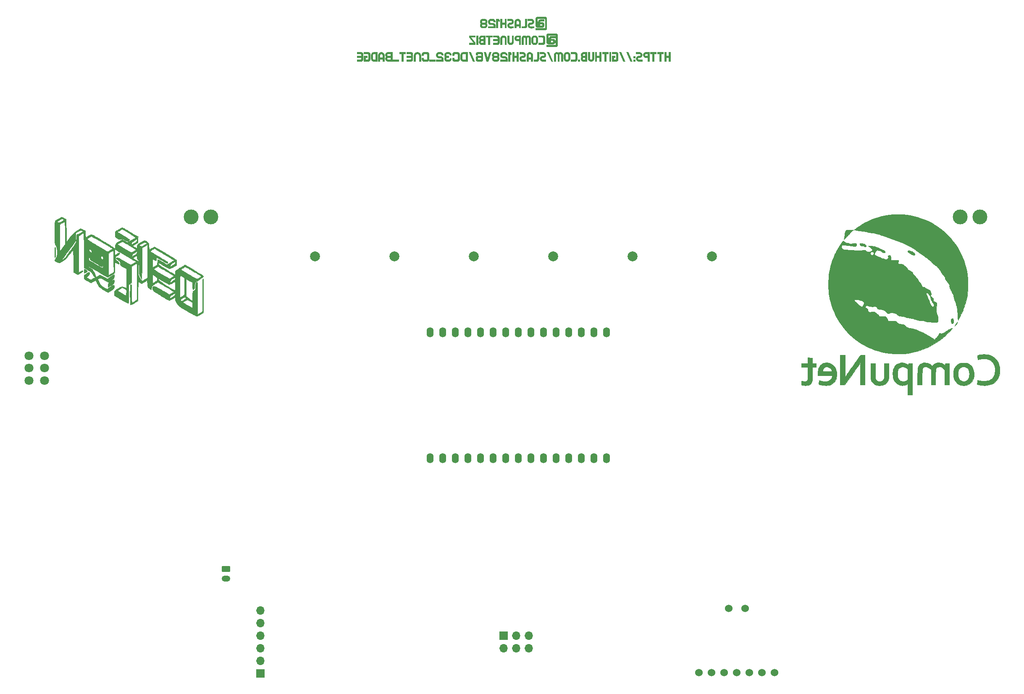
<source format=gbr>
%TF.GenerationSoftware,KiCad,Pcbnew,7.0.9*%
%TF.CreationDate,2024-02-01T20:29:03-08:00*%
%TF.ProjectId,DC32_Cnet_Badge_Main,44433332-5f43-46e6-9574-5f4261646765,rev?*%
%TF.SameCoordinates,Original*%
%TF.FileFunction,Soldermask,Bot*%
%TF.FilePolarity,Negative*%
%FSLAX46Y46*%
G04 Gerber Fmt 4.6, Leading zero omitted, Abs format (unit mm)*
G04 Created by KiCad (PCBNEW 7.0.9) date 2024-02-01 20:29:03*
%MOMM*%
%LPD*%
G01*
G04 APERTURE LIST*
G04 Aperture macros list*
%AMRoundRect*
0 Rectangle with rounded corners*
0 $1 Rounding radius*
0 $2 $3 $4 $5 $6 $7 $8 $9 X,Y pos of 4 corners*
0 Add a 4 corners polygon primitive as box body*
4,1,4,$2,$3,$4,$5,$6,$7,$8,$9,$2,$3,0*
0 Add four circle primitives for the rounded corners*
1,1,$1+$1,$2,$3*
1,1,$1+$1,$4,$5*
1,1,$1+$1,$6,$7*
1,1,$1+$1,$8,$9*
0 Add four rect primitives between the rounded corners*
20,1,$1+$1,$2,$3,$4,$5,0*
20,1,$1+$1,$4,$5,$6,$7,0*
20,1,$1+$1,$6,$7,$8,$9,0*
20,1,$1+$1,$8,$9,$2,$3,0*%
G04 Aperture macros list end*
%ADD10C,0.150000*%
%ADD11C,0.010000*%
%ADD12C,1.800000*%
%ADD13C,2.000000*%
%ADD14C,3.000000*%
%ADD15R,1.700000X1.700000*%
%ADD16O,1.700000X1.700000*%
%ADD17RoundRect,0.250000X-0.625000X0.350000X-0.625000X-0.350000X0.625000X-0.350000X0.625000X0.350000X0*%
%ADD18O,1.750000X1.200000*%
%ADD19O,1.400000X2.000000*%
%ADD20C,1.524000*%
G04 APERTURE END LIST*
D10*
G36*
X156371995Y-22616256D02*
G01*
X156392345Y-22617670D01*
X156412341Y-22620026D01*
X156431981Y-22623326D01*
X156451267Y-22627567D01*
X156470198Y-22632752D01*
X156488773Y-22638879D01*
X156506994Y-22645949D01*
X156524860Y-22653961D01*
X156542371Y-22662916D01*
X156559528Y-22672813D01*
X156576329Y-22683654D01*
X156592775Y-22695436D01*
X156608867Y-22708162D01*
X156624603Y-22721830D01*
X156639985Y-22736441D01*
X156654714Y-22751654D01*
X156668492Y-22767253D01*
X156681321Y-22783238D01*
X156693199Y-22799608D01*
X156704127Y-22816363D01*
X156714105Y-22833504D01*
X156723132Y-22851030D01*
X156731209Y-22868942D01*
X156738336Y-22887240D01*
X156744513Y-22905922D01*
X156749739Y-22924990D01*
X156754015Y-22944444D01*
X156757341Y-22964283D01*
X156759717Y-22984507D01*
X156761142Y-23005117D01*
X156761618Y-23026113D01*
X156761618Y-24940000D01*
X156761142Y-24960995D01*
X156759717Y-24981605D01*
X156757341Y-25001829D01*
X156754015Y-25021668D01*
X156749739Y-25041122D01*
X156744513Y-25060190D01*
X156738336Y-25078873D01*
X156731209Y-25097170D01*
X156723132Y-25115082D01*
X156714105Y-25132608D01*
X156704127Y-25149749D01*
X156693199Y-25166504D01*
X156681321Y-25182874D01*
X156668492Y-25198859D01*
X156654714Y-25214458D01*
X156639985Y-25229672D01*
X156624603Y-25244282D01*
X156608867Y-25257950D01*
X156592775Y-25270676D01*
X156576329Y-25282459D01*
X156559528Y-25293299D01*
X156542371Y-25303196D01*
X156524860Y-25312151D01*
X156506994Y-25320163D01*
X156488773Y-25327233D01*
X156470198Y-25333360D01*
X156451267Y-25338545D01*
X156431981Y-25342786D01*
X156412341Y-25346086D01*
X156392345Y-25348442D01*
X156371995Y-25349856D01*
X156351290Y-25350327D01*
X154437403Y-25350327D01*
X154437403Y-24940000D01*
X156215002Y-24940000D01*
X156235038Y-24938608D01*
X156257197Y-24933469D01*
X156278047Y-24924544D01*
X156294877Y-24913879D01*
X156310745Y-24900432D01*
X156315655Y-24895416D01*
X156328483Y-24879519D01*
X156338461Y-24862351D01*
X156345588Y-24843913D01*
X156349864Y-24824204D01*
X156351290Y-24803224D01*
X156351290Y-23162889D01*
X156351131Y-23155754D01*
X156348756Y-23135198D01*
X156343529Y-23115912D01*
X156335452Y-23097897D01*
X156324524Y-23081153D01*
X156310745Y-23065680D01*
X156294877Y-23052233D01*
X156278047Y-23041569D01*
X156257197Y-23032643D01*
X156235038Y-23027504D01*
X156215002Y-23026113D01*
X154984507Y-23026113D01*
X154964471Y-23027504D01*
X154942312Y-23032643D01*
X154921461Y-23041569D01*
X154904632Y-23052233D01*
X154888763Y-23065680D01*
X154883795Y-23070696D01*
X154870812Y-23086593D01*
X154860714Y-23103761D01*
X154853501Y-23122199D01*
X154849173Y-23141908D01*
X154847731Y-23162889D01*
X154847731Y-24256608D01*
X154847891Y-24263683D01*
X154850295Y-24284085D01*
X154855584Y-24303251D01*
X154863759Y-24321180D01*
X154874819Y-24337872D01*
X154888763Y-24353328D01*
X154904632Y-24366775D01*
X154921461Y-24377440D01*
X154942312Y-24386365D01*
X154964471Y-24391504D01*
X154984507Y-24392896D01*
X154984507Y-24119832D01*
X155394346Y-24119832D01*
X155394346Y-24392896D01*
X155667898Y-24392896D01*
X155687934Y-24391504D01*
X155710093Y-24386365D01*
X155730943Y-24377440D01*
X155747773Y-24366775D01*
X155763641Y-24353328D01*
X155768610Y-24348314D01*
X155781593Y-24332445D01*
X155791691Y-24315341D01*
X155798904Y-24297000D01*
X155803231Y-24277422D01*
X155804674Y-24256608D01*
X155804519Y-24249473D01*
X155802201Y-24228917D01*
X155797101Y-24209631D01*
X155789218Y-24191617D01*
X155778553Y-24174873D01*
X155765107Y-24159399D01*
X155749737Y-24145953D01*
X155733302Y-24135288D01*
X155712782Y-24126362D01*
X155690813Y-24121223D01*
X155670829Y-24119832D01*
X155394346Y-24119832D01*
X154984507Y-24119832D01*
X154984507Y-23572728D01*
X154984982Y-23551733D01*
X154986407Y-23531123D01*
X154988783Y-23510898D01*
X154992109Y-23491059D01*
X154996385Y-23471606D01*
X155001611Y-23452538D01*
X155007788Y-23433855D01*
X155014915Y-23415558D01*
X155022992Y-23397646D01*
X155032019Y-23380120D01*
X155041997Y-23362979D01*
X155052925Y-23346223D01*
X155064803Y-23329853D01*
X155077632Y-23313869D01*
X155091410Y-23298270D01*
X155106139Y-23283056D01*
X155121519Y-23268504D01*
X155137250Y-23254892D01*
X155153332Y-23242218D01*
X155169765Y-23230483D01*
X155186549Y-23219686D01*
X155203684Y-23209829D01*
X155221170Y-23200910D01*
X155248058Y-23189293D01*
X155275736Y-23179787D01*
X155294626Y-23174624D01*
X155313868Y-23170399D01*
X155333461Y-23167113D01*
X155353405Y-23164766D01*
X155373700Y-23163358D01*
X155394346Y-23162889D01*
X156215002Y-23162889D01*
X156215002Y-23572728D01*
X155531122Y-23572728D01*
X155511086Y-23574136D01*
X155488927Y-23579339D01*
X155468077Y-23588375D01*
X155451247Y-23599171D01*
X155435379Y-23612784D01*
X155430410Y-23617798D01*
X155417427Y-23633667D01*
X155407329Y-23650771D01*
X155400116Y-23669112D01*
X155395789Y-23688690D01*
X155394346Y-23709504D01*
X155807605Y-23709504D01*
X155828247Y-23709975D01*
X155848531Y-23711389D01*
X155868456Y-23713746D01*
X155888022Y-23717045D01*
X155907229Y-23721287D01*
X155926078Y-23726471D01*
X155953678Y-23736015D01*
X155980472Y-23747680D01*
X155997885Y-23756635D01*
X156014940Y-23766533D01*
X156031637Y-23777373D01*
X156047974Y-23789156D01*
X156063953Y-23801881D01*
X156079573Y-23815549D01*
X156094835Y-23830160D01*
X156109386Y-23845374D01*
X156122999Y-23860973D01*
X156135673Y-23876957D01*
X156147408Y-23893327D01*
X156158204Y-23910083D01*
X156168062Y-23927224D01*
X156176980Y-23944750D01*
X156184960Y-23962662D01*
X156192001Y-23980959D01*
X156198103Y-23999642D01*
X156203267Y-24018710D01*
X156207492Y-24038163D01*
X156210777Y-24058002D01*
X156213124Y-24078227D01*
X156214533Y-24098837D01*
X156215002Y-24119832D01*
X156215002Y-24392896D01*
X156214527Y-24413950D01*
X156213101Y-24434615D01*
X156210726Y-24454891D01*
X156207400Y-24474778D01*
X156203124Y-24494275D01*
X156197897Y-24513384D01*
X156191721Y-24532102D01*
X156184594Y-24550432D01*
X156176517Y-24568373D01*
X156167489Y-24585924D01*
X156157511Y-24603086D01*
X156146583Y-24619858D01*
X156134705Y-24636242D01*
X156121877Y-24652236D01*
X156108098Y-24667840D01*
X156093369Y-24683056D01*
X156085693Y-24690449D01*
X156070081Y-24704531D01*
X156054121Y-24717675D01*
X156037814Y-24729879D01*
X156021160Y-24741145D01*
X156004158Y-24751472D01*
X155986809Y-24760860D01*
X155969113Y-24769309D01*
X155941918Y-24780223D01*
X155923353Y-24786325D01*
X155904442Y-24791488D01*
X155885183Y-24795713D01*
X155865576Y-24798999D01*
X155845623Y-24801346D01*
X155825322Y-24802754D01*
X155804674Y-24803224D01*
X154847731Y-24803224D01*
X154837334Y-24803106D01*
X154816806Y-24802167D01*
X154796633Y-24800290D01*
X154776815Y-24797473D01*
X154757352Y-24793718D01*
X154738243Y-24789024D01*
X154719490Y-24783391D01*
X154692026Y-24773182D01*
X154674160Y-24765202D01*
X154656649Y-24756283D01*
X154639493Y-24746426D01*
X154622691Y-24735629D01*
X154606245Y-24723894D01*
X154590154Y-24711220D01*
X154574417Y-24697608D01*
X154559036Y-24683056D01*
X154544307Y-24667840D01*
X154530528Y-24652236D01*
X154517699Y-24636242D01*
X154505821Y-24619858D01*
X154494893Y-24603086D01*
X154484915Y-24585924D01*
X154475888Y-24568373D01*
X154467811Y-24550432D01*
X154460684Y-24532102D01*
X154454507Y-24513384D01*
X154449281Y-24494275D01*
X154445005Y-24474778D01*
X154441679Y-24454891D01*
X154439303Y-24434615D01*
X154437878Y-24413950D01*
X154437403Y-24392896D01*
X154437403Y-23026113D01*
X154437878Y-23005117D01*
X154439303Y-22984507D01*
X154441679Y-22964283D01*
X154445005Y-22944444D01*
X154449281Y-22924990D01*
X154454507Y-22905922D01*
X154460684Y-22887240D01*
X154467811Y-22868942D01*
X154475888Y-22851030D01*
X154484915Y-22833504D01*
X154494893Y-22816363D01*
X154505821Y-22799608D01*
X154517699Y-22783238D01*
X154530528Y-22767253D01*
X154544307Y-22751654D01*
X154559036Y-22736441D01*
X154574417Y-22721830D01*
X154590154Y-22708162D01*
X154606245Y-22695436D01*
X154622691Y-22683654D01*
X154639493Y-22672813D01*
X154656649Y-22662916D01*
X154674160Y-22653961D01*
X154692026Y-22645949D01*
X154710247Y-22638879D01*
X154728822Y-22632752D01*
X154747753Y-22627567D01*
X154767039Y-22623326D01*
X154786679Y-22620026D01*
X154806675Y-22617670D01*
X154827025Y-22616256D01*
X154847731Y-22615785D01*
X156351290Y-22615785D01*
X156371995Y-22616256D01*
G37*
G36*
X152865944Y-23026113D02*
G01*
X152865944Y-23435952D01*
X153582553Y-23435952D01*
X153604198Y-23437192D01*
X153624866Y-23440913D01*
X153644555Y-23447115D01*
X153663267Y-23455797D01*
X153681001Y-23466959D01*
X153697757Y-23480603D01*
X153704186Y-23486755D01*
X153718680Y-23502991D01*
X153730718Y-23520252D01*
X153740300Y-23538539D01*
X153747424Y-23557852D01*
X153752092Y-23578191D01*
X153754303Y-23599555D01*
X153754500Y-23608387D01*
X153753271Y-23629997D01*
X153749586Y-23650558D01*
X153743444Y-23670068D01*
X153734846Y-23688530D01*
X153723790Y-23705942D01*
X153710278Y-23722304D01*
X153704186Y-23728555D01*
X153687821Y-23742768D01*
X153670478Y-23754573D01*
X153652158Y-23763968D01*
X153632859Y-23770954D01*
X153612583Y-23775531D01*
X153591328Y-23777699D01*
X153582553Y-23777892D01*
X153448219Y-23780823D01*
X153418099Y-23781491D01*
X153388555Y-23783494D01*
X153359588Y-23786834D01*
X153331196Y-23791509D01*
X153303381Y-23797519D01*
X153276142Y-23804866D01*
X153249480Y-23813548D01*
X153223394Y-23823565D01*
X153197883Y-23834919D01*
X153172950Y-23847608D01*
X153148592Y-23861633D01*
X153124811Y-23876994D01*
X153101606Y-23893690D01*
X153078977Y-23911722D01*
X153056925Y-23931090D01*
X153035449Y-23951793D01*
X153014923Y-23973366D01*
X152995721Y-23995467D01*
X152977844Y-24018093D01*
X152961290Y-24041247D01*
X152946061Y-24064927D01*
X152932157Y-24089134D01*
X152919576Y-24113867D01*
X152908320Y-24139127D01*
X152898388Y-24164914D01*
X152889781Y-24191227D01*
X152882497Y-24218067D01*
X152876538Y-24245434D01*
X152871903Y-24273327D01*
X152868593Y-24301747D01*
X152866606Y-24330694D01*
X152865944Y-24360167D01*
X152866612Y-24389648D01*
X152868615Y-24418617D01*
X152871955Y-24447075D01*
X152876630Y-24475022D01*
X152882640Y-24502458D01*
X152889987Y-24529381D01*
X152898669Y-24555794D01*
X152908687Y-24581695D01*
X152920040Y-24607085D01*
X152932729Y-24631963D01*
X152946754Y-24656331D01*
X152962115Y-24680186D01*
X152978811Y-24703530D01*
X152996843Y-24726363D01*
X153016211Y-24748685D01*
X153036914Y-24770495D01*
X153058556Y-24791376D01*
X153080740Y-24810910D01*
X153103466Y-24829096D01*
X153126734Y-24845935D01*
X153150544Y-24861428D01*
X153174896Y-24875573D01*
X153199790Y-24888371D01*
X153225225Y-24899822D01*
X153251203Y-24909925D01*
X153277722Y-24918682D01*
X153304784Y-24926091D01*
X153332387Y-24932153D01*
X153360532Y-24936868D01*
X153389219Y-24940236D01*
X153418448Y-24942257D01*
X153448219Y-24942930D01*
X154164828Y-24940000D01*
X154164828Y-24529672D01*
X153448219Y-24529672D01*
X153426585Y-24528479D01*
X153405954Y-24524901D01*
X153386324Y-24518938D01*
X153367695Y-24510590D01*
X153350069Y-24499857D01*
X153333444Y-24486738D01*
X153327075Y-24480823D01*
X153312439Y-24464868D01*
X153300284Y-24447841D01*
X153290610Y-24429739D01*
X153283416Y-24410565D01*
X153278703Y-24390317D01*
X153276471Y-24368996D01*
X153276272Y-24360167D01*
X153277512Y-24338557D01*
X153281233Y-24317997D01*
X153287435Y-24298486D01*
X153296117Y-24280025D01*
X153307279Y-24262613D01*
X153320923Y-24246251D01*
X153327075Y-24240000D01*
X153343299Y-24225786D01*
X153360524Y-24213982D01*
X153378752Y-24204587D01*
X153397981Y-24197600D01*
X153418212Y-24193023D01*
X153439445Y-24190855D01*
X153448219Y-24190662D01*
X153582553Y-24188220D01*
X153612673Y-24187552D01*
X153642217Y-24185549D01*
X153671184Y-24182209D01*
X153699575Y-24177534D01*
X153727391Y-24171524D01*
X153754629Y-24164177D01*
X153781292Y-24155495D01*
X153807378Y-24145478D01*
X153832888Y-24134124D01*
X153857822Y-24121435D01*
X153882179Y-24107410D01*
X153905961Y-24092049D01*
X153929166Y-24075353D01*
X153951794Y-24057321D01*
X153973847Y-24037953D01*
X153995323Y-24017250D01*
X154015849Y-23995617D01*
X154035051Y-23973462D01*
X154052928Y-23950784D01*
X154069481Y-23927582D01*
X154084710Y-23903858D01*
X154098615Y-23879612D01*
X154111195Y-23854842D01*
X154122451Y-23829549D01*
X154132383Y-23803734D01*
X154140991Y-23777396D01*
X154148274Y-23750535D01*
X154154234Y-23723151D01*
X154158868Y-23695244D01*
X154162179Y-23666815D01*
X154164165Y-23637863D01*
X154164828Y-23608387D01*
X154164160Y-23578909D01*
X154162156Y-23549945D01*
X154158817Y-23521496D01*
X154154142Y-23493563D01*
X154148131Y-23466145D01*
X154140785Y-23439242D01*
X154132103Y-23412854D01*
X154122085Y-23386981D01*
X154110732Y-23361624D01*
X154098042Y-23336782D01*
X154084018Y-23312455D01*
X154068657Y-23288643D01*
X154051961Y-23265347D01*
X154033929Y-23242565D01*
X154014561Y-23220299D01*
X153993858Y-23198548D01*
X153972215Y-23177667D01*
X153950031Y-23158133D01*
X153927305Y-23139947D01*
X153904037Y-23123107D01*
X153880227Y-23107615D01*
X153855876Y-23093470D01*
X153830982Y-23080672D01*
X153805546Y-23069221D01*
X153779569Y-23059118D01*
X153753049Y-23050361D01*
X153725988Y-23042952D01*
X153698385Y-23036890D01*
X153670240Y-23032175D01*
X153641553Y-23028807D01*
X153612324Y-23026786D01*
X153582553Y-23026113D01*
X152865944Y-23026113D01*
G37*
G36*
X152730634Y-23026113D02*
G01*
X152320306Y-23026113D01*
X152320306Y-24392896D01*
X152318863Y-24413876D01*
X152314535Y-24433585D01*
X152307323Y-24452023D01*
X152297225Y-24469191D01*
X152284242Y-24485088D01*
X152279273Y-24490104D01*
X152263405Y-24503551D01*
X152246575Y-24514216D01*
X152225724Y-24523141D01*
X152203565Y-24528280D01*
X152183530Y-24529672D01*
X151636914Y-24529672D01*
X151636914Y-24940000D01*
X152320306Y-24940000D01*
X152341011Y-24939530D01*
X152361361Y-24938122D01*
X152381357Y-24935775D01*
X152400997Y-24932489D01*
X152420283Y-24928264D01*
X152439214Y-24923101D01*
X152457789Y-24916999D01*
X152484988Y-24906085D01*
X152502676Y-24897636D01*
X152520010Y-24888248D01*
X152536989Y-24877921D01*
X152553612Y-24866655D01*
X152569881Y-24854451D01*
X152585795Y-24841307D01*
X152601354Y-24827225D01*
X152609001Y-24819832D01*
X152623730Y-24804559D01*
X152637508Y-24788905D01*
X152650337Y-24772869D01*
X152662215Y-24756451D01*
X152673143Y-24739652D01*
X152683121Y-24722471D01*
X152692148Y-24704908D01*
X152700225Y-24686964D01*
X152707352Y-24668638D01*
X152713529Y-24649931D01*
X152718755Y-24630841D01*
X152723031Y-24611371D01*
X152726357Y-24591518D01*
X152728733Y-24571284D01*
X152730158Y-24550669D01*
X152730634Y-24529672D01*
X152730634Y-23026113D01*
G37*
G36*
X150886600Y-23026861D02*
G01*
X150919206Y-23029105D01*
X150951202Y-23032844D01*
X150982587Y-23038080D01*
X151013362Y-23044812D01*
X151043526Y-23053040D01*
X151073079Y-23062764D01*
X151102022Y-23073984D01*
X151130354Y-23086700D01*
X151158076Y-23100912D01*
X151185187Y-23116620D01*
X151211687Y-23133824D01*
X151237577Y-23152523D01*
X151262856Y-23172719D01*
X151287525Y-23194411D01*
X151311583Y-23217599D01*
X151334593Y-23241775D01*
X151356119Y-23266554D01*
X151376160Y-23291937D01*
X151394717Y-23317922D01*
X151411789Y-23344510D01*
X151427377Y-23371701D01*
X151441480Y-23399495D01*
X151454098Y-23427892D01*
X151465232Y-23456892D01*
X151474882Y-23486495D01*
X151483047Y-23516701D01*
X151489727Y-23547510D01*
X151494923Y-23578922D01*
X151498634Y-23610937D01*
X151500861Y-23643555D01*
X151501604Y-23676775D01*
X151501604Y-24940000D01*
X151091276Y-24940000D01*
X151091276Y-24529672D01*
X150613048Y-24529672D01*
X150613048Y-24940000D01*
X150202720Y-24940000D01*
X150202720Y-24119832D01*
X150613048Y-24119832D01*
X151091276Y-24119832D01*
X151091276Y-23676775D01*
X151090192Y-23652542D01*
X151086940Y-23629179D01*
X151081521Y-23606685D01*
X151073934Y-23585062D01*
X151064180Y-23564309D01*
X151052258Y-23544426D01*
X151038168Y-23525414D01*
X151021911Y-23507271D01*
X151003997Y-23490556D01*
X150985183Y-23476069D01*
X150965468Y-23463811D01*
X150944852Y-23453782D01*
X150923336Y-23445981D01*
X150900919Y-23440409D01*
X150877601Y-23437066D01*
X150853383Y-23435952D01*
X150829264Y-23437066D01*
X150806000Y-23440409D01*
X150783591Y-23445981D01*
X150762036Y-23453782D01*
X150741337Y-23463811D01*
X150721492Y-23476069D01*
X150702502Y-23490556D01*
X150684367Y-23507271D01*
X150667652Y-23525414D01*
X150653165Y-23544426D01*
X150640907Y-23564309D01*
X150630878Y-23585062D01*
X150623077Y-23606685D01*
X150617506Y-23629179D01*
X150614162Y-23652542D01*
X150613048Y-23676775D01*
X150613048Y-24119832D01*
X150202720Y-24119832D01*
X150202720Y-23676775D01*
X150203468Y-23643555D01*
X150205712Y-23610937D01*
X150209452Y-23578922D01*
X150214688Y-23547510D01*
X150221420Y-23516701D01*
X150229648Y-23486495D01*
X150239372Y-23456892D01*
X150250592Y-23427892D01*
X150263308Y-23399495D01*
X150277519Y-23371701D01*
X150293227Y-23344510D01*
X150310431Y-23317922D01*
X150329131Y-23291937D01*
X150349327Y-23266554D01*
X150371019Y-23241775D01*
X150394206Y-23217599D01*
X150418440Y-23194411D01*
X150443269Y-23172719D01*
X150468693Y-23152523D01*
X150494712Y-23133824D01*
X150521327Y-23116620D01*
X150548537Y-23100912D01*
X150576343Y-23086700D01*
X150604744Y-23073984D01*
X150633740Y-23062764D01*
X150663332Y-23053040D01*
X150693518Y-23044812D01*
X150724301Y-23038080D01*
X150755678Y-23032844D01*
X150787651Y-23029105D01*
X150820219Y-23026861D01*
X150853383Y-23026113D01*
X150886600Y-23026861D01*
G37*
G36*
X148768526Y-23026113D02*
G01*
X148768526Y-23435952D01*
X149485135Y-23435952D01*
X149506780Y-23437192D01*
X149527448Y-23440913D01*
X149547137Y-23447115D01*
X149565849Y-23455797D01*
X149583583Y-23466959D01*
X149600339Y-23480603D01*
X149606768Y-23486755D01*
X149621262Y-23502991D01*
X149633300Y-23520252D01*
X149642882Y-23538539D01*
X149650006Y-23557852D01*
X149654674Y-23578191D01*
X149656885Y-23599555D01*
X149657082Y-23608387D01*
X149655853Y-23629997D01*
X149652168Y-23650558D01*
X149646026Y-23670068D01*
X149637428Y-23688530D01*
X149626372Y-23705942D01*
X149612860Y-23722304D01*
X149606768Y-23728555D01*
X149590403Y-23742768D01*
X149573060Y-23754573D01*
X149554740Y-23763968D01*
X149535441Y-23770954D01*
X149515165Y-23775531D01*
X149493910Y-23777699D01*
X149485135Y-23777892D01*
X149350801Y-23780823D01*
X149320681Y-23781491D01*
X149291137Y-23783494D01*
X149262170Y-23786834D01*
X149233778Y-23791509D01*
X149205963Y-23797519D01*
X149178724Y-23804866D01*
X149152062Y-23813548D01*
X149125975Y-23823565D01*
X149100465Y-23834919D01*
X149075532Y-23847608D01*
X149051174Y-23861633D01*
X149027393Y-23876994D01*
X149004188Y-23893690D01*
X148981559Y-23911722D01*
X148959507Y-23931090D01*
X148938031Y-23951793D01*
X148917505Y-23973366D01*
X148898303Y-23995467D01*
X148880426Y-24018093D01*
X148863872Y-24041247D01*
X148848643Y-24064927D01*
X148834739Y-24089134D01*
X148822158Y-24113867D01*
X148810902Y-24139127D01*
X148800970Y-24164914D01*
X148792363Y-24191227D01*
X148785079Y-24218067D01*
X148779120Y-24245434D01*
X148774485Y-24273327D01*
X148771175Y-24301747D01*
X148769188Y-24330694D01*
X148768526Y-24360167D01*
X148769194Y-24389648D01*
X148771197Y-24418617D01*
X148774537Y-24447075D01*
X148779212Y-24475022D01*
X148785222Y-24502458D01*
X148792569Y-24529381D01*
X148801251Y-24555794D01*
X148811269Y-24581695D01*
X148822622Y-24607085D01*
X148835311Y-24631963D01*
X148849336Y-24656331D01*
X148864697Y-24680186D01*
X148881393Y-24703530D01*
X148899425Y-24726363D01*
X148918793Y-24748685D01*
X148939496Y-24770495D01*
X148961138Y-24791376D01*
X148983322Y-24810910D01*
X149006048Y-24829096D01*
X149029316Y-24845935D01*
X149053126Y-24861428D01*
X149077478Y-24875573D01*
X149102372Y-24888371D01*
X149127807Y-24899822D01*
X149153785Y-24909925D01*
X149180304Y-24918682D01*
X149207366Y-24926091D01*
X149234969Y-24932153D01*
X149263114Y-24936868D01*
X149291801Y-24940236D01*
X149321030Y-24942257D01*
X149350801Y-24942930D01*
X150067410Y-24940000D01*
X150067410Y-24529672D01*
X149350801Y-24529672D01*
X149329167Y-24528479D01*
X149308536Y-24524901D01*
X149288906Y-24518938D01*
X149270277Y-24510590D01*
X149252651Y-24499857D01*
X149236026Y-24486738D01*
X149229657Y-24480823D01*
X149215021Y-24464868D01*
X149202866Y-24447841D01*
X149193192Y-24429739D01*
X149185998Y-24410565D01*
X149181285Y-24390317D01*
X149179053Y-24368996D01*
X149178854Y-24360167D01*
X149180094Y-24338557D01*
X149183815Y-24317997D01*
X149190017Y-24298486D01*
X149198699Y-24280025D01*
X149209861Y-24262613D01*
X149223505Y-24246251D01*
X149229657Y-24240000D01*
X149245881Y-24225786D01*
X149263106Y-24213982D01*
X149281334Y-24204587D01*
X149300563Y-24197600D01*
X149320794Y-24193023D01*
X149342027Y-24190855D01*
X149350801Y-24190662D01*
X149485135Y-24188220D01*
X149515255Y-24187552D01*
X149544799Y-24185549D01*
X149573766Y-24182209D01*
X149602157Y-24177534D01*
X149629973Y-24171524D01*
X149657211Y-24164177D01*
X149683874Y-24155495D01*
X149709960Y-24145478D01*
X149735470Y-24134124D01*
X149760404Y-24121435D01*
X149784761Y-24107410D01*
X149808543Y-24092049D01*
X149831748Y-24075353D01*
X149854376Y-24057321D01*
X149876429Y-24037953D01*
X149897905Y-24017250D01*
X149918431Y-23995617D01*
X149937633Y-23973462D01*
X149955510Y-23950784D01*
X149972063Y-23927582D01*
X149987292Y-23903858D01*
X150001197Y-23879612D01*
X150013777Y-23854842D01*
X150025033Y-23829549D01*
X150034965Y-23803734D01*
X150043573Y-23777396D01*
X150050856Y-23750535D01*
X150056816Y-23723151D01*
X150061450Y-23695244D01*
X150064761Y-23666815D01*
X150066747Y-23637863D01*
X150067410Y-23608387D01*
X150066742Y-23578909D01*
X150064738Y-23549945D01*
X150061399Y-23521496D01*
X150056724Y-23493563D01*
X150050713Y-23466145D01*
X150043367Y-23439242D01*
X150034685Y-23412854D01*
X150024667Y-23386981D01*
X150013314Y-23361624D01*
X150000624Y-23336782D01*
X149986600Y-23312455D01*
X149971239Y-23288643D01*
X149954543Y-23265347D01*
X149936511Y-23242565D01*
X149917143Y-23220299D01*
X149896440Y-23198548D01*
X149874797Y-23177667D01*
X149852613Y-23158133D01*
X149829887Y-23139947D01*
X149806619Y-23123107D01*
X149782809Y-23107615D01*
X149758458Y-23093470D01*
X149733564Y-23080672D01*
X149708128Y-23069221D01*
X149682151Y-23059118D01*
X149655631Y-23050361D01*
X149628570Y-23042952D01*
X149600967Y-23036890D01*
X149572822Y-23032175D01*
X149544135Y-23028807D01*
X149514906Y-23026786D01*
X149485135Y-23026113D01*
X148768526Y-23026113D01*
G37*
G36*
X148633216Y-23026113D02*
G01*
X148222888Y-23026113D01*
X148222888Y-23777892D01*
X147744660Y-23777892D01*
X147744660Y-23026113D01*
X147334332Y-23026113D01*
X147334332Y-24940000D01*
X147744660Y-24940000D01*
X147744660Y-24188220D01*
X148222888Y-24188220D01*
X148222888Y-24940000D01*
X148633216Y-24940000D01*
X148633216Y-23026113D01*
G37*
G36*
X146925470Y-23545373D02*
G01*
X146951115Y-23556634D01*
X146976761Y-23566788D01*
X147002406Y-23575834D01*
X147028052Y-23583772D01*
X147053697Y-23590603D01*
X147079343Y-23596326D01*
X147104988Y-23600941D01*
X147130634Y-23604449D01*
X147156279Y-23606849D01*
X147181925Y-23608141D01*
X147199022Y-23608387D01*
X147199022Y-23198060D01*
X147177247Y-23196831D01*
X147156498Y-23193146D01*
X147136775Y-23187004D01*
X147118078Y-23178406D01*
X147100406Y-23167350D01*
X147083760Y-23153838D01*
X147077389Y-23147745D01*
X147062753Y-23131381D01*
X147050598Y-23114038D01*
X147040924Y-23095717D01*
X147033730Y-23076419D01*
X147029017Y-23056142D01*
X147026785Y-23034888D01*
X147026586Y-23026113D01*
X146515630Y-23026113D01*
X146515630Y-24940000D01*
X146925470Y-24940000D01*
X146925470Y-23545373D01*
G37*
G36*
X145286600Y-23676775D02*
G01*
X145286600Y-23608387D01*
X145287840Y-23586613D01*
X145291561Y-23565864D01*
X145297763Y-23546141D01*
X145306445Y-23527444D01*
X145317607Y-23509772D01*
X145331251Y-23493126D01*
X145337403Y-23486755D01*
X145353639Y-23472119D01*
X145370900Y-23459964D01*
X145389187Y-23450290D01*
X145408500Y-23443096D01*
X145428839Y-23438383D01*
X145450203Y-23436150D01*
X145459036Y-23435952D01*
X145798045Y-23435952D01*
X145819690Y-23437192D01*
X145840358Y-23440913D01*
X145860047Y-23447115D01*
X145878759Y-23455797D01*
X145896493Y-23466959D01*
X145913249Y-23480603D01*
X145919678Y-23486755D01*
X145934172Y-23502991D01*
X145946210Y-23520252D01*
X145955792Y-23538539D01*
X145962916Y-23557852D01*
X145967584Y-23578191D01*
X145969795Y-23599555D01*
X145969992Y-23608387D01*
X145969992Y-23709504D01*
X146380320Y-23709504D01*
X146380320Y-23608387D01*
X146379652Y-23578909D01*
X146377648Y-23549945D01*
X146374309Y-23521496D01*
X146369634Y-23493563D01*
X146363623Y-23466145D01*
X146356277Y-23439242D01*
X146347595Y-23412854D01*
X146337577Y-23386981D01*
X146326224Y-23361624D01*
X146313534Y-23336782D01*
X146299509Y-23312455D01*
X146284149Y-23288643D01*
X146267453Y-23265347D01*
X146249421Y-23242565D01*
X146230053Y-23220299D01*
X146209350Y-23198548D01*
X146187707Y-23177667D01*
X146165523Y-23158133D01*
X146142797Y-23139947D01*
X146119529Y-23123107D01*
X146095719Y-23107615D01*
X146071368Y-23093470D01*
X146046474Y-23080672D01*
X146021038Y-23069221D01*
X145995061Y-23059118D01*
X145968541Y-23050361D01*
X145941480Y-23042952D01*
X145913877Y-23036890D01*
X145885732Y-23032175D01*
X145857044Y-23028807D01*
X145827815Y-23026786D01*
X145798045Y-23026113D01*
X145459036Y-23026113D01*
X145429205Y-23026786D01*
X145399921Y-23028807D01*
X145371183Y-23032175D01*
X145342990Y-23036890D01*
X145315342Y-23042952D01*
X145288241Y-23050361D01*
X145261685Y-23059118D01*
X145235675Y-23069221D01*
X145210211Y-23080672D01*
X145185293Y-23093470D01*
X145160920Y-23107615D01*
X145137093Y-23123107D01*
X145113812Y-23139947D01*
X145091076Y-23158133D01*
X145068886Y-23177667D01*
X145047242Y-23198548D01*
X145026539Y-23220299D01*
X145007171Y-23242565D01*
X144989139Y-23265347D01*
X144972443Y-23288643D01*
X144957082Y-23312455D01*
X144943057Y-23336782D01*
X144930368Y-23361624D01*
X144919015Y-23386981D01*
X144908997Y-23412854D01*
X144900315Y-23439242D01*
X144892968Y-23466145D01*
X144886958Y-23493563D01*
X144882283Y-23521496D01*
X144878943Y-23549945D01*
X144876940Y-23578909D01*
X144876272Y-23608387D01*
X144876272Y-23676775D01*
X144876946Y-23706251D01*
X144878966Y-23735203D01*
X144882334Y-23763632D01*
X144887049Y-23791539D01*
X144893111Y-23818923D01*
X144900521Y-23845784D01*
X144909277Y-23872122D01*
X144919381Y-23897937D01*
X144930832Y-23923230D01*
X144943630Y-23948000D01*
X144957775Y-23972246D01*
X144973267Y-23995970D01*
X144990106Y-24019172D01*
X145008293Y-24041850D01*
X145027827Y-24064005D01*
X145048708Y-24085638D01*
X145070518Y-24106341D01*
X145092839Y-24125709D01*
X145115672Y-24143741D01*
X145139016Y-24160437D01*
X145162872Y-24175798D01*
X145187239Y-24189823D01*
X145212117Y-24202512D01*
X145237507Y-24213866D01*
X145263408Y-24223883D01*
X145289821Y-24232565D01*
X145316745Y-24239912D01*
X145344180Y-24245922D01*
X145372127Y-24250597D01*
X145400585Y-24253937D01*
X145429555Y-24255940D01*
X145459036Y-24256608D01*
X145798045Y-24256608D01*
X145819690Y-24257848D01*
X145840358Y-24261569D01*
X145860047Y-24267771D01*
X145878759Y-24276453D01*
X145896493Y-24287615D01*
X145913249Y-24301259D01*
X145919678Y-24307411D01*
X145934172Y-24323635D01*
X145946210Y-24340860D01*
X145955792Y-24359088D01*
X145962916Y-24378317D01*
X145967584Y-24398548D01*
X145969795Y-24419781D01*
X145969992Y-24428555D01*
X145969992Y-24529672D01*
X144876272Y-24529672D01*
X144876272Y-24940000D01*
X146380320Y-24940000D01*
X146380320Y-24428555D01*
X146379648Y-24399082D01*
X146377633Y-24370135D01*
X146374275Y-24341715D01*
X146369573Y-24313822D01*
X146363528Y-24286455D01*
X146356139Y-24259615D01*
X146347408Y-24233302D01*
X146337333Y-24207515D01*
X146325914Y-24182255D01*
X146313153Y-24157522D01*
X146299048Y-24133315D01*
X146283599Y-24109635D01*
X146266808Y-24086481D01*
X146248673Y-24063855D01*
X146229194Y-24041754D01*
X146208373Y-24020181D01*
X146186562Y-23999478D01*
X146164241Y-23980110D01*
X146141408Y-23962078D01*
X146118064Y-23945382D01*
X146094208Y-23930021D01*
X146069841Y-23915996D01*
X146044963Y-23903307D01*
X146019573Y-23891953D01*
X145993672Y-23881936D01*
X145967259Y-23873254D01*
X145940335Y-23865907D01*
X145912900Y-23859897D01*
X145884953Y-23855222D01*
X145856495Y-23851882D01*
X145827525Y-23849879D01*
X145798045Y-23849211D01*
X145459036Y-23846280D01*
X145437261Y-23845076D01*
X145416512Y-23841462D01*
X145396789Y-23835439D01*
X145378092Y-23827008D01*
X145360420Y-23816167D01*
X145343774Y-23802917D01*
X145337403Y-23796943D01*
X145322767Y-23781000D01*
X145310612Y-23764008D01*
X145300938Y-23745967D01*
X145293744Y-23726876D01*
X145289031Y-23706735D01*
X145286799Y-23685545D01*
X145286600Y-23676775D01*
G37*
G36*
X144188167Y-23026786D02*
G01*
X144217137Y-23028807D01*
X144245595Y-23032175D01*
X144273542Y-23036890D01*
X144300977Y-23042952D01*
X144327901Y-23050361D01*
X144354314Y-23059118D01*
X144380215Y-23069221D01*
X144405605Y-23080672D01*
X144430483Y-23093470D01*
X144454850Y-23107615D01*
X144478706Y-23123107D01*
X144502050Y-23139947D01*
X144524883Y-23158133D01*
X144547204Y-23177667D01*
X144569015Y-23198548D01*
X144589836Y-23220299D01*
X144609315Y-23242565D01*
X144627450Y-23265347D01*
X144644241Y-23288643D01*
X144659690Y-23312455D01*
X144673795Y-23336782D01*
X144686556Y-23361624D01*
X144697975Y-23386981D01*
X144708050Y-23412854D01*
X144716781Y-23439242D01*
X144724170Y-23466145D01*
X144730215Y-23493563D01*
X144734917Y-23521496D01*
X144738275Y-23549945D01*
X144740290Y-23578909D01*
X144740962Y-23608387D01*
X144740427Y-23637685D01*
X144738824Y-23666105D01*
X144736153Y-23693647D01*
X144732413Y-23720312D01*
X144727605Y-23746098D01*
X144721727Y-23771007D01*
X144714782Y-23795039D01*
X144706768Y-23818192D01*
X144697685Y-23840468D01*
X144687533Y-23861866D01*
X144676314Y-23882386D01*
X144664025Y-23902028D01*
X144650668Y-23920793D01*
X144636242Y-23938680D01*
X144620748Y-23955689D01*
X144604186Y-23971821D01*
X144620748Y-23990969D01*
X144636242Y-24010800D01*
X144650668Y-24031315D01*
X144664025Y-24052513D01*
X144676314Y-24074393D01*
X144687533Y-24096957D01*
X144697685Y-24120204D01*
X144706768Y-24144134D01*
X144714782Y-24168747D01*
X144721727Y-24194044D01*
X144727605Y-24220023D01*
X144732413Y-24246686D01*
X144736153Y-24274031D01*
X144738824Y-24302060D01*
X144740427Y-24330772D01*
X144740962Y-24360167D01*
X144740290Y-24389642D01*
X144738275Y-24418594D01*
X144734917Y-24447024D01*
X144730215Y-24474931D01*
X144724170Y-24502314D01*
X144716781Y-24529175D01*
X144708050Y-24555514D01*
X144697975Y-24581329D01*
X144686556Y-24606621D01*
X144673795Y-24631391D01*
X144659690Y-24655638D01*
X144644241Y-24679362D01*
X144627450Y-24702563D01*
X144609315Y-24725241D01*
X144589836Y-24747397D01*
X144569015Y-24769030D01*
X144547204Y-24789733D01*
X144524883Y-24809101D01*
X144502050Y-24827133D01*
X144478706Y-24843829D01*
X144454850Y-24859189D01*
X144430483Y-24873214D01*
X144405605Y-24885904D01*
X144380215Y-24897257D01*
X144354314Y-24907275D01*
X144327901Y-24915957D01*
X144300977Y-24923303D01*
X144273542Y-24929314D01*
X144245595Y-24933989D01*
X144217137Y-24937328D01*
X144188167Y-24939332D01*
X144158687Y-24940000D01*
X143819678Y-24940000D01*
X143790197Y-24939332D01*
X143761227Y-24937328D01*
X143732769Y-24933989D01*
X143704822Y-24929314D01*
X143677387Y-24923303D01*
X143650463Y-24915957D01*
X143624050Y-24907275D01*
X143598149Y-24897257D01*
X143572759Y-24885904D01*
X143547881Y-24873214D01*
X143523514Y-24859189D01*
X143499658Y-24843829D01*
X143476314Y-24827133D01*
X143453481Y-24809101D01*
X143431160Y-24789733D01*
X143409350Y-24769030D01*
X143388469Y-24747397D01*
X143368935Y-24725241D01*
X143350748Y-24702563D01*
X143333909Y-24679362D01*
X143318417Y-24655638D01*
X143304272Y-24631391D01*
X143291474Y-24606621D01*
X143280023Y-24581329D01*
X143269919Y-24555514D01*
X143261163Y-24529175D01*
X143253753Y-24502314D01*
X143247691Y-24474931D01*
X143242976Y-24447024D01*
X143239608Y-24418594D01*
X143237588Y-24389642D01*
X143236914Y-24360167D01*
X143647242Y-24360167D01*
X143647441Y-24368996D01*
X143649673Y-24390317D01*
X143654386Y-24410565D01*
X143661580Y-24429739D01*
X143671254Y-24447841D01*
X143683409Y-24464868D01*
X143698045Y-24480823D01*
X143704416Y-24486738D01*
X143721062Y-24499857D01*
X143738734Y-24510590D01*
X143757431Y-24518938D01*
X143777154Y-24524901D01*
X143797903Y-24528479D01*
X143819678Y-24529672D01*
X144158687Y-24529672D01*
X144167462Y-24529481D01*
X144188717Y-24527334D01*
X144208993Y-24522802D01*
X144228292Y-24515885D01*
X144246612Y-24506583D01*
X144263955Y-24494896D01*
X144280320Y-24480823D01*
X144286412Y-24474570D01*
X144299924Y-24458186D01*
X144310980Y-24440729D01*
X144319578Y-24422198D01*
X144325720Y-24402595D01*
X144329405Y-24381917D01*
X144330634Y-24360167D01*
X144330437Y-24351393D01*
X144328226Y-24330160D01*
X144323558Y-24309929D01*
X144316434Y-24290700D01*
X144306852Y-24272472D01*
X144294814Y-24255247D01*
X144280320Y-24239023D01*
X144273891Y-24232871D01*
X144257135Y-24219227D01*
X144239401Y-24208065D01*
X144220689Y-24199383D01*
X144201000Y-24193181D01*
X144180332Y-24189460D01*
X144158687Y-24188220D01*
X143819678Y-24188220D01*
X143810845Y-24188418D01*
X143789481Y-24190651D01*
X143769142Y-24195364D01*
X143749829Y-24202558D01*
X143731542Y-24212232D01*
X143714281Y-24224387D01*
X143698045Y-24239023D01*
X143691893Y-24245392D01*
X143678249Y-24262017D01*
X143667087Y-24279643D01*
X143658405Y-24298271D01*
X143652203Y-24317902D01*
X143648482Y-24338533D01*
X143647242Y-24360167D01*
X143236914Y-24360167D01*
X143237448Y-24330772D01*
X143239051Y-24302060D01*
X143241723Y-24274031D01*
X143245463Y-24246686D01*
X143250271Y-24220023D01*
X143256148Y-24194044D01*
X143263094Y-24168747D01*
X143271108Y-24144134D01*
X143280191Y-24120204D01*
X143290342Y-24096957D01*
X143301562Y-24074393D01*
X143313851Y-24052513D01*
X143327208Y-24031315D01*
X143341633Y-24010800D01*
X143357127Y-23990969D01*
X143373690Y-23971821D01*
X143357127Y-23955689D01*
X143341633Y-23938680D01*
X143327208Y-23920793D01*
X143313851Y-23902028D01*
X143301562Y-23882386D01*
X143290342Y-23861866D01*
X143280191Y-23840468D01*
X143271108Y-23818192D01*
X143263094Y-23795039D01*
X143256148Y-23771007D01*
X143250271Y-23746098D01*
X143245463Y-23720312D01*
X143241723Y-23693647D01*
X143239051Y-23666105D01*
X143237448Y-23637685D01*
X143236914Y-23608387D01*
X143647242Y-23608387D01*
X143647441Y-23617157D01*
X143649673Y-23638347D01*
X143654386Y-23658488D01*
X143661580Y-23677579D01*
X143671254Y-23695620D01*
X143683409Y-23712612D01*
X143698045Y-23728555D01*
X143704416Y-23734529D01*
X143721062Y-23747779D01*
X143738734Y-23758620D01*
X143757431Y-23767051D01*
X143777154Y-23773074D01*
X143797903Y-23776688D01*
X143819678Y-23777892D01*
X144158687Y-23777892D01*
X144167462Y-23777699D01*
X144188717Y-23775531D01*
X144208993Y-23770954D01*
X144228292Y-23763968D01*
X144246612Y-23754573D01*
X144263955Y-23742768D01*
X144280320Y-23728555D01*
X144286412Y-23722304D01*
X144299924Y-23705942D01*
X144310980Y-23688530D01*
X144319578Y-23670068D01*
X144325720Y-23650558D01*
X144329405Y-23629997D01*
X144330634Y-23608387D01*
X144330437Y-23599555D01*
X144328226Y-23578191D01*
X144323558Y-23557852D01*
X144316434Y-23538539D01*
X144306852Y-23520252D01*
X144294814Y-23502991D01*
X144280320Y-23486755D01*
X144273891Y-23480603D01*
X144257135Y-23466959D01*
X144239401Y-23455797D01*
X144220689Y-23447115D01*
X144201000Y-23440913D01*
X144180332Y-23437192D01*
X144158687Y-23435952D01*
X143819678Y-23435952D01*
X143810845Y-23436150D01*
X143789481Y-23438383D01*
X143769142Y-23443096D01*
X143749829Y-23450290D01*
X143731542Y-23459964D01*
X143714281Y-23472119D01*
X143698045Y-23486755D01*
X143691893Y-23493126D01*
X143678249Y-23509772D01*
X143667087Y-23527444D01*
X143658405Y-23546141D01*
X143652203Y-23565864D01*
X143648482Y-23586613D01*
X143647242Y-23608387D01*
X143236914Y-23608387D01*
X143237588Y-23578909D01*
X143239608Y-23549945D01*
X143242976Y-23521496D01*
X143247691Y-23493563D01*
X143253753Y-23466145D01*
X143261163Y-23439242D01*
X143269919Y-23412854D01*
X143280023Y-23386981D01*
X143291474Y-23361624D01*
X143304272Y-23336782D01*
X143318417Y-23312455D01*
X143333909Y-23288643D01*
X143350748Y-23265347D01*
X143368935Y-23242565D01*
X143388469Y-23220299D01*
X143409350Y-23198548D01*
X143431160Y-23177667D01*
X143453481Y-23158133D01*
X143476314Y-23139947D01*
X143499658Y-23123107D01*
X143523514Y-23107615D01*
X143547881Y-23093470D01*
X143572759Y-23080672D01*
X143598149Y-23069221D01*
X143624050Y-23059118D01*
X143650463Y-23050361D01*
X143677387Y-23042952D01*
X143704822Y-23036890D01*
X143732769Y-23032175D01*
X143761227Y-23028807D01*
X143790197Y-23026786D01*
X143819678Y-23026113D01*
X144158687Y-23026113D01*
X144188167Y-23026786D01*
G37*
G36*
X158558457Y-25976256D02*
G01*
X158578807Y-25977670D01*
X158598803Y-25980026D01*
X158618443Y-25983326D01*
X158637729Y-25987567D01*
X158656660Y-25992752D01*
X158675235Y-25998879D01*
X158693456Y-26005949D01*
X158711322Y-26013961D01*
X158728833Y-26022916D01*
X158745990Y-26032813D01*
X158762791Y-26043654D01*
X158779237Y-26055436D01*
X158795329Y-26068162D01*
X158811065Y-26081830D01*
X158826447Y-26096441D01*
X158841176Y-26111654D01*
X158854954Y-26127253D01*
X158867783Y-26143238D01*
X158879661Y-26159608D01*
X158890589Y-26176363D01*
X158900567Y-26193504D01*
X158909594Y-26211030D01*
X158917671Y-26228942D01*
X158924798Y-26247240D01*
X158930975Y-26265922D01*
X158936201Y-26284990D01*
X158940477Y-26304444D01*
X158943803Y-26324283D01*
X158946179Y-26344507D01*
X158947604Y-26365117D01*
X158948080Y-26386113D01*
X158948080Y-28300000D01*
X158947604Y-28320995D01*
X158946179Y-28341605D01*
X158943803Y-28361829D01*
X158940477Y-28381668D01*
X158936201Y-28401122D01*
X158930975Y-28420190D01*
X158924798Y-28438873D01*
X158917671Y-28457170D01*
X158909594Y-28475082D01*
X158900567Y-28492608D01*
X158890589Y-28509749D01*
X158879661Y-28526504D01*
X158867783Y-28542874D01*
X158854954Y-28558859D01*
X158841176Y-28574458D01*
X158826447Y-28589672D01*
X158811065Y-28604282D01*
X158795329Y-28617950D01*
X158779237Y-28630676D01*
X158762791Y-28642459D01*
X158745990Y-28653299D01*
X158728833Y-28663196D01*
X158711322Y-28672151D01*
X158693456Y-28680163D01*
X158675235Y-28687233D01*
X158656660Y-28693360D01*
X158637729Y-28698545D01*
X158618443Y-28702786D01*
X158598803Y-28706086D01*
X158578807Y-28708442D01*
X158558457Y-28709856D01*
X158537752Y-28710327D01*
X156623865Y-28710327D01*
X156623865Y-28300000D01*
X158401464Y-28300000D01*
X158421500Y-28298608D01*
X158443659Y-28293469D01*
X158464509Y-28284544D01*
X158481339Y-28273879D01*
X158497207Y-28260432D01*
X158502117Y-28255416D01*
X158514945Y-28239519D01*
X158524923Y-28222351D01*
X158532050Y-28203913D01*
X158536326Y-28184204D01*
X158537752Y-28163224D01*
X158537752Y-26522889D01*
X158537593Y-26515754D01*
X158535218Y-26495198D01*
X158529991Y-26475912D01*
X158521914Y-26457897D01*
X158510986Y-26441153D01*
X158497207Y-26425680D01*
X158481339Y-26412233D01*
X158464509Y-26401569D01*
X158443659Y-26392643D01*
X158421500Y-26387504D01*
X158401464Y-26386113D01*
X157170969Y-26386113D01*
X157150933Y-26387504D01*
X157128774Y-26392643D01*
X157107923Y-26401569D01*
X157091094Y-26412233D01*
X157075225Y-26425680D01*
X157070257Y-26430696D01*
X157057274Y-26446593D01*
X157047176Y-26463761D01*
X157039963Y-26482199D01*
X157035635Y-26501908D01*
X157034193Y-26522889D01*
X157034193Y-27616608D01*
X157034353Y-27623683D01*
X157036757Y-27644085D01*
X157042046Y-27663251D01*
X157050221Y-27681180D01*
X157061281Y-27697872D01*
X157075225Y-27713328D01*
X157091094Y-27726775D01*
X157107923Y-27737440D01*
X157128774Y-27746365D01*
X157150933Y-27751504D01*
X157170969Y-27752896D01*
X157170969Y-27479832D01*
X157580808Y-27479832D01*
X157580808Y-27752896D01*
X157854360Y-27752896D01*
X157874396Y-27751504D01*
X157896555Y-27746365D01*
X157917405Y-27737440D01*
X157934235Y-27726775D01*
X157950103Y-27713328D01*
X157955072Y-27708314D01*
X157968055Y-27692445D01*
X157978153Y-27675341D01*
X157985366Y-27657000D01*
X157989693Y-27637422D01*
X157991136Y-27616608D01*
X157990981Y-27609473D01*
X157988663Y-27588917D01*
X157983563Y-27569631D01*
X157975680Y-27551617D01*
X157965015Y-27534873D01*
X157951569Y-27519399D01*
X157936199Y-27505953D01*
X157919764Y-27495288D01*
X157899244Y-27486362D01*
X157877275Y-27481223D01*
X157857291Y-27479832D01*
X157580808Y-27479832D01*
X157170969Y-27479832D01*
X157170969Y-26932728D01*
X157171444Y-26911733D01*
X157172869Y-26891123D01*
X157175245Y-26870898D01*
X157178571Y-26851059D01*
X157182847Y-26831606D01*
X157188073Y-26812538D01*
X157194250Y-26793855D01*
X157201377Y-26775558D01*
X157209454Y-26757646D01*
X157218481Y-26740120D01*
X157228459Y-26722979D01*
X157239387Y-26706223D01*
X157251265Y-26689853D01*
X157264094Y-26673869D01*
X157277872Y-26658270D01*
X157292601Y-26643056D01*
X157307981Y-26628504D01*
X157323712Y-26614892D01*
X157339794Y-26602218D01*
X157356227Y-26590483D01*
X157373011Y-26579686D01*
X157390146Y-26569829D01*
X157407632Y-26560910D01*
X157434520Y-26549293D01*
X157462198Y-26539787D01*
X157481088Y-26534624D01*
X157500330Y-26530399D01*
X157519923Y-26527113D01*
X157539867Y-26524766D01*
X157560162Y-26523358D01*
X157580808Y-26522889D01*
X158401464Y-26522889D01*
X158401464Y-26932728D01*
X157717584Y-26932728D01*
X157697548Y-26934136D01*
X157675389Y-26939339D01*
X157654539Y-26948375D01*
X157637709Y-26959171D01*
X157621841Y-26972784D01*
X157616872Y-26977798D01*
X157603889Y-26993667D01*
X157593791Y-27010771D01*
X157586578Y-27029112D01*
X157582251Y-27048690D01*
X157580808Y-27069504D01*
X157994067Y-27069504D01*
X158014709Y-27069975D01*
X158034993Y-27071389D01*
X158054918Y-27073746D01*
X158074484Y-27077045D01*
X158093691Y-27081287D01*
X158112540Y-27086471D01*
X158140140Y-27096015D01*
X158166934Y-27107680D01*
X158184347Y-27116635D01*
X158201402Y-27126533D01*
X158218099Y-27137373D01*
X158234436Y-27149156D01*
X158250415Y-27161881D01*
X158266035Y-27175549D01*
X158281297Y-27190160D01*
X158295848Y-27205374D01*
X158309461Y-27220973D01*
X158322135Y-27236957D01*
X158333870Y-27253327D01*
X158344666Y-27270083D01*
X158354524Y-27287224D01*
X158363442Y-27304750D01*
X158371422Y-27322662D01*
X158378463Y-27340959D01*
X158384565Y-27359642D01*
X158389729Y-27378710D01*
X158393954Y-27398163D01*
X158397239Y-27418002D01*
X158399586Y-27438227D01*
X158400995Y-27458837D01*
X158401464Y-27479832D01*
X158401464Y-27752896D01*
X158400989Y-27773950D01*
X158399563Y-27794615D01*
X158397188Y-27814891D01*
X158393862Y-27834778D01*
X158389586Y-27854275D01*
X158384359Y-27873384D01*
X158378183Y-27892102D01*
X158371056Y-27910432D01*
X158362979Y-27928373D01*
X158353951Y-27945924D01*
X158343973Y-27963086D01*
X158333045Y-27979858D01*
X158321167Y-27996242D01*
X158308339Y-28012236D01*
X158294560Y-28027840D01*
X158279831Y-28043056D01*
X158272155Y-28050449D01*
X158256543Y-28064531D01*
X158240583Y-28077675D01*
X158224276Y-28089879D01*
X158207622Y-28101145D01*
X158190620Y-28111472D01*
X158173271Y-28120860D01*
X158155575Y-28129309D01*
X158128380Y-28140223D01*
X158109815Y-28146325D01*
X158090904Y-28151488D01*
X158071645Y-28155713D01*
X158052038Y-28158999D01*
X158032085Y-28161346D01*
X158011784Y-28162754D01*
X157991136Y-28163224D01*
X157034193Y-28163224D01*
X157023796Y-28163106D01*
X157003268Y-28162167D01*
X156983095Y-28160290D01*
X156963277Y-28157473D01*
X156943814Y-28153718D01*
X156924705Y-28149024D01*
X156905952Y-28143391D01*
X156878488Y-28133182D01*
X156860622Y-28125202D01*
X156843111Y-28116283D01*
X156825955Y-28106426D01*
X156809153Y-28095629D01*
X156792707Y-28083894D01*
X156776616Y-28071220D01*
X156760879Y-28057608D01*
X156745498Y-28043056D01*
X156730769Y-28027840D01*
X156716990Y-28012236D01*
X156704161Y-27996242D01*
X156692283Y-27979858D01*
X156681355Y-27963086D01*
X156671377Y-27945924D01*
X156662350Y-27928373D01*
X156654273Y-27910432D01*
X156647146Y-27892102D01*
X156640969Y-27873384D01*
X156635743Y-27854275D01*
X156631467Y-27834778D01*
X156628141Y-27814891D01*
X156625765Y-27794615D01*
X156624340Y-27773950D01*
X156623865Y-27752896D01*
X156623865Y-26386113D01*
X156624340Y-26365117D01*
X156625765Y-26344507D01*
X156628141Y-26324283D01*
X156631467Y-26304444D01*
X156635743Y-26284990D01*
X156640969Y-26265922D01*
X156647146Y-26247240D01*
X156654273Y-26228942D01*
X156662350Y-26211030D01*
X156671377Y-26193504D01*
X156681355Y-26176363D01*
X156692283Y-26159608D01*
X156704161Y-26143238D01*
X156716990Y-26127253D01*
X156730769Y-26111654D01*
X156745498Y-26096441D01*
X156760879Y-26081830D01*
X156776616Y-26068162D01*
X156792707Y-26055436D01*
X156809153Y-26043654D01*
X156825955Y-26032813D01*
X156843111Y-26022916D01*
X156860622Y-26013961D01*
X156878488Y-26005949D01*
X156896709Y-25998879D01*
X156915284Y-25992752D01*
X156934215Y-25987567D01*
X156953501Y-25983326D01*
X156973141Y-25980026D01*
X156993137Y-25977670D01*
X157013487Y-25976256D01*
X157034193Y-25975785D01*
X158537752Y-25975785D01*
X158558457Y-25976256D01*
G37*
G36*
X155052406Y-26386113D02*
G01*
X155052406Y-26795952D01*
X155771457Y-26795952D01*
X155793208Y-26797192D01*
X155813885Y-26800913D01*
X155833489Y-26807115D01*
X155852019Y-26815797D01*
X155869476Y-26826959D01*
X155885860Y-26840603D01*
X155892113Y-26846755D01*
X155906186Y-26862991D01*
X155917873Y-26880252D01*
X155927175Y-26898539D01*
X155934092Y-26917852D01*
X155938624Y-26938191D01*
X155940771Y-26959555D01*
X155940962Y-26968387D01*
X155940962Y-27720167D01*
X155939769Y-27741917D01*
X155936191Y-27762595D01*
X155930228Y-27782198D01*
X155921880Y-27800729D01*
X155911147Y-27818186D01*
X155898028Y-27834570D01*
X155892113Y-27840823D01*
X155876159Y-27854896D01*
X155859131Y-27866583D01*
X155841030Y-27875885D01*
X155821855Y-27882802D01*
X155801607Y-27887334D01*
X155780286Y-27889481D01*
X155771457Y-27889672D01*
X155052406Y-27889672D01*
X155055337Y-28300000D01*
X155940962Y-28300000D01*
X155961965Y-28299530D01*
X155982597Y-28298122D01*
X156002860Y-28295775D01*
X156022752Y-28292489D01*
X156042275Y-28288264D01*
X156061427Y-28283101D01*
X156080209Y-28276999D01*
X156098620Y-28269958D01*
X156116662Y-28261978D01*
X156134333Y-28253059D01*
X156151634Y-28243202D01*
X156168565Y-28232405D01*
X156185126Y-28220670D01*
X156201317Y-28207996D01*
X156217137Y-28194384D01*
X156232588Y-28179832D01*
X156247305Y-28164559D01*
X156261049Y-28148905D01*
X156273821Y-28132869D01*
X156285619Y-28116451D01*
X156296444Y-28099652D01*
X156306295Y-28082471D01*
X156315174Y-28064908D01*
X156323080Y-28046964D01*
X156330012Y-28028638D01*
X156335971Y-28009931D01*
X156340957Y-27990841D01*
X156344970Y-27971371D01*
X156348009Y-27951518D01*
X156350076Y-27931284D01*
X156351169Y-27910669D01*
X156351290Y-27889672D01*
X156351290Y-26795952D01*
X156351169Y-26774667D01*
X156350076Y-26753797D01*
X156348009Y-26733344D01*
X156344970Y-26713306D01*
X156340957Y-26693685D01*
X156335971Y-26674479D01*
X156330012Y-26655690D01*
X156323080Y-26637316D01*
X156315174Y-26619359D01*
X156306295Y-26601817D01*
X156296444Y-26584692D01*
X156285619Y-26567982D01*
X156273821Y-26551688D01*
X156261049Y-26535811D01*
X156247305Y-26520349D01*
X156232588Y-26505303D01*
X156217137Y-26490870D01*
X156201317Y-26477368D01*
X156185126Y-26464797D01*
X156168565Y-26453157D01*
X156151634Y-26442449D01*
X156134333Y-26432671D01*
X156116662Y-26423825D01*
X156098620Y-26415910D01*
X156080209Y-26408926D01*
X156061427Y-26402874D01*
X156042275Y-26397752D01*
X156022752Y-26393562D01*
X156002860Y-26390303D01*
X155982597Y-26387975D01*
X155961965Y-26386578D01*
X155940962Y-26386113D01*
X155052406Y-26386113D01*
G37*
G36*
X154366738Y-26386786D02*
G01*
X154395691Y-26388807D01*
X154424120Y-26392175D01*
X154452027Y-26396890D01*
X154479410Y-26402952D01*
X154506271Y-26410361D01*
X154532610Y-26419118D01*
X154558425Y-26429221D01*
X154583717Y-26440672D01*
X154608487Y-26453470D01*
X154632734Y-26467615D01*
X154656458Y-26483107D01*
X154679659Y-26499947D01*
X154702337Y-26518133D01*
X154724493Y-26537667D01*
X154746126Y-26558548D01*
X154766829Y-26580299D01*
X154786197Y-26602565D01*
X154804229Y-26625347D01*
X154820925Y-26648643D01*
X154836286Y-26672455D01*
X154850310Y-26696782D01*
X154863000Y-26721624D01*
X154874353Y-26746981D01*
X154884371Y-26772854D01*
X154893053Y-26799242D01*
X154900399Y-26826145D01*
X154906410Y-26853563D01*
X154911085Y-26881496D01*
X154914424Y-26909945D01*
X154916428Y-26938909D01*
X154917096Y-26968387D01*
X154917096Y-27720167D01*
X154916428Y-27749642D01*
X154914424Y-27778594D01*
X154911085Y-27807024D01*
X154906410Y-27834931D01*
X154900399Y-27862314D01*
X154893053Y-27889175D01*
X154884371Y-27915514D01*
X154874353Y-27941329D01*
X154863000Y-27966621D01*
X154850310Y-27991391D01*
X154836286Y-28015638D01*
X154820925Y-28039362D01*
X154804229Y-28062563D01*
X154786197Y-28085241D01*
X154766829Y-28107397D01*
X154746126Y-28129030D01*
X154724493Y-28149733D01*
X154702337Y-28169101D01*
X154679659Y-28187133D01*
X154656458Y-28203829D01*
X154632734Y-28219189D01*
X154608487Y-28233214D01*
X154583717Y-28245904D01*
X154558425Y-28257257D01*
X154532610Y-28267275D01*
X154506271Y-28275957D01*
X154479410Y-28283303D01*
X154452027Y-28289314D01*
X154424120Y-28293989D01*
X154395691Y-28297328D01*
X154366738Y-28299332D01*
X154337263Y-28300000D01*
X154200487Y-28300000D01*
X154171008Y-28299332D01*
X154142044Y-28297328D01*
X154113596Y-28293989D01*
X154085662Y-28289314D01*
X154058244Y-28283303D01*
X154031341Y-28275957D01*
X154004953Y-28267275D01*
X153979081Y-28257257D01*
X153953724Y-28245904D01*
X153928881Y-28233214D01*
X153904554Y-28219189D01*
X153880743Y-28203829D01*
X153857446Y-28187133D01*
X153834665Y-28169101D01*
X153812399Y-28149733D01*
X153790648Y-28129030D01*
X153769767Y-28107397D01*
X153750233Y-28085241D01*
X153732046Y-28062563D01*
X153715207Y-28039362D01*
X153699715Y-28015638D01*
X153685570Y-27991391D01*
X153672772Y-27966621D01*
X153661321Y-27941329D01*
X153651217Y-27915514D01*
X153642461Y-27889175D01*
X153635051Y-27862314D01*
X153628989Y-27834931D01*
X153624274Y-27807024D01*
X153620906Y-27778594D01*
X153618886Y-27749642D01*
X153618212Y-27720167D01*
X154028540Y-27720167D01*
X154028739Y-27728996D01*
X154030971Y-27750317D01*
X154035684Y-27770565D01*
X154042878Y-27789739D01*
X154052552Y-27807841D01*
X154064707Y-27824868D01*
X154079343Y-27840823D01*
X154085712Y-27846738D01*
X154102337Y-27859857D01*
X154119963Y-27870590D01*
X154138592Y-27878938D01*
X154158222Y-27884901D01*
X154178853Y-27888479D01*
X154200487Y-27889672D01*
X154337263Y-27889672D01*
X154346092Y-27889481D01*
X154367413Y-27887334D01*
X154387661Y-27882802D01*
X154406836Y-27875885D01*
X154424937Y-27866583D01*
X154441965Y-27854896D01*
X154457919Y-27840823D01*
X154463834Y-27834570D01*
X154476953Y-27818186D01*
X154487686Y-27800729D01*
X154496034Y-27782198D01*
X154501997Y-27762595D01*
X154505575Y-27741917D01*
X154506768Y-27720167D01*
X154506768Y-26968387D01*
X154506577Y-26959555D01*
X154504430Y-26938191D01*
X154499898Y-26917852D01*
X154492981Y-26898539D01*
X154483679Y-26880252D01*
X154471992Y-26862991D01*
X154457919Y-26846755D01*
X154451666Y-26840603D01*
X154435282Y-26826959D01*
X154417825Y-26815797D01*
X154399295Y-26807115D01*
X154379691Y-26800913D01*
X154359014Y-26797192D01*
X154337263Y-26795952D01*
X154200487Y-26795952D01*
X154191713Y-26796150D01*
X154170480Y-26798383D01*
X154150249Y-26803096D01*
X154131020Y-26810290D01*
X154112792Y-26819964D01*
X154095567Y-26832119D01*
X154079343Y-26846755D01*
X154073191Y-26853126D01*
X154059547Y-26869772D01*
X154048385Y-26887444D01*
X154039703Y-26906141D01*
X154033501Y-26925864D01*
X154029780Y-26946613D01*
X154028540Y-26968387D01*
X154028540Y-27720167D01*
X153618212Y-27720167D01*
X153618212Y-26968387D01*
X153618886Y-26938909D01*
X153620906Y-26909945D01*
X153624274Y-26881496D01*
X153628989Y-26853563D01*
X153635051Y-26826145D01*
X153642461Y-26799242D01*
X153651217Y-26772854D01*
X153661321Y-26746981D01*
X153672772Y-26721624D01*
X153685570Y-26696782D01*
X153699715Y-26672455D01*
X153715207Y-26648643D01*
X153732046Y-26625347D01*
X153750233Y-26602565D01*
X153769767Y-26580299D01*
X153790648Y-26558548D01*
X153812399Y-26537667D01*
X153834665Y-26518133D01*
X153857446Y-26499947D01*
X153880743Y-26483107D01*
X153904554Y-26467615D01*
X153928881Y-26453470D01*
X153953724Y-26440672D01*
X153979081Y-26429221D01*
X154004953Y-26419118D01*
X154031341Y-26410361D01*
X154058244Y-26402952D01*
X154085662Y-26396890D01*
X154113596Y-26392175D01*
X154142044Y-26388807D01*
X154171008Y-26386786D01*
X154200487Y-26386113D01*
X154337263Y-26386113D01*
X154366738Y-26386786D01*
G37*
G36*
X153072574Y-28300000D02*
G01*
X153482902Y-28300000D01*
X153482902Y-26932728D01*
X153482278Y-26904947D01*
X153480406Y-26877659D01*
X153477286Y-26850863D01*
X153472918Y-26824559D01*
X153467302Y-26798747D01*
X153460439Y-26773428D01*
X153452327Y-26748601D01*
X153442968Y-26724267D01*
X153432360Y-26700424D01*
X153420505Y-26677074D01*
X153407402Y-26654217D01*
X153393051Y-26631851D01*
X153377452Y-26609978D01*
X153360605Y-26588598D01*
X153342510Y-26567709D01*
X153323167Y-26547313D01*
X153302877Y-26527792D01*
X153282065Y-26509532D01*
X153260730Y-26492530D01*
X153238872Y-26476788D01*
X153216492Y-26462305D01*
X153193588Y-26449081D01*
X153170162Y-26437117D01*
X153146213Y-26426413D01*
X153121741Y-26416967D01*
X153096746Y-26408781D01*
X153071228Y-26401855D01*
X153045188Y-26396188D01*
X153018625Y-26391780D01*
X152991538Y-26388631D01*
X152963929Y-26386742D01*
X152935798Y-26386113D01*
X152908082Y-26386647D01*
X152880988Y-26388250D01*
X152854516Y-26390921D01*
X152828667Y-26394661D01*
X152803439Y-26399470D01*
X152778833Y-26405347D01*
X152754850Y-26412292D01*
X152731488Y-26420307D01*
X152708749Y-26429389D01*
X152686632Y-26439541D01*
X152665136Y-26450761D01*
X152644263Y-26463049D01*
X152624012Y-26476406D01*
X152604383Y-26490832D01*
X152585376Y-26506326D01*
X152566991Y-26522889D01*
X152547234Y-26506326D01*
X152526920Y-26490832D01*
X152506048Y-26476406D01*
X152484620Y-26463049D01*
X152462634Y-26450761D01*
X152440091Y-26439541D01*
X152416991Y-26429389D01*
X152393334Y-26420307D01*
X152369120Y-26412292D01*
X152344348Y-26405347D01*
X152319020Y-26399470D01*
X152293134Y-26394661D01*
X152266690Y-26390921D01*
X152239690Y-26388250D01*
X152212133Y-26386647D01*
X152184018Y-26386113D01*
X152156237Y-26386742D01*
X152128949Y-26388631D01*
X152102153Y-26391780D01*
X152075849Y-26396188D01*
X152050038Y-26401855D01*
X152024718Y-26408781D01*
X151999891Y-26416967D01*
X151975557Y-26426413D01*
X151951715Y-26437117D01*
X151928365Y-26449081D01*
X151905507Y-26462305D01*
X151883141Y-26476788D01*
X151861268Y-26492530D01*
X151839888Y-26509532D01*
X151818999Y-26527792D01*
X151798603Y-26547313D01*
X151779083Y-26567709D01*
X151760822Y-26588598D01*
X151743820Y-26609978D01*
X151728078Y-26631851D01*
X151713595Y-26654217D01*
X151700371Y-26677074D01*
X151688407Y-26700424D01*
X151677703Y-26724267D01*
X151668257Y-26748601D01*
X151660071Y-26773428D01*
X151653145Y-26798747D01*
X151647478Y-26824559D01*
X151643070Y-26850863D01*
X151639921Y-26877659D01*
X151638032Y-26904947D01*
X151637403Y-26932728D01*
X151637403Y-28300000D01*
X152052615Y-28300000D01*
X152052615Y-26932728D01*
X152054264Y-26910729D01*
X152059210Y-26889795D01*
X152067453Y-26869925D01*
X152078994Y-26851120D01*
X152093831Y-26833380D01*
X152099510Y-26827704D01*
X152114406Y-26814616D01*
X152133319Y-26801839D01*
X152153366Y-26792256D01*
X152174547Y-26785868D01*
X152196860Y-26782674D01*
X152208442Y-26782274D01*
X152228514Y-26783384D01*
X152251182Y-26787643D01*
X152272306Y-26795096D01*
X152291883Y-26805743D01*
X152309915Y-26819585D01*
X152318352Y-26827704D01*
X152333126Y-26845089D01*
X152344844Y-26863539D01*
X152353505Y-26883053D01*
X152359110Y-26903633D01*
X152361657Y-26925277D01*
X152361827Y-26932728D01*
X152361827Y-28300000D01*
X152772155Y-28300000D01*
X152772155Y-26932728D01*
X152773700Y-26910729D01*
X152778337Y-26889795D01*
X152786065Y-26869925D01*
X152796884Y-26851120D01*
X152810795Y-26833380D01*
X152816119Y-26827704D01*
X152833092Y-26812265D01*
X152851404Y-26800020D01*
X152871056Y-26790970D01*
X152892048Y-26785114D01*
X152914379Y-26782452D01*
X152922120Y-26782274D01*
X152944285Y-26783872D01*
X152965351Y-26788663D01*
X152985318Y-26796649D01*
X153004186Y-26807828D01*
X153021954Y-26822202D01*
X153027633Y-26827704D01*
X153042906Y-26845089D01*
X153055019Y-26863539D01*
X153063972Y-26883053D01*
X153069765Y-26903633D01*
X153072398Y-26925277D01*
X153072574Y-26932728D01*
X153072574Y-28300000D01*
G37*
G36*
X151501604Y-28300000D02*
G01*
X151091276Y-28300000D01*
X151091276Y-27548220D01*
X150784995Y-27548220D01*
X150755516Y-27547552D01*
X150726552Y-27545549D01*
X150698104Y-27542209D01*
X150670170Y-27537534D01*
X150642752Y-27531524D01*
X150615849Y-27524177D01*
X150589461Y-27515495D01*
X150563589Y-27505478D01*
X150538232Y-27494124D01*
X150513389Y-27481435D01*
X150489062Y-27467410D01*
X150465251Y-27452049D01*
X150441954Y-27435353D01*
X150419173Y-27417321D01*
X150396907Y-27397953D01*
X150375156Y-27377250D01*
X150354275Y-27355617D01*
X150334741Y-27333462D01*
X150316554Y-27310784D01*
X150299715Y-27287582D01*
X150284223Y-27263858D01*
X150270078Y-27239612D01*
X150257280Y-27214842D01*
X150245829Y-27189549D01*
X150235725Y-27163734D01*
X150226969Y-27137396D01*
X150219560Y-27110535D01*
X150213497Y-27083151D01*
X150208782Y-27055244D01*
X150205414Y-27026815D01*
X150203394Y-26997863D01*
X150202720Y-26968387D01*
X150613048Y-26968387D01*
X150613247Y-26977157D01*
X150615479Y-26998347D01*
X150620192Y-27018488D01*
X150627386Y-27037579D01*
X150637060Y-27055620D01*
X150649215Y-27072612D01*
X150663851Y-27088555D01*
X150670220Y-27094529D01*
X150686845Y-27107779D01*
X150704471Y-27118620D01*
X150723100Y-27127051D01*
X150742730Y-27133074D01*
X150763361Y-27136688D01*
X150784995Y-27137892D01*
X151091276Y-27137892D01*
X151091276Y-26795952D01*
X150784995Y-26795952D01*
X150776221Y-26796150D01*
X150754988Y-26798383D01*
X150734757Y-26803096D01*
X150715528Y-26810290D01*
X150697300Y-26819964D01*
X150680075Y-26832119D01*
X150663851Y-26846755D01*
X150657699Y-26853126D01*
X150644055Y-26869772D01*
X150632893Y-26887444D01*
X150624211Y-26906141D01*
X150618009Y-26925864D01*
X150614288Y-26946613D01*
X150613048Y-26968387D01*
X150202720Y-26968387D01*
X150203394Y-26938909D01*
X150205414Y-26909945D01*
X150208782Y-26881496D01*
X150213497Y-26853563D01*
X150219560Y-26826145D01*
X150226969Y-26799242D01*
X150235725Y-26772854D01*
X150245829Y-26746981D01*
X150257280Y-26721624D01*
X150270078Y-26696782D01*
X150284223Y-26672455D01*
X150299715Y-26648643D01*
X150316554Y-26625347D01*
X150334741Y-26602565D01*
X150354275Y-26580299D01*
X150375156Y-26558548D01*
X150396907Y-26537667D01*
X150419173Y-26518133D01*
X150441954Y-26499947D01*
X150465251Y-26483107D01*
X150489062Y-26467615D01*
X150513389Y-26453470D01*
X150538232Y-26440672D01*
X150563589Y-26429221D01*
X150589461Y-26419118D01*
X150615849Y-26410361D01*
X150642752Y-26402952D01*
X150670170Y-26396890D01*
X150698104Y-26392175D01*
X150726552Y-26388807D01*
X150755516Y-26386786D01*
X150784995Y-26386113D01*
X151501604Y-26386113D01*
X151501604Y-28300000D01*
G37*
G36*
X149657082Y-26386113D02*
G01*
X149657082Y-27649337D01*
X149655998Y-27673463D01*
X149652746Y-27696750D01*
X149647327Y-27719198D01*
X149639740Y-27740806D01*
X149629986Y-27761574D01*
X149618064Y-27781502D01*
X149603974Y-27800592D01*
X149587717Y-27818841D01*
X149569803Y-27835442D01*
X149550989Y-27849829D01*
X149531274Y-27862003D01*
X149510658Y-27871964D01*
X149489142Y-27879711D01*
X149466725Y-27885245D01*
X149443407Y-27888565D01*
X149419189Y-27889672D01*
X149395070Y-27888565D01*
X149371806Y-27885245D01*
X149349397Y-27879711D01*
X149327842Y-27871964D01*
X149307143Y-27862003D01*
X149287298Y-27849829D01*
X149268308Y-27835442D01*
X149250173Y-27818841D01*
X149233458Y-27800592D01*
X149218971Y-27781502D01*
X149206713Y-27761574D01*
X149196684Y-27740806D01*
X149188883Y-27719198D01*
X149183312Y-27696750D01*
X149179968Y-27673463D01*
X149178854Y-27649337D01*
X149178854Y-26386113D01*
X148768526Y-26386113D01*
X148768526Y-27649337D01*
X148769274Y-27682500D01*
X148771518Y-27715068D01*
X148775258Y-27747041D01*
X148780494Y-27778419D01*
X148787226Y-27809201D01*
X148795454Y-27839388D01*
X148805178Y-27868980D01*
X148816398Y-27897976D01*
X148829114Y-27926377D01*
X148843325Y-27954182D01*
X148859033Y-27981392D01*
X148876237Y-28008007D01*
X148894937Y-28034027D01*
X148915133Y-28059451D01*
X148936825Y-28084280D01*
X148960013Y-28108513D01*
X148984246Y-28131701D01*
X149009075Y-28153393D01*
X149034499Y-28173589D01*
X149060518Y-28192288D01*
X149087133Y-28209492D01*
X149114343Y-28225200D01*
X149142149Y-28239412D01*
X149170550Y-28252128D01*
X149199546Y-28263348D01*
X149229138Y-28273072D01*
X149259324Y-28281300D01*
X149290107Y-28288032D01*
X149321484Y-28293268D01*
X149353457Y-28297008D01*
X149386025Y-28299252D01*
X149419189Y-28300000D01*
X149452406Y-28299252D01*
X149485013Y-28297008D01*
X149517008Y-28293268D01*
X149548394Y-28288032D01*
X149579168Y-28281300D01*
X149609332Y-28273072D01*
X149638886Y-28263348D01*
X149667828Y-28252128D01*
X149696160Y-28239412D01*
X149723882Y-28225200D01*
X149750993Y-28209492D01*
X149777493Y-28192288D01*
X149803383Y-28173589D01*
X149828662Y-28153393D01*
X149853331Y-28131701D01*
X149877389Y-28108513D01*
X149900399Y-28084280D01*
X149921925Y-28059451D01*
X149941966Y-28034027D01*
X149960523Y-28008007D01*
X149977595Y-27981392D01*
X149993183Y-27954182D01*
X150007286Y-27926377D01*
X150019904Y-27897976D01*
X150031038Y-27868980D01*
X150040688Y-27839388D01*
X150048853Y-27809201D01*
X150055533Y-27778419D01*
X150060729Y-27747041D01*
X150064441Y-27715068D01*
X150066667Y-27682500D01*
X150067410Y-27649337D01*
X150067410Y-26386113D01*
X149657082Y-26386113D01*
G37*
G36*
X148222888Y-28300000D02*
G01*
X148633216Y-28300000D01*
X148633216Y-27036775D01*
X148632473Y-27003555D01*
X148630247Y-26970937D01*
X148626535Y-26938922D01*
X148621339Y-26907510D01*
X148614659Y-26876701D01*
X148606494Y-26846495D01*
X148596844Y-26816892D01*
X148585710Y-26787892D01*
X148573092Y-26759495D01*
X148558989Y-26731701D01*
X148543401Y-26704510D01*
X148526329Y-26677922D01*
X148507772Y-26651937D01*
X148487731Y-26626554D01*
X148466205Y-26601775D01*
X148443195Y-26577599D01*
X148419137Y-26554411D01*
X148394468Y-26532719D01*
X148369189Y-26512523D01*
X148343299Y-26493824D01*
X148316799Y-26476620D01*
X148289688Y-26460912D01*
X148261966Y-26446700D01*
X148233634Y-26433984D01*
X148204692Y-26422764D01*
X148175138Y-26413040D01*
X148144974Y-26404812D01*
X148114200Y-26398080D01*
X148082814Y-26392844D01*
X148050819Y-26389105D01*
X148018212Y-26386861D01*
X147984995Y-26386113D01*
X147951831Y-26386861D01*
X147919263Y-26389105D01*
X147887290Y-26392844D01*
X147855913Y-26398080D01*
X147825130Y-26404812D01*
X147794944Y-26413040D01*
X147765352Y-26422764D01*
X147736356Y-26433984D01*
X147707955Y-26446700D01*
X147680149Y-26460912D01*
X147652939Y-26476620D01*
X147626324Y-26493824D01*
X147600305Y-26512523D01*
X147574881Y-26532719D01*
X147550052Y-26554411D01*
X147525819Y-26577599D01*
X147502631Y-26601775D01*
X147480939Y-26626554D01*
X147460743Y-26651937D01*
X147442043Y-26677922D01*
X147424839Y-26704510D01*
X147409131Y-26731701D01*
X147394920Y-26759495D01*
X147382204Y-26787892D01*
X147370984Y-26816892D01*
X147361260Y-26846495D01*
X147353032Y-26876701D01*
X147346300Y-26907510D01*
X147341064Y-26938922D01*
X147337324Y-26970937D01*
X147335080Y-27003555D01*
X147334332Y-27036775D01*
X147334332Y-28300000D01*
X147744660Y-28300000D01*
X147744660Y-27036775D01*
X147745774Y-27012542D01*
X147749118Y-26989179D01*
X147754689Y-26966685D01*
X147762490Y-26945062D01*
X147772519Y-26924309D01*
X147784777Y-26904426D01*
X147799264Y-26885414D01*
X147815979Y-26867271D01*
X147834114Y-26850556D01*
X147853104Y-26836069D01*
X147872949Y-26823811D01*
X147893648Y-26813782D01*
X147915203Y-26805981D01*
X147937612Y-26800409D01*
X147960876Y-26797066D01*
X147984995Y-26795952D01*
X148009213Y-26797066D01*
X148032531Y-26800409D01*
X148054948Y-26805981D01*
X148076464Y-26813782D01*
X148097080Y-26823811D01*
X148116795Y-26836069D01*
X148135609Y-26850556D01*
X148153523Y-26867271D01*
X148169780Y-26885414D01*
X148183870Y-26904426D01*
X148195792Y-26924309D01*
X148205546Y-26945062D01*
X148213133Y-26966685D01*
X148218552Y-26989179D01*
X148221804Y-27012542D01*
X148222888Y-27036775D01*
X148222888Y-28300000D01*
G37*
G36*
X145900138Y-26386113D02*
G01*
X145900138Y-26795952D01*
X146619189Y-26795952D01*
X146640940Y-26797192D01*
X146661617Y-26800913D01*
X146681221Y-26807115D01*
X146699751Y-26815797D01*
X146717208Y-26826959D01*
X146733592Y-26840603D01*
X146739845Y-26846755D01*
X146753918Y-26862991D01*
X146765605Y-26880252D01*
X146774907Y-26898539D01*
X146781824Y-26917852D01*
X146786356Y-26938191D01*
X146788503Y-26959555D01*
X146788694Y-26968387D01*
X146788694Y-27137892D01*
X145900138Y-27137892D01*
X145900138Y-27548220D01*
X146788694Y-27548220D01*
X146788694Y-27720167D01*
X146787501Y-27741917D01*
X146783923Y-27762595D01*
X146777960Y-27782198D01*
X146769612Y-27800729D01*
X146758879Y-27818186D01*
X146745760Y-27834570D01*
X146739845Y-27840823D01*
X146723891Y-27854896D01*
X146706863Y-27866583D01*
X146688762Y-27875885D01*
X146669587Y-27882802D01*
X146649339Y-27887334D01*
X146628018Y-27889481D01*
X146619189Y-27889672D01*
X145900138Y-27889672D01*
X145903069Y-28300000D01*
X146788694Y-28300000D01*
X146809697Y-28299530D01*
X146830329Y-28298122D01*
X146850592Y-28295775D01*
X146870484Y-28292489D01*
X146890007Y-28288264D01*
X146909159Y-28283101D01*
X146927941Y-28276999D01*
X146946352Y-28269958D01*
X146964394Y-28261978D01*
X146982065Y-28253059D01*
X146999366Y-28243202D01*
X147016297Y-28232405D01*
X147032858Y-28220670D01*
X147049049Y-28207996D01*
X147064869Y-28194384D01*
X147080320Y-28179832D01*
X147095037Y-28164559D01*
X147108781Y-28148905D01*
X147121553Y-28132869D01*
X147133351Y-28116451D01*
X147144176Y-28099652D01*
X147154027Y-28082471D01*
X147162906Y-28064908D01*
X147170812Y-28046964D01*
X147177744Y-28028638D01*
X147183703Y-28009931D01*
X147188689Y-27990841D01*
X147192702Y-27971371D01*
X147195741Y-27951518D01*
X147197808Y-27931284D01*
X147198901Y-27910669D01*
X147199022Y-27889672D01*
X147199022Y-26795952D01*
X147198901Y-26774667D01*
X147197808Y-26753797D01*
X147195741Y-26733344D01*
X147192702Y-26713306D01*
X147188689Y-26693685D01*
X147183703Y-26674479D01*
X147177744Y-26655690D01*
X147170812Y-26637316D01*
X147162906Y-26619359D01*
X147154027Y-26601817D01*
X147144176Y-26584692D01*
X147133351Y-26567982D01*
X147121553Y-26551688D01*
X147108781Y-26535811D01*
X147095037Y-26520349D01*
X147080320Y-26505303D01*
X147064869Y-26490870D01*
X147049049Y-26477368D01*
X147032858Y-26464797D01*
X147016297Y-26453157D01*
X146999366Y-26442449D01*
X146982065Y-26432671D01*
X146964394Y-26423825D01*
X146946352Y-26415910D01*
X146927941Y-26408926D01*
X146909159Y-26402874D01*
X146890007Y-26397752D01*
X146870484Y-26393562D01*
X146850592Y-26390303D01*
X146830329Y-26387975D01*
X146809697Y-26386578D01*
X146788694Y-26386113D01*
X145900138Y-26386113D01*
G37*
G36*
X145764828Y-26386113D02*
G01*
X144465944Y-26386113D01*
X144465944Y-26795952D01*
X144909001Y-26795952D01*
X144909001Y-28300000D01*
X145319329Y-28300000D01*
X145319329Y-26795952D01*
X145764828Y-26795952D01*
X145764828Y-26386113D01*
G37*
G36*
X144330634Y-28300000D02*
G01*
X143614025Y-28300000D01*
X143584546Y-28299332D01*
X143555582Y-28297328D01*
X143527134Y-28293989D01*
X143499200Y-28289314D01*
X143471782Y-28283303D01*
X143444879Y-28275957D01*
X143418492Y-28267275D01*
X143392619Y-28257257D01*
X143367262Y-28245904D01*
X143342419Y-28233214D01*
X143318092Y-28219189D01*
X143294281Y-28203829D01*
X143270984Y-28187133D01*
X143248203Y-28169101D01*
X143225937Y-28149733D01*
X143204186Y-28129030D01*
X143183305Y-28107397D01*
X143163771Y-28085241D01*
X143145584Y-28062563D01*
X143128745Y-28039362D01*
X143113253Y-28015638D01*
X143099108Y-27991391D01*
X143086310Y-27966621D01*
X143074859Y-27941329D01*
X143064755Y-27915514D01*
X143055999Y-27889175D01*
X143048590Y-27862314D01*
X143042527Y-27834931D01*
X143037812Y-27807024D01*
X143034444Y-27778594D01*
X143032424Y-27749642D01*
X143031750Y-27720167D01*
X143442078Y-27720167D01*
X143442277Y-27728996D01*
X143444509Y-27750317D01*
X143449222Y-27770565D01*
X143456416Y-27789739D01*
X143466090Y-27807841D01*
X143478245Y-27824868D01*
X143492881Y-27840823D01*
X143499250Y-27846738D01*
X143515875Y-27859857D01*
X143533501Y-27870590D01*
X143552130Y-27878938D01*
X143571760Y-27884901D01*
X143592391Y-27888479D01*
X143614025Y-27889672D01*
X143920306Y-27889672D01*
X143920306Y-27548220D01*
X143614025Y-27548220D01*
X143605251Y-27548418D01*
X143584019Y-27550651D01*
X143563787Y-27555364D01*
X143544558Y-27562558D01*
X143526330Y-27572232D01*
X143509105Y-27584387D01*
X143492881Y-27599023D01*
X143486729Y-27605392D01*
X143473086Y-27622017D01*
X143461923Y-27639643D01*
X143453241Y-27658271D01*
X143447039Y-27677902D01*
X143443318Y-27698533D01*
X143442078Y-27720167D01*
X143031750Y-27720167D01*
X143032284Y-27690772D01*
X143033887Y-27662060D01*
X143036559Y-27634031D01*
X143040299Y-27606686D01*
X143045107Y-27580023D01*
X143050984Y-27554044D01*
X143057930Y-27528747D01*
X143065944Y-27504134D01*
X143075027Y-27480204D01*
X143085178Y-27456957D01*
X143096398Y-27434393D01*
X143108687Y-27412513D01*
X143122044Y-27391315D01*
X143136469Y-27370800D01*
X143151963Y-27350969D01*
X143168526Y-27331821D01*
X143151963Y-27315689D01*
X143136469Y-27298680D01*
X143122044Y-27280793D01*
X143108687Y-27262028D01*
X143096398Y-27242386D01*
X143085178Y-27221866D01*
X143075027Y-27200468D01*
X143065944Y-27178192D01*
X143057930Y-27155039D01*
X143050984Y-27131007D01*
X143045107Y-27106098D01*
X143040299Y-27080312D01*
X143036559Y-27053647D01*
X143033887Y-27026105D01*
X143032284Y-26997685D01*
X143031750Y-26968387D01*
X143442078Y-26968387D01*
X143442277Y-26977157D01*
X143444509Y-26998347D01*
X143449222Y-27018488D01*
X143456416Y-27037579D01*
X143466090Y-27055620D01*
X143478245Y-27072612D01*
X143492881Y-27088555D01*
X143499250Y-27094529D01*
X143515875Y-27107779D01*
X143533501Y-27118620D01*
X143552130Y-27127051D01*
X143571760Y-27133074D01*
X143592391Y-27136688D01*
X143614025Y-27137892D01*
X143920306Y-27137892D01*
X143920306Y-26795952D01*
X143614025Y-26795952D01*
X143605251Y-26796150D01*
X143584019Y-26798383D01*
X143563787Y-26803096D01*
X143544558Y-26810290D01*
X143526330Y-26819964D01*
X143509105Y-26832119D01*
X143492881Y-26846755D01*
X143486729Y-26853126D01*
X143473086Y-26869772D01*
X143461923Y-26887444D01*
X143453241Y-26906141D01*
X143447039Y-26925864D01*
X143443318Y-26946613D01*
X143442078Y-26968387D01*
X143031750Y-26968387D01*
X143032424Y-26938909D01*
X143034444Y-26909945D01*
X143037812Y-26881496D01*
X143042527Y-26853563D01*
X143048590Y-26826145D01*
X143055999Y-26799242D01*
X143064755Y-26772854D01*
X143074859Y-26746981D01*
X143086310Y-26721624D01*
X143099108Y-26696782D01*
X143113253Y-26672455D01*
X143128745Y-26648643D01*
X143145584Y-26625347D01*
X143163771Y-26602565D01*
X143183305Y-26580299D01*
X143204186Y-26558548D01*
X143225937Y-26537667D01*
X143248203Y-26518133D01*
X143270984Y-26499947D01*
X143294281Y-26483107D01*
X143318092Y-26467615D01*
X143342419Y-26453470D01*
X143367262Y-26440672D01*
X143392619Y-26429221D01*
X143418492Y-26419118D01*
X143444879Y-26410361D01*
X143471782Y-26402952D01*
X143499200Y-26396890D01*
X143527134Y-26392175D01*
X143555582Y-26388807D01*
X143584546Y-26386786D01*
X143614025Y-26386113D01*
X144330634Y-26386113D01*
X144330634Y-28300000D01*
G37*
G36*
X142896440Y-26386113D02*
G01*
X142486112Y-26386113D01*
X142486112Y-28300000D01*
X142896440Y-28300000D01*
X142896440Y-26386113D01*
G37*
G36*
X142349336Y-26386113D02*
G01*
X141050452Y-26386113D01*
X141050452Y-26795952D01*
X141939008Y-27889672D01*
X141050452Y-27889672D01*
X141050452Y-28300000D01*
X142349336Y-28300000D01*
X142349336Y-27889672D01*
X141460780Y-26795952D01*
X142349336Y-26795952D01*
X142349336Y-26386113D01*
G37*
G36*
X181725191Y-29746113D02*
G01*
X181314863Y-29746113D01*
X181314863Y-30497892D01*
X180836635Y-30497892D01*
X180836635Y-29746113D01*
X180426307Y-29746113D01*
X180426307Y-31660000D01*
X180836635Y-31660000D01*
X180836635Y-30908220D01*
X181314863Y-30908220D01*
X181314863Y-31660000D01*
X181725191Y-31660000D01*
X181725191Y-29746113D01*
G37*
G36*
X180290997Y-29746113D02*
G01*
X178992113Y-29746113D01*
X178992113Y-30155952D01*
X179435170Y-30155952D01*
X179435170Y-31660000D01*
X179845498Y-31660000D01*
X179845498Y-30155952D01*
X180290997Y-30155952D01*
X180290997Y-29746113D01*
G37*
G36*
X178856803Y-29746113D02*
G01*
X177557919Y-29746113D01*
X177557919Y-30155952D01*
X178000976Y-30155952D01*
X178000976Y-31660000D01*
X178411304Y-31660000D01*
X178411304Y-30155952D01*
X178856803Y-30155952D01*
X178856803Y-29746113D01*
G37*
G36*
X177422609Y-31660000D02*
G01*
X177012281Y-31660000D01*
X177012281Y-30908220D01*
X176706000Y-30908220D01*
X176676521Y-30907552D01*
X176647557Y-30905549D01*
X176619109Y-30902209D01*
X176591175Y-30897534D01*
X176563757Y-30891524D01*
X176536854Y-30884177D01*
X176510466Y-30875495D01*
X176484594Y-30865478D01*
X176459236Y-30854124D01*
X176434394Y-30841435D01*
X176410067Y-30827410D01*
X176386256Y-30812049D01*
X176362959Y-30795353D01*
X176340178Y-30777321D01*
X176317911Y-30757953D01*
X176296160Y-30737250D01*
X176275280Y-30715617D01*
X176255746Y-30693462D01*
X176237559Y-30670784D01*
X176220720Y-30647582D01*
X176205228Y-30623858D01*
X176191083Y-30599612D01*
X176178285Y-30574842D01*
X176166834Y-30549549D01*
X176156730Y-30523734D01*
X176147974Y-30497396D01*
X176140564Y-30470535D01*
X176134502Y-30443151D01*
X176129787Y-30415244D01*
X176126419Y-30386815D01*
X176124399Y-30357863D01*
X176123725Y-30328387D01*
X176534053Y-30328387D01*
X176534251Y-30337157D01*
X176536484Y-30358347D01*
X176541197Y-30378488D01*
X176548391Y-30397579D01*
X176558065Y-30415620D01*
X176570220Y-30432612D01*
X176584856Y-30448555D01*
X176591225Y-30454529D01*
X176607850Y-30467779D01*
X176625476Y-30478620D01*
X176644104Y-30487051D01*
X176663735Y-30493074D01*
X176684366Y-30496688D01*
X176706000Y-30497892D01*
X177012281Y-30497892D01*
X177012281Y-30155952D01*
X176706000Y-30155952D01*
X176697226Y-30156150D01*
X176675993Y-30158383D01*
X176655762Y-30163096D01*
X176636533Y-30170290D01*
X176618305Y-30179964D01*
X176601080Y-30192119D01*
X176584856Y-30206755D01*
X176578704Y-30213126D01*
X176565060Y-30229772D01*
X176553898Y-30247444D01*
X176545216Y-30266141D01*
X176539014Y-30285864D01*
X176535293Y-30306613D01*
X176534053Y-30328387D01*
X176123725Y-30328387D01*
X176124399Y-30298909D01*
X176126419Y-30269945D01*
X176129787Y-30241496D01*
X176134502Y-30213563D01*
X176140564Y-30186145D01*
X176147974Y-30159242D01*
X176156730Y-30132854D01*
X176166834Y-30106981D01*
X176178285Y-30081624D01*
X176191083Y-30056782D01*
X176205228Y-30032455D01*
X176220720Y-30008643D01*
X176237559Y-29985347D01*
X176255746Y-29962565D01*
X176275280Y-29940299D01*
X176296160Y-29918548D01*
X176317911Y-29897667D01*
X176340178Y-29878133D01*
X176362959Y-29859947D01*
X176386256Y-29843107D01*
X176410067Y-29827615D01*
X176434394Y-29813470D01*
X176459236Y-29800672D01*
X176484594Y-29789221D01*
X176510466Y-29779118D01*
X176536854Y-29770361D01*
X176563757Y-29762952D01*
X176591175Y-29756890D01*
X176619109Y-29752175D01*
X176647557Y-29748807D01*
X176676521Y-29746786D01*
X176706000Y-29746113D01*
X177422609Y-29746113D01*
X177422609Y-31660000D01*
G37*
G36*
X174689531Y-29746113D02*
G01*
X174689531Y-30155952D01*
X175406140Y-30155952D01*
X175427785Y-30157192D01*
X175448453Y-30160913D01*
X175468142Y-30167115D01*
X175486854Y-30175797D01*
X175504588Y-30186959D01*
X175521344Y-30200603D01*
X175527772Y-30206755D01*
X175542267Y-30222991D01*
X175554305Y-30240252D01*
X175563887Y-30258539D01*
X175571011Y-30277852D01*
X175575679Y-30298191D01*
X175577890Y-30319555D01*
X175578087Y-30328387D01*
X175576858Y-30349997D01*
X175573173Y-30370558D01*
X175567031Y-30390068D01*
X175558433Y-30408530D01*
X175547377Y-30425942D01*
X175533865Y-30442304D01*
X175527772Y-30448555D01*
X175511408Y-30462768D01*
X175494065Y-30474573D01*
X175475744Y-30483968D01*
X175456446Y-30490954D01*
X175436170Y-30495531D01*
X175414915Y-30497699D01*
X175406140Y-30497892D01*
X175271806Y-30500823D01*
X175241686Y-30501491D01*
X175212142Y-30503494D01*
X175183174Y-30506834D01*
X175154783Y-30511509D01*
X175126968Y-30517519D01*
X175099729Y-30524866D01*
X175073067Y-30533548D01*
X175046980Y-30543565D01*
X175021470Y-30554919D01*
X174996537Y-30567608D01*
X174972179Y-30581633D01*
X174948398Y-30596994D01*
X174925193Y-30613690D01*
X174902564Y-30631722D01*
X174880512Y-30651090D01*
X174859036Y-30671793D01*
X174838510Y-30693366D01*
X174819308Y-30715467D01*
X174801431Y-30738093D01*
X174784877Y-30761247D01*
X174769648Y-30784927D01*
X174755744Y-30809134D01*
X174743163Y-30833867D01*
X174731907Y-30859127D01*
X174721975Y-30884914D01*
X174713368Y-30911227D01*
X174706084Y-30938067D01*
X174700125Y-30965434D01*
X174695490Y-30993327D01*
X174692180Y-31021747D01*
X174690193Y-31050694D01*
X174689531Y-31080167D01*
X174690199Y-31109648D01*
X174692202Y-31138617D01*
X174695542Y-31167075D01*
X174700217Y-31195022D01*
X174706227Y-31222458D01*
X174713574Y-31249381D01*
X174722256Y-31275794D01*
X174732274Y-31301695D01*
X174743627Y-31327085D01*
X174756316Y-31351963D01*
X174770341Y-31376331D01*
X174785702Y-31400186D01*
X174802398Y-31423530D01*
X174820430Y-31446363D01*
X174839798Y-31468685D01*
X174860501Y-31490495D01*
X174882143Y-31511376D01*
X174904327Y-31530910D01*
X174927053Y-31549096D01*
X174950321Y-31565935D01*
X174974131Y-31581428D01*
X174998483Y-31595573D01*
X175023377Y-31608371D01*
X175048812Y-31619822D01*
X175074790Y-31629925D01*
X175101309Y-31638682D01*
X175128371Y-31646091D01*
X175155974Y-31652153D01*
X175184119Y-31656868D01*
X175212806Y-31660236D01*
X175242035Y-31662257D01*
X175271806Y-31662930D01*
X175988415Y-31660000D01*
X175988415Y-31249672D01*
X175271806Y-31249672D01*
X175250172Y-31248479D01*
X175229541Y-31244901D01*
X175209910Y-31238938D01*
X175191282Y-31230590D01*
X175173656Y-31219857D01*
X175157031Y-31206738D01*
X175150662Y-31200823D01*
X175136026Y-31184868D01*
X175123871Y-31167841D01*
X175114197Y-31149739D01*
X175107003Y-31130565D01*
X175102290Y-31110317D01*
X175100057Y-31088996D01*
X175099859Y-31080167D01*
X175101099Y-31058557D01*
X175104820Y-31037997D01*
X175111022Y-31018486D01*
X175119704Y-31000025D01*
X175130866Y-30982613D01*
X175144510Y-30966251D01*
X175150662Y-30960000D01*
X175166886Y-30945786D01*
X175184111Y-30933982D01*
X175202339Y-30924587D01*
X175221568Y-30917600D01*
X175241799Y-30913023D01*
X175263032Y-30910855D01*
X175271806Y-30910662D01*
X175406140Y-30908220D01*
X175436260Y-30907552D01*
X175465804Y-30905549D01*
X175494771Y-30902209D01*
X175523162Y-30897534D01*
X175550977Y-30891524D01*
X175578216Y-30884177D01*
X175604879Y-30875495D01*
X175630965Y-30865478D01*
X175656475Y-30854124D01*
X175681409Y-30841435D01*
X175705766Y-30827410D01*
X175729548Y-30812049D01*
X175752753Y-30795353D01*
X175775381Y-30777321D01*
X175797434Y-30757953D01*
X175818910Y-30737250D01*
X175839436Y-30715617D01*
X175858638Y-30693462D01*
X175876515Y-30670784D01*
X175893068Y-30647582D01*
X175908297Y-30623858D01*
X175922202Y-30599612D01*
X175934782Y-30574842D01*
X175946038Y-30549549D01*
X175955970Y-30523734D01*
X175964578Y-30497396D01*
X175971861Y-30470535D01*
X175977820Y-30443151D01*
X175982455Y-30415244D01*
X175985766Y-30386815D01*
X175987752Y-30357863D01*
X175988415Y-30328387D01*
X175987747Y-30298909D01*
X175985743Y-30269945D01*
X175982404Y-30241496D01*
X175977729Y-30213563D01*
X175971718Y-30186145D01*
X175964372Y-30159242D01*
X175955690Y-30132854D01*
X175945672Y-30106981D01*
X175934319Y-30081624D01*
X175921629Y-30056782D01*
X175907604Y-30032455D01*
X175892244Y-30008643D01*
X175875548Y-29985347D01*
X175857516Y-29962565D01*
X175838148Y-29940299D01*
X175817445Y-29918548D01*
X175795802Y-29897667D01*
X175773618Y-29878133D01*
X175750892Y-29859947D01*
X175727624Y-29843107D01*
X175703814Y-29827615D01*
X175679463Y-29813470D01*
X175654569Y-29800672D01*
X175629133Y-29789221D01*
X175603156Y-29779118D01*
X175576636Y-29770361D01*
X175549575Y-29762952D01*
X175521972Y-29756890D01*
X175493827Y-29752175D01*
X175465139Y-29748807D01*
X175435910Y-29746786D01*
X175406140Y-29746113D01*
X174689531Y-29746113D01*
G37*
G36*
X174554221Y-31660000D02*
G01*
X174554221Y-31249672D01*
X174143893Y-31249672D01*
X174143893Y-31660000D01*
X174554221Y-31660000D01*
G37*
G36*
X174554221Y-30566280D02*
G01*
X174143893Y-30566280D01*
X174143893Y-30976608D01*
X174554221Y-30976608D01*
X174554221Y-30566280D01*
G37*
G36*
X173118561Y-29746113D02*
G01*
X172708233Y-29746113D01*
X173596789Y-31660000D01*
X174007117Y-31660000D01*
X173118561Y-29746113D01*
G37*
G36*
X171684367Y-29746113D02*
G01*
X171274039Y-29746113D01*
X172162595Y-31660000D01*
X172572923Y-31660000D01*
X171684367Y-29746113D01*
G37*
G36*
X170523725Y-30497892D02*
G01*
X169839845Y-30497892D01*
X169839845Y-31660000D01*
X170728401Y-31660000D01*
X170749398Y-31659530D01*
X170770013Y-31658122D01*
X170790247Y-31655775D01*
X170810100Y-31652489D01*
X170829571Y-31648264D01*
X170848660Y-31643101D01*
X170867367Y-31636999D01*
X170885693Y-31629958D01*
X170903637Y-31621978D01*
X170921200Y-31613059D01*
X170938381Y-31603202D01*
X170955180Y-31592405D01*
X170971598Y-31580670D01*
X170987634Y-31567996D01*
X171003288Y-31554384D01*
X171018561Y-31539832D01*
X171033113Y-31524559D01*
X171046725Y-31508905D01*
X171059399Y-31492869D01*
X171071134Y-31476451D01*
X171081931Y-31459652D01*
X171091788Y-31442471D01*
X171100707Y-31424908D01*
X171108687Y-31406964D01*
X171115728Y-31388638D01*
X171121830Y-31369931D01*
X171126993Y-31350841D01*
X171131218Y-31331371D01*
X171134504Y-31311518D01*
X171136851Y-31291284D01*
X171138259Y-31270669D01*
X171138729Y-31249672D01*
X171138729Y-30155952D01*
X171138259Y-30134667D01*
X171136851Y-30113797D01*
X171134504Y-30093344D01*
X171131218Y-30073306D01*
X171126993Y-30053685D01*
X171121830Y-30034479D01*
X171115728Y-30015690D01*
X171108687Y-29997316D01*
X171100707Y-29979359D01*
X171091788Y-29961817D01*
X171081931Y-29944692D01*
X171071134Y-29927982D01*
X171059399Y-29911688D01*
X171046725Y-29895811D01*
X171033113Y-29880349D01*
X171018561Y-29865303D01*
X171003288Y-29850870D01*
X170987634Y-29837368D01*
X170971598Y-29824797D01*
X170955180Y-29813157D01*
X170938381Y-29802449D01*
X170921200Y-29792671D01*
X170903637Y-29783825D01*
X170885693Y-29775910D01*
X170867367Y-29768926D01*
X170848660Y-29762874D01*
X170829571Y-29757752D01*
X170810100Y-29753562D01*
X170790247Y-29750303D01*
X170770013Y-29747975D01*
X170749398Y-29746578D01*
X170728401Y-29746113D01*
X169839845Y-29746113D01*
X169839845Y-30155952D01*
X170558896Y-30155952D01*
X170580647Y-30157192D01*
X170601324Y-30160913D01*
X170620927Y-30167115D01*
X170639458Y-30175797D01*
X170656915Y-30186959D01*
X170673299Y-30200603D01*
X170679552Y-30206755D01*
X170693625Y-30222991D01*
X170705312Y-30240252D01*
X170714614Y-30258539D01*
X170721531Y-30277852D01*
X170726063Y-30298191D01*
X170728210Y-30319555D01*
X170728401Y-30328387D01*
X170728401Y-31080167D01*
X170727208Y-31101917D01*
X170723630Y-31122595D01*
X170717667Y-31142198D01*
X170709319Y-31160729D01*
X170698586Y-31178186D01*
X170685467Y-31194570D01*
X170679552Y-31200823D01*
X170663597Y-31214896D01*
X170646570Y-31226583D01*
X170628468Y-31235885D01*
X170609294Y-31242802D01*
X170589046Y-31247334D01*
X170567725Y-31249481D01*
X170558896Y-31249672D01*
X170250173Y-31249672D01*
X170250173Y-30908220D01*
X170523725Y-30908220D01*
X170523725Y-30497892D01*
G37*
G36*
X169704535Y-29746113D02*
G01*
X169294207Y-29746113D01*
X169294207Y-31660000D01*
X169704535Y-31660000D01*
X169704535Y-29746113D01*
G37*
G36*
X169157431Y-29746113D02*
G01*
X167858547Y-29746113D01*
X167858547Y-30155952D01*
X168301604Y-30155952D01*
X168301604Y-31660000D01*
X168711932Y-31660000D01*
X168711932Y-30155952D01*
X169157431Y-30155952D01*
X169157431Y-29746113D01*
G37*
G36*
X167723237Y-29746113D02*
G01*
X167312909Y-29746113D01*
X167312909Y-30497892D01*
X166834681Y-30497892D01*
X166834681Y-29746113D01*
X166424353Y-29746113D01*
X166424353Y-31660000D01*
X166834681Y-31660000D01*
X166834681Y-30908220D01*
X167312909Y-30908220D01*
X167312909Y-31660000D01*
X167723237Y-31660000D01*
X167723237Y-29746113D01*
G37*
G36*
X165878715Y-29746113D02*
G01*
X165878715Y-31009337D01*
X165877631Y-31033463D01*
X165874379Y-31056750D01*
X165868960Y-31079198D01*
X165861373Y-31100806D01*
X165851619Y-31121574D01*
X165839697Y-31141502D01*
X165825607Y-31160592D01*
X165809350Y-31178841D01*
X165791436Y-31195442D01*
X165772622Y-31209829D01*
X165752907Y-31222003D01*
X165732291Y-31231964D01*
X165710775Y-31239711D01*
X165688358Y-31245245D01*
X165665040Y-31248565D01*
X165640822Y-31249672D01*
X165616703Y-31248565D01*
X165593439Y-31245245D01*
X165571030Y-31239711D01*
X165549475Y-31231964D01*
X165528776Y-31222003D01*
X165508931Y-31209829D01*
X165489941Y-31195442D01*
X165471806Y-31178841D01*
X165455091Y-31160592D01*
X165440604Y-31141502D01*
X165428346Y-31121574D01*
X165418317Y-31100806D01*
X165410516Y-31079198D01*
X165404945Y-31056750D01*
X165401601Y-31033463D01*
X165400487Y-31009337D01*
X165400487Y-29746113D01*
X164990159Y-29746113D01*
X164990159Y-31009337D01*
X164990907Y-31042500D01*
X164993151Y-31075068D01*
X164996891Y-31107041D01*
X165002127Y-31138419D01*
X165008859Y-31169201D01*
X165017087Y-31199388D01*
X165026811Y-31228980D01*
X165038031Y-31257976D01*
X165050747Y-31286377D01*
X165064958Y-31314182D01*
X165080666Y-31341392D01*
X165097870Y-31368007D01*
X165116570Y-31394027D01*
X165136766Y-31419451D01*
X165158458Y-31444280D01*
X165181645Y-31468513D01*
X165205879Y-31491701D01*
X165230708Y-31513393D01*
X165256132Y-31533589D01*
X165282151Y-31552288D01*
X165308766Y-31569492D01*
X165335976Y-31585200D01*
X165363782Y-31599412D01*
X165392183Y-31612128D01*
X165421179Y-31623348D01*
X165450771Y-31633072D01*
X165480957Y-31641300D01*
X165511740Y-31648032D01*
X165543117Y-31653268D01*
X165575090Y-31657008D01*
X165607658Y-31659252D01*
X165640822Y-31660000D01*
X165674039Y-31659252D01*
X165706645Y-31657008D01*
X165738641Y-31653268D01*
X165770027Y-31648032D01*
X165800801Y-31641300D01*
X165830965Y-31633072D01*
X165860518Y-31623348D01*
X165889461Y-31612128D01*
X165917793Y-31599412D01*
X165945515Y-31585200D01*
X165972626Y-31569492D01*
X165999126Y-31552288D01*
X166025016Y-31533589D01*
X166050295Y-31513393D01*
X166074964Y-31491701D01*
X166099022Y-31468513D01*
X166122032Y-31444280D01*
X166143558Y-31419451D01*
X166163599Y-31394027D01*
X166182156Y-31368007D01*
X166199228Y-31341392D01*
X166214816Y-31314182D01*
X166228919Y-31286377D01*
X166241537Y-31257976D01*
X166252671Y-31228980D01*
X166262321Y-31199388D01*
X166270486Y-31169201D01*
X166277166Y-31138419D01*
X166282362Y-31107041D01*
X166286073Y-31075068D01*
X166288300Y-31042500D01*
X166289043Y-31009337D01*
X166289043Y-29746113D01*
X165878715Y-29746113D01*
G37*
G36*
X164854849Y-31660000D02*
G01*
X164138240Y-31660000D01*
X164108761Y-31659332D01*
X164079797Y-31657328D01*
X164051349Y-31653989D01*
X164023415Y-31649314D01*
X163995997Y-31643303D01*
X163969094Y-31635957D01*
X163942706Y-31627275D01*
X163916834Y-31617257D01*
X163891477Y-31605904D01*
X163866634Y-31593214D01*
X163842307Y-31579189D01*
X163818496Y-31563829D01*
X163795199Y-31547133D01*
X163772418Y-31529101D01*
X163750152Y-31509733D01*
X163728401Y-31489030D01*
X163707520Y-31467397D01*
X163687986Y-31445241D01*
X163669799Y-31422563D01*
X163652960Y-31399362D01*
X163637468Y-31375638D01*
X163623323Y-31351391D01*
X163610525Y-31326621D01*
X163599074Y-31301329D01*
X163588970Y-31275514D01*
X163580214Y-31249175D01*
X163572804Y-31222314D01*
X163566742Y-31194931D01*
X163562027Y-31167024D01*
X163558659Y-31138594D01*
X163556639Y-31109642D01*
X163555965Y-31080167D01*
X163966293Y-31080167D01*
X163966492Y-31088996D01*
X163968724Y-31110317D01*
X163973437Y-31130565D01*
X163980631Y-31149739D01*
X163990305Y-31167841D01*
X164002460Y-31184868D01*
X164017096Y-31200823D01*
X164023465Y-31206738D01*
X164040090Y-31219857D01*
X164057716Y-31230590D01*
X164076345Y-31238938D01*
X164095975Y-31244901D01*
X164116606Y-31248479D01*
X164138240Y-31249672D01*
X164444521Y-31249672D01*
X164444521Y-30908220D01*
X164138240Y-30908220D01*
X164129466Y-30908418D01*
X164108233Y-30910651D01*
X164088002Y-30915364D01*
X164068773Y-30922558D01*
X164050545Y-30932232D01*
X164033320Y-30944387D01*
X164017096Y-30959023D01*
X164010944Y-30965392D01*
X163997300Y-30982017D01*
X163986138Y-30999643D01*
X163977456Y-31018271D01*
X163971254Y-31037902D01*
X163967533Y-31058533D01*
X163966293Y-31080167D01*
X163555965Y-31080167D01*
X163556499Y-31050772D01*
X163558102Y-31022060D01*
X163560774Y-30994031D01*
X163564514Y-30966686D01*
X163569322Y-30940023D01*
X163575199Y-30914044D01*
X163582145Y-30888747D01*
X163590159Y-30864134D01*
X163599242Y-30840204D01*
X163609393Y-30816957D01*
X163620613Y-30794393D01*
X163632902Y-30772513D01*
X163646259Y-30751315D01*
X163660684Y-30730800D01*
X163676178Y-30710969D01*
X163692741Y-30691821D01*
X163676178Y-30675689D01*
X163660684Y-30658680D01*
X163646259Y-30640793D01*
X163632902Y-30622028D01*
X163620613Y-30602386D01*
X163609393Y-30581866D01*
X163599242Y-30560468D01*
X163590159Y-30538192D01*
X163582145Y-30515039D01*
X163575199Y-30491007D01*
X163569322Y-30466098D01*
X163564514Y-30440312D01*
X163560774Y-30413647D01*
X163558102Y-30386105D01*
X163556499Y-30357685D01*
X163555965Y-30328387D01*
X163966293Y-30328387D01*
X163966492Y-30337157D01*
X163968724Y-30358347D01*
X163973437Y-30378488D01*
X163980631Y-30397579D01*
X163990305Y-30415620D01*
X164002460Y-30432612D01*
X164017096Y-30448555D01*
X164023465Y-30454529D01*
X164040090Y-30467779D01*
X164057716Y-30478620D01*
X164076345Y-30487051D01*
X164095975Y-30493074D01*
X164116606Y-30496688D01*
X164138240Y-30497892D01*
X164444521Y-30497892D01*
X164444521Y-30155952D01*
X164138240Y-30155952D01*
X164129466Y-30156150D01*
X164108233Y-30158383D01*
X164088002Y-30163096D01*
X164068773Y-30170290D01*
X164050545Y-30179964D01*
X164033320Y-30192119D01*
X164017096Y-30206755D01*
X164010944Y-30213126D01*
X163997300Y-30229772D01*
X163986138Y-30247444D01*
X163977456Y-30266141D01*
X163971254Y-30285864D01*
X163967533Y-30306613D01*
X163966293Y-30328387D01*
X163555965Y-30328387D01*
X163556639Y-30298909D01*
X163558659Y-30269945D01*
X163562027Y-30241496D01*
X163566742Y-30213563D01*
X163572804Y-30186145D01*
X163580214Y-30159242D01*
X163588970Y-30132854D01*
X163599074Y-30106981D01*
X163610525Y-30081624D01*
X163623323Y-30056782D01*
X163637468Y-30032455D01*
X163652960Y-30008643D01*
X163669799Y-29985347D01*
X163687986Y-29962565D01*
X163707520Y-29940299D01*
X163728401Y-29918548D01*
X163750152Y-29897667D01*
X163772418Y-29878133D01*
X163795199Y-29859947D01*
X163818496Y-29843107D01*
X163842307Y-29827615D01*
X163866634Y-29813470D01*
X163891477Y-29800672D01*
X163916834Y-29789221D01*
X163942706Y-29779118D01*
X163969094Y-29770361D01*
X163995997Y-29762952D01*
X164023415Y-29756890D01*
X164051349Y-29752175D01*
X164079797Y-29748807D01*
X164108761Y-29746786D01*
X164138240Y-29746113D01*
X164854849Y-29746113D01*
X164854849Y-31660000D01*
G37*
G36*
X163420655Y-31660000D02*
G01*
X163420655Y-31249672D01*
X163010327Y-31249672D01*
X163010327Y-31660000D01*
X163420655Y-31660000D01*
G37*
G36*
X161574667Y-29746113D02*
G01*
X161574667Y-30155952D01*
X162293718Y-30155952D01*
X162315469Y-30157192D01*
X162336146Y-30160913D01*
X162355750Y-30167115D01*
X162374280Y-30175797D01*
X162391737Y-30186959D01*
X162408121Y-30200603D01*
X162414374Y-30206755D01*
X162428447Y-30222991D01*
X162440134Y-30240252D01*
X162449436Y-30258539D01*
X162456353Y-30277852D01*
X162460885Y-30298191D01*
X162463032Y-30319555D01*
X162463223Y-30328387D01*
X162463223Y-31080167D01*
X162462030Y-31101917D01*
X162458452Y-31122595D01*
X162452489Y-31142198D01*
X162444141Y-31160729D01*
X162433408Y-31178186D01*
X162420289Y-31194570D01*
X162414374Y-31200823D01*
X162398420Y-31214896D01*
X162381392Y-31226583D01*
X162363291Y-31235885D01*
X162344116Y-31242802D01*
X162323868Y-31247334D01*
X162302547Y-31249481D01*
X162293718Y-31249672D01*
X161574667Y-31249672D01*
X161577598Y-31660000D01*
X162463223Y-31660000D01*
X162484226Y-31659530D01*
X162504858Y-31658122D01*
X162525121Y-31655775D01*
X162545013Y-31652489D01*
X162564536Y-31648264D01*
X162583688Y-31643101D01*
X162602470Y-31636999D01*
X162620881Y-31629958D01*
X162638923Y-31621978D01*
X162656594Y-31613059D01*
X162673895Y-31603202D01*
X162690826Y-31592405D01*
X162707387Y-31580670D01*
X162723578Y-31567996D01*
X162739398Y-31554384D01*
X162754849Y-31539832D01*
X162769566Y-31524559D01*
X162783310Y-31508905D01*
X162796082Y-31492869D01*
X162807880Y-31476451D01*
X162818705Y-31459652D01*
X162828556Y-31442471D01*
X162837435Y-31424908D01*
X162845341Y-31406964D01*
X162852273Y-31388638D01*
X162858232Y-31369931D01*
X162863218Y-31350841D01*
X162867231Y-31331371D01*
X162870270Y-31311518D01*
X162872337Y-31291284D01*
X162873430Y-31270669D01*
X162873551Y-31249672D01*
X162873551Y-30155952D01*
X162873430Y-30134667D01*
X162872337Y-30113797D01*
X162870270Y-30093344D01*
X162867231Y-30073306D01*
X162863218Y-30053685D01*
X162858232Y-30034479D01*
X162852273Y-30015690D01*
X162845341Y-29997316D01*
X162837435Y-29979359D01*
X162828556Y-29961817D01*
X162818705Y-29944692D01*
X162807880Y-29927982D01*
X162796082Y-29911688D01*
X162783310Y-29895811D01*
X162769566Y-29880349D01*
X162754849Y-29865303D01*
X162739398Y-29850870D01*
X162723578Y-29837368D01*
X162707387Y-29824797D01*
X162690826Y-29813157D01*
X162673895Y-29802449D01*
X162656594Y-29792671D01*
X162638923Y-29783825D01*
X162620881Y-29775910D01*
X162602470Y-29768926D01*
X162583688Y-29762874D01*
X162564536Y-29757752D01*
X162545013Y-29753562D01*
X162525121Y-29750303D01*
X162504858Y-29747975D01*
X162484226Y-29746578D01*
X162463223Y-29746113D01*
X161574667Y-29746113D01*
G37*
G36*
X160888999Y-29746786D02*
G01*
X160917952Y-29748807D01*
X160946381Y-29752175D01*
X160974288Y-29756890D01*
X161001671Y-29762952D01*
X161028532Y-29770361D01*
X161054871Y-29779118D01*
X161080686Y-29789221D01*
X161105978Y-29800672D01*
X161130748Y-29813470D01*
X161154995Y-29827615D01*
X161178719Y-29843107D01*
X161201920Y-29859947D01*
X161224598Y-29878133D01*
X161246754Y-29897667D01*
X161268387Y-29918548D01*
X161289090Y-29940299D01*
X161308458Y-29962565D01*
X161326490Y-29985347D01*
X161343186Y-30008643D01*
X161358547Y-30032455D01*
X161372571Y-30056782D01*
X161385261Y-30081624D01*
X161396614Y-30106981D01*
X161406632Y-30132854D01*
X161415314Y-30159242D01*
X161422660Y-30186145D01*
X161428671Y-30213563D01*
X161433346Y-30241496D01*
X161436685Y-30269945D01*
X161438689Y-30298909D01*
X161439357Y-30328387D01*
X161439357Y-31080167D01*
X161438689Y-31109642D01*
X161436685Y-31138594D01*
X161433346Y-31167024D01*
X161428671Y-31194931D01*
X161422660Y-31222314D01*
X161415314Y-31249175D01*
X161406632Y-31275514D01*
X161396614Y-31301329D01*
X161385261Y-31326621D01*
X161372571Y-31351391D01*
X161358547Y-31375638D01*
X161343186Y-31399362D01*
X161326490Y-31422563D01*
X161308458Y-31445241D01*
X161289090Y-31467397D01*
X161268387Y-31489030D01*
X161246754Y-31509733D01*
X161224598Y-31529101D01*
X161201920Y-31547133D01*
X161178719Y-31563829D01*
X161154995Y-31579189D01*
X161130748Y-31593214D01*
X161105978Y-31605904D01*
X161080686Y-31617257D01*
X161054871Y-31627275D01*
X161028532Y-31635957D01*
X161001671Y-31643303D01*
X160974288Y-31649314D01*
X160946381Y-31653989D01*
X160917952Y-31657328D01*
X160888999Y-31659332D01*
X160859524Y-31660000D01*
X160722748Y-31660000D01*
X160693269Y-31659332D01*
X160664305Y-31657328D01*
X160635857Y-31653989D01*
X160607923Y-31649314D01*
X160580505Y-31643303D01*
X160553602Y-31635957D01*
X160527214Y-31627275D01*
X160501342Y-31617257D01*
X160475985Y-31605904D01*
X160451142Y-31593214D01*
X160426815Y-31579189D01*
X160403004Y-31563829D01*
X160379707Y-31547133D01*
X160356926Y-31529101D01*
X160334660Y-31509733D01*
X160312909Y-31489030D01*
X160292028Y-31467397D01*
X160272494Y-31445241D01*
X160254307Y-31422563D01*
X160237468Y-31399362D01*
X160221976Y-31375638D01*
X160207831Y-31351391D01*
X160195033Y-31326621D01*
X160183582Y-31301329D01*
X160173478Y-31275514D01*
X160164722Y-31249175D01*
X160157313Y-31222314D01*
X160151250Y-31194931D01*
X160146535Y-31167024D01*
X160143167Y-31138594D01*
X160141147Y-31109642D01*
X160140473Y-31080167D01*
X160550801Y-31080167D01*
X160551000Y-31088996D01*
X160553232Y-31110317D01*
X160557945Y-31130565D01*
X160565139Y-31149739D01*
X160574813Y-31167841D01*
X160586968Y-31184868D01*
X160601604Y-31200823D01*
X160607973Y-31206738D01*
X160624598Y-31219857D01*
X160642224Y-31230590D01*
X160660853Y-31238938D01*
X160680483Y-31244901D01*
X160701114Y-31248479D01*
X160722748Y-31249672D01*
X160859524Y-31249672D01*
X160868353Y-31249481D01*
X160889674Y-31247334D01*
X160909922Y-31242802D01*
X160929097Y-31235885D01*
X160947198Y-31226583D01*
X160964226Y-31214896D01*
X160980180Y-31200823D01*
X160986095Y-31194570D01*
X160999214Y-31178186D01*
X161009947Y-31160729D01*
X161018295Y-31142198D01*
X161024258Y-31122595D01*
X161027836Y-31101917D01*
X161029029Y-31080167D01*
X161029029Y-30328387D01*
X161028838Y-30319555D01*
X161026691Y-30298191D01*
X161022159Y-30277852D01*
X161015242Y-30258539D01*
X161005940Y-30240252D01*
X160994253Y-30222991D01*
X160980180Y-30206755D01*
X160973927Y-30200603D01*
X160957543Y-30186959D01*
X160940086Y-30175797D01*
X160921556Y-30167115D01*
X160901952Y-30160913D01*
X160881275Y-30157192D01*
X160859524Y-30155952D01*
X160722748Y-30155952D01*
X160713974Y-30156150D01*
X160692742Y-30158383D01*
X160672510Y-30163096D01*
X160653281Y-30170290D01*
X160635053Y-30179964D01*
X160617828Y-30192119D01*
X160601604Y-30206755D01*
X160595452Y-30213126D01*
X160581808Y-30229772D01*
X160570646Y-30247444D01*
X160561964Y-30266141D01*
X160555762Y-30285864D01*
X160552041Y-30306613D01*
X160550801Y-30328387D01*
X160550801Y-31080167D01*
X160140473Y-31080167D01*
X160140473Y-30328387D01*
X160141147Y-30298909D01*
X160143167Y-30269945D01*
X160146535Y-30241496D01*
X160151250Y-30213563D01*
X160157313Y-30186145D01*
X160164722Y-30159242D01*
X160173478Y-30132854D01*
X160183582Y-30106981D01*
X160195033Y-30081624D01*
X160207831Y-30056782D01*
X160221976Y-30032455D01*
X160237468Y-30008643D01*
X160254307Y-29985347D01*
X160272494Y-29962565D01*
X160292028Y-29940299D01*
X160312909Y-29918548D01*
X160334660Y-29897667D01*
X160356926Y-29878133D01*
X160379707Y-29859947D01*
X160403004Y-29843107D01*
X160426815Y-29827615D01*
X160451142Y-29813470D01*
X160475985Y-29800672D01*
X160501342Y-29789221D01*
X160527214Y-29779118D01*
X160553602Y-29770361D01*
X160580505Y-29762952D01*
X160607923Y-29756890D01*
X160635857Y-29752175D01*
X160664305Y-29748807D01*
X160693269Y-29746786D01*
X160722748Y-29746113D01*
X160859524Y-29746113D01*
X160888999Y-29746786D01*
G37*
G36*
X159594835Y-31660000D02*
G01*
X160005163Y-31660000D01*
X160005163Y-30292728D01*
X160004539Y-30264947D01*
X160002667Y-30237659D01*
X159999547Y-30210863D01*
X159995179Y-30184559D01*
X159989563Y-30158747D01*
X159982700Y-30133428D01*
X159974588Y-30108601D01*
X159965229Y-30084267D01*
X159954621Y-30060424D01*
X159942766Y-30037074D01*
X159929663Y-30014217D01*
X159915312Y-29991851D01*
X159899713Y-29969978D01*
X159882866Y-29948598D01*
X159864771Y-29927709D01*
X159845428Y-29907313D01*
X159825138Y-29887792D01*
X159804326Y-29869532D01*
X159782991Y-29852530D01*
X159761133Y-29836788D01*
X159738753Y-29822305D01*
X159715849Y-29809081D01*
X159692423Y-29797117D01*
X159668474Y-29786413D01*
X159644002Y-29776967D01*
X159619007Y-29768781D01*
X159593489Y-29761855D01*
X159567449Y-29756188D01*
X159540886Y-29751780D01*
X159513799Y-29748631D01*
X159486190Y-29746742D01*
X159458059Y-29746113D01*
X159430343Y-29746647D01*
X159403249Y-29748250D01*
X159376777Y-29750921D01*
X159350928Y-29754661D01*
X159325700Y-29759470D01*
X159301094Y-29765347D01*
X159277111Y-29772292D01*
X159253749Y-29780307D01*
X159231010Y-29789389D01*
X159208893Y-29799541D01*
X159187397Y-29810761D01*
X159166524Y-29823049D01*
X159146273Y-29836406D01*
X159126644Y-29850832D01*
X159107637Y-29866326D01*
X159089252Y-29882889D01*
X159069495Y-29866326D01*
X159049181Y-29850832D01*
X159028310Y-29836406D01*
X159006881Y-29823049D01*
X158984895Y-29810761D01*
X158962352Y-29799541D01*
X158939252Y-29789389D01*
X158915595Y-29780307D01*
X158891381Y-29772292D01*
X158866609Y-29765347D01*
X158841281Y-29759470D01*
X158815395Y-29754661D01*
X158788952Y-29750921D01*
X158761951Y-29748250D01*
X158734394Y-29746647D01*
X158706279Y-29746113D01*
X158678498Y-29746742D01*
X158651210Y-29748631D01*
X158624414Y-29751780D01*
X158598110Y-29756188D01*
X158572299Y-29761855D01*
X158546979Y-29768781D01*
X158522152Y-29776967D01*
X158497818Y-29786413D01*
X158473976Y-29797117D01*
X158450626Y-29809081D01*
X158427768Y-29822305D01*
X158405402Y-29836788D01*
X158383529Y-29852530D01*
X158362149Y-29869532D01*
X158341260Y-29887792D01*
X158320864Y-29907313D01*
X158301344Y-29927709D01*
X158283083Y-29948598D01*
X158266081Y-29969978D01*
X158250339Y-29991851D01*
X158235856Y-30014217D01*
X158222632Y-30037074D01*
X158210668Y-30060424D01*
X158199964Y-30084267D01*
X158190518Y-30108601D01*
X158182332Y-30133428D01*
X158175406Y-30158747D01*
X158169739Y-30184559D01*
X158165331Y-30210863D01*
X158162182Y-30237659D01*
X158160293Y-30264947D01*
X158159664Y-30292728D01*
X158159664Y-31660000D01*
X158574876Y-31660000D01*
X158574876Y-30292728D01*
X158576525Y-30270729D01*
X158581471Y-30249795D01*
X158589714Y-30229925D01*
X158601255Y-30211120D01*
X158616092Y-30193380D01*
X158621771Y-30187704D01*
X158636667Y-30174616D01*
X158655580Y-30161839D01*
X158675627Y-30152256D01*
X158696808Y-30145868D01*
X158719121Y-30142674D01*
X158730703Y-30142274D01*
X158750775Y-30143384D01*
X158773444Y-30147643D01*
X158794567Y-30155096D01*
X158814144Y-30165743D01*
X158832176Y-30179585D01*
X158840613Y-30187704D01*
X158855387Y-30205089D01*
X158867105Y-30223539D01*
X158875766Y-30243053D01*
X158881371Y-30263633D01*
X158883918Y-30285277D01*
X158884088Y-30292728D01*
X158884088Y-31660000D01*
X159294416Y-31660000D01*
X159294416Y-30292728D01*
X159295962Y-30270729D01*
X159300598Y-30249795D01*
X159308326Y-30229925D01*
X159319145Y-30211120D01*
X159333056Y-30193380D01*
X159338380Y-30187704D01*
X159355353Y-30172265D01*
X159373665Y-30160020D01*
X159393317Y-30150970D01*
X159414309Y-30145114D01*
X159436640Y-30142452D01*
X159444381Y-30142274D01*
X159466546Y-30143872D01*
X159487612Y-30148663D01*
X159507579Y-30156649D01*
X159526447Y-30167828D01*
X159544215Y-30182202D01*
X159549894Y-30187704D01*
X159565167Y-30205089D01*
X159577280Y-30223539D01*
X159586233Y-30243053D01*
X159592026Y-30263633D01*
X159594659Y-30285277D01*
X159594835Y-30292728D01*
X159594835Y-31660000D01*
G37*
G36*
X157135309Y-29746113D02*
G01*
X156724981Y-29746113D01*
X157613537Y-31660000D01*
X158023865Y-31660000D01*
X157135309Y-29746113D01*
G37*
G36*
X155290787Y-29746113D02*
G01*
X155290787Y-30155952D01*
X156007396Y-30155952D01*
X156029041Y-30157192D01*
X156049709Y-30160913D01*
X156069399Y-30167115D01*
X156088110Y-30175797D01*
X156105844Y-30186959D01*
X156122600Y-30200603D01*
X156129029Y-30206755D01*
X156143523Y-30222991D01*
X156155561Y-30240252D01*
X156165143Y-30258539D01*
X156172267Y-30277852D01*
X156176935Y-30298191D01*
X156179146Y-30319555D01*
X156179343Y-30328387D01*
X156178114Y-30349997D01*
X156174429Y-30370558D01*
X156168287Y-30390068D01*
X156159689Y-30408530D01*
X156148633Y-30425942D01*
X156135121Y-30442304D01*
X156129029Y-30448555D01*
X156112664Y-30462768D01*
X156095321Y-30474573D01*
X156077001Y-30483968D01*
X156057702Y-30490954D01*
X156037426Y-30495531D01*
X156016171Y-30497699D01*
X156007396Y-30497892D01*
X155873062Y-30500823D01*
X155842942Y-30501491D01*
X155813398Y-30503494D01*
X155784431Y-30506834D01*
X155756039Y-30511509D01*
X155728224Y-30517519D01*
X155700985Y-30524866D01*
X155674323Y-30533548D01*
X155648237Y-30543565D01*
X155622727Y-30554919D01*
X155597793Y-30567608D01*
X155573435Y-30581633D01*
X155549654Y-30596994D01*
X155526449Y-30613690D01*
X155503820Y-30631722D01*
X155481768Y-30651090D01*
X155460292Y-30671793D01*
X155439766Y-30693366D01*
X155420564Y-30715467D01*
X155402687Y-30738093D01*
X155386133Y-30761247D01*
X155370905Y-30784927D01*
X155357000Y-30809134D01*
X155344419Y-30833867D01*
X155333163Y-30859127D01*
X155323231Y-30884914D01*
X155314624Y-30911227D01*
X155307340Y-30938067D01*
X155301381Y-30965434D01*
X155296746Y-30993327D01*
X155293436Y-31021747D01*
X155291449Y-31050694D01*
X155290787Y-31080167D01*
X155291455Y-31109648D01*
X155293459Y-31138617D01*
X155296798Y-31167075D01*
X155301473Y-31195022D01*
X155307483Y-31222458D01*
X155314830Y-31249381D01*
X155323512Y-31275794D01*
X155333530Y-31301695D01*
X155344883Y-31327085D01*
X155357572Y-31351963D01*
X155371597Y-31376331D01*
X155386958Y-31400186D01*
X155403654Y-31423530D01*
X155421686Y-31446363D01*
X155441054Y-31468685D01*
X155461757Y-31490495D01*
X155483399Y-31511376D01*
X155505583Y-31530910D01*
X155528310Y-31549096D01*
X155551577Y-31565935D01*
X155575387Y-31581428D01*
X155599739Y-31595573D01*
X155624633Y-31608371D01*
X155650068Y-31619822D01*
X155676046Y-31629925D01*
X155702565Y-31638682D01*
X155729627Y-31646091D01*
X155757230Y-31652153D01*
X155785375Y-31656868D01*
X155814062Y-31660236D01*
X155843291Y-31662257D01*
X155873062Y-31662930D01*
X156589671Y-31660000D01*
X156589671Y-31249672D01*
X155873062Y-31249672D01*
X155851428Y-31248479D01*
X155830797Y-31244901D01*
X155811167Y-31238938D01*
X155792538Y-31230590D01*
X155774912Y-31219857D01*
X155758287Y-31206738D01*
X155751918Y-31200823D01*
X155737282Y-31184868D01*
X155725127Y-31167841D01*
X155715453Y-31149739D01*
X155708259Y-31130565D01*
X155703546Y-31110317D01*
X155701314Y-31088996D01*
X155701115Y-31080167D01*
X155702355Y-31058557D01*
X155706076Y-31037997D01*
X155712278Y-31018486D01*
X155720960Y-31000025D01*
X155732123Y-30982613D01*
X155745766Y-30966251D01*
X155751918Y-30960000D01*
X155768142Y-30945786D01*
X155785367Y-30933982D01*
X155803595Y-30924587D01*
X155822824Y-30917600D01*
X155843056Y-30913023D01*
X155864288Y-30910855D01*
X155873062Y-30910662D01*
X156007396Y-30908220D01*
X156037516Y-30907552D01*
X156067060Y-30905549D01*
X156096027Y-30902209D01*
X156124419Y-30897534D01*
X156152234Y-30891524D01*
X156179472Y-30884177D01*
X156206135Y-30875495D01*
X156232221Y-30865478D01*
X156257731Y-30854124D01*
X156282665Y-30841435D01*
X156307022Y-30827410D01*
X156330804Y-30812049D01*
X156354009Y-30795353D01*
X156376637Y-30777321D01*
X156398690Y-30757953D01*
X156420166Y-30737250D01*
X156440692Y-30715617D01*
X156459894Y-30693462D01*
X156477771Y-30670784D01*
X156494324Y-30647582D01*
X156509553Y-30623858D01*
X156523458Y-30599612D01*
X156536038Y-30574842D01*
X156547294Y-30549549D01*
X156557226Y-30523734D01*
X156565834Y-30497396D01*
X156573117Y-30470535D01*
X156579077Y-30443151D01*
X156583711Y-30415244D01*
X156587022Y-30386815D01*
X156589008Y-30357863D01*
X156589671Y-30328387D01*
X156589003Y-30298909D01*
X156586999Y-30269945D01*
X156583660Y-30241496D01*
X156578985Y-30213563D01*
X156572974Y-30186145D01*
X156565628Y-30159242D01*
X156556946Y-30132854D01*
X156546928Y-30106981D01*
X156535575Y-30081624D01*
X156522885Y-30056782D01*
X156508861Y-30032455D01*
X156493500Y-30008643D01*
X156476804Y-29985347D01*
X156458772Y-29962565D01*
X156439404Y-29940299D01*
X156418701Y-29918548D01*
X156397058Y-29897667D01*
X156374874Y-29878133D01*
X156352148Y-29859947D01*
X156328880Y-29843107D01*
X156305070Y-29827615D01*
X156280719Y-29813470D01*
X156255825Y-29800672D01*
X156230389Y-29789221D01*
X156204412Y-29779118D01*
X156177892Y-29770361D01*
X156150831Y-29762952D01*
X156123228Y-29756890D01*
X156095083Y-29752175D01*
X156066396Y-29748807D01*
X156037167Y-29746786D01*
X156007396Y-29746113D01*
X155290787Y-29746113D01*
G37*
G36*
X155155477Y-29746113D02*
G01*
X154745149Y-29746113D01*
X154745149Y-31112896D01*
X154743706Y-31133876D01*
X154739378Y-31153585D01*
X154732166Y-31172023D01*
X154722068Y-31189191D01*
X154709085Y-31205088D01*
X154704116Y-31210104D01*
X154688248Y-31223551D01*
X154671418Y-31234216D01*
X154650567Y-31243141D01*
X154628408Y-31248280D01*
X154608373Y-31249672D01*
X154061757Y-31249672D01*
X154061757Y-31660000D01*
X154745149Y-31660000D01*
X154765854Y-31659530D01*
X154786204Y-31658122D01*
X154806200Y-31655775D01*
X154825840Y-31652489D01*
X154845126Y-31648264D01*
X154864057Y-31643101D01*
X154882633Y-31636999D01*
X154909831Y-31626085D01*
X154927519Y-31617636D01*
X154944853Y-31608248D01*
X154961832Y-31597921D01*
X154978455Y-31586655D01*
X154994724Y-31574451D01*
X155010638Y-31561307D01*
X155026197Y-31547225D01*
X155033844Y-31539832D01*
X155048573Y-31524559D01*
X155062351Y-31508905D01*
X155075180Y-31492869D01*
X155087058Y-31476451D01*
X155097986Y-31459652D01*
X155107964Y-31442471D01*
X155116991Y-31424908D01*
X155125068Y-31406964D01*
X155132195Y-31388638D01*
X155138372Y-31369931D01*
X155143598Y-31350841D01*
X155147875Y-31331371D01*
X155151200Y-31311518D01*
X155153576Y-31291284D01*
X155155001Y-31270669D01*
X155155477Y-31249672D01*
X155155477Y-29746113D01*
G37*
G36*
X153311443Y-29746861D02*
G01*
X153344050Y-29749105D01*
X153376045Y-29752844D01*
X153407431Y-29758080D01*
X153438205Y-29764812D01*
X153468369Y-29773040D01*
X153497923Y-29782764D01*
X153526865Y-29793984D01*
X153555197Y-29806700D01*
X153582919Y-29820912D01*
X153610030Y-29836620D01*
X153636530Y-29853824D01*
X153662420Y-29872523D01*
X153687699Y-29892719D01*
X153712368Y-29914411D01*
X153736426Y-29937599D01*
X153759436Y-29961775D01*
X153780962Y-29986554D01*
X153801003Y-30011937D01*
X153819560Y-30037922D01*
X153836632Y-30064510D01*
X153852220Y-30091701D01*
X153866323Y-30119495D01*
X153878941Y-30147892D01*
X153890075Y-30176892D01*
X153899725Y-30206495D01*
X153907890Y-30236701D01*
X153914570Y-30267510D01*
X153919766Y-30298922D01*
X153923478Y-30330937D01*
X153925704Y-30363555D01*
X153926447Y-30396775D01*
X153926447Y-31660000D01*
X153516119Y-31660000D01*
X153516119Y-31249672D01*
X153037891Y-31249672D01*
X153037891Y-31660000D01*
X152627563Y-31660000D01*
X152627563Y-30839832D01*
X153037891Y-30839832D01*
X153516119Y-30839832D01*
X153516119Y-30396775D01*
X153515035Y-30372542D01*
X153511783Y-30349179D01*
X153506364Y-30326685D01*
X153498777Y-30305062D01*
X153489023Y-30284309D01*
X153477101Y-30264426D01*
X153463011Y-30245414D01*
X153446754Y-30227271D01*
X153428840Y-30210556D01*
X153410026Y-30196069D01*
X153390311Y-30183811D01*
X153369695Y-30173782D01*
X153348179Y-30165981D01*
X153325762Y-30160409D01*
X153302444Y-30157066D01*
X153278226Y-30155952D01*
X153254107Y-30157066D01*
X153230843Y-30160409D01*
X153208434Y-30165981D01*
X153186879Y-30173782D01*
X153166180Y-30183811D01*
X153146335Y-30196069D01*
X153127345Y-30210556D01*
X153109210Y-30227271D01*
X153092495Y-30245414D01*
X153078008Y-30264426D01*
X153065750Y-30284309D01*
X153055721Y-30305062D01*
X153047920Y-30326685D01*
X153042349Y-30349179D01*
X153039005Y-30372542D01*
X153037891Y-30396775D01*
X153037891Y-30839832D01*
X152627563Y-30839832D01*
X152627563Y-30396775D01*
X152628311Y-30363555D01*
X152630555Y-30330937D01*
X152634295Y-30298922D01*
X152639531Y-30267510D01*
X152646263Y-30236701D01*
X152654491Y-30206495D01*
X152664215Y-30176892D01*
X152675435Y-30147892D01*
X152688151Y-30119495D01*
X152702363Y-30091701D01*
X152718070Y-30064510D01*
X152735274Y-30037922D01*
X152753974Y-30011937D01*
X152774170Y-29986554D01*
X152795862Y-29961775D01*
X152819050Y-29937599D01*
X152843283Y-29914411D01*
X152868112Y-29892719D01*
X152893536Y-29872523D01*
X152919555Y-29853824D01*
X152946170Y-29836620D01*
X152973380Y-29820912D01*
X153001186Y-29806700D01*
X153029587Y-29793984D01*
X153058583Y-29782764D01*
X153088175Y-29773040D01*
X153118362Y-29764812D01*
X153149144Y-29758080D01*
X153180521Y-29752844D01*
X153212494Y-29749105D01*
X153245062Y-29746861D01*
X153278226Y-29746113D01*
X153311443Y-29746861D01*
G37*
G36*
X151193369Y-29746113D02*
G01*
X151193369Y-30155952D01*
X151909978Y-30155952D01*
X151931623Y-30157192D01*
X151952291Y-30160913D01*
X151971981Y-30167115D01*
X151990692Y-30175797D01*
X152008426Y-30186959D01*
X152025182Y-30200603D01*
X152031611Y-30206755D01*
X152046105Y-30222991D01*
X152058143Y-30240252D01*
X152067725Y-30258539D01*
X152074849Y-30277852D01*
X152079517Y-30298191D01*
X152081728Y-30319555D01*
X152081925Y-30328387D01*
X152080696Y-30349997D01*
X152077011Y-30370558D01*
X152070869Y-30390068D01*
X152062271Y-30408530D01*
X152051215Y-30425942D01*
X152037703Y-30442304D01*
X152031611Y-30448555D01*
X152015246Y-30462768D01*
X151997903Y-30474573D01*
X151979583Y-30483968D01*
X151960284Y-30490954D01*
X151940008Y-30495531D01*
X151918753Y-30497699D01*
X151909978Y-30497892D01*
X151775644Y-30500823D01*
X151745524Y-30501491D01*
X151715980Y-30503494D01*
X151687013Y-30506834D01*
X151658621Y-30511509D01*
X151630806Y-30517519D01*
X151603567Y-30524866D01*
X151576905Y-30533548D01*
X151550819Y-30543565D01*
X151525309Y-30554919D01*
X151500375Y-30567608D01*
X151476017Y-30581633D01*
X151452236Y-30596994D01*
X151429031Y-30613690D01*
X151406402Y-30631722D01*
X151384350Y-30651090D01*
X151362874Y-30671793D01*
X151342348Y-30693366D01*
X151323146Y-30715467D01*
X151305269Y-30738093D01*
X151288715Y-30761247D01*
X151273487Y-30784927D01*
X151259582Y-30809134D01*
X151247001Y-30833867D01*
X151235745Y-30859127D01*
X151225813Y-30884914D01*
X151217206Y-30911227D01*
X151209922Y-30938067D01*
X151203963Y-30965434D01*
X151199328Y-30993327D01*
X151196018Y-31021747D01*
X151194031Y-31050694D01*
X151193369Y-31080167D01*
X151194037Y-31109648D01*
X151196041Y-31138617D01*
X151199380Y-31167075D01*
X151204055Y-31195022D01*
X151210065Y-31222458D01*
X151217412Y-31249381D01*
X151226094Y-31275794D01*
X151236112Y-31301695D01*
X151247465Y-31327085D01*
X151260154Y-31351963D01*
X151274179Y-31376331D01*
X151289540Y-31400186D01*
X151306236Y-31423530D01*
X151324268Y-31446363D01*
X151343636Y-31468685D01*
X151364339Y-31490495D01*
X151385981Y-31511376D01*
X151408165Y-31530910D01*
X151430891Y-31549096D01*
X151454159Y-31565935D01*
X151477969Y-31581428D01*
X151502321Y-31595573D01*
X151527215Y-31608371D01*
X151552650Y-31619822D01*
X151578628Y-31629925D01*
X151605147Y-31638682D01*
X151632209Y-31646091D01*
X151659812Y-31652153D01*
X151687957Y-31656868D01*
X151716644Y-31660236D01*
X151745873Y-31662257D01*
X151775644Y-31662930D01*
X152492253Y-31660000D01*
X152492253Y-31249672D01*
X151775644Y-31249672D01*
X151754010Y-31248479D01*
X151733379Y-31244901D01*
X151713749Y-31238938D01*
X151695120Y-31230590D01*
X151677494Y-31219857D01*
X151660869Y-31206738D01*
X151654500Y-31200823D01*
X151639864Y-31184868D01*
X151627709Y-31167841D01*
X151618035Y-31149739D01*
X151610841Y-31130565D01*
X151606128Y-31110317D01*
X151603896Y-31088996D01*
X151603697Y-31080167D01*
X151604937Y-31058557D01*
X151608658Y-31037997D01*
X151614860Y-31018486D01*
X151623542Y-31000025D01*
X151634705Y-30982613D01*
X151648348Y-30966251D01*
X151654500Y-30960000D01*
X151670724Y-30945786D01*
X151687949Y-30933982D01*
X151706177Y-30924587D01*
X151725406Y-30917600D01*
X151745638Y-30913023D01*
X151766870Y-30910855D01*
X151775644Y-30910662D01*
X151909978Y-30908220D01*
X151940098Y-30907552D01*
X151969642Y-30905549D01*
X151998609Y-30902209D01*
X152027001Y-30897534D01*
X152054816Y-30891524D01*
X152082054Y-30884177D01*
X152108717Y-30875495D01*
X152134803Y-30865478D01*
X152160313Y-30854124D01*
X152185247Y-30841435D01*
X152209604Y-30827410D01*
X152233386Y-30812049D01*
X152256591Y-30795353D01*
X152279219Y-30777321D01*
X152301272Y-30757953D01*
X152322748Y-30737250D01*
X152343274Y-30715617D01*
X152362476Y-30693462D01*
X152380353Y-30670784D01*
X152396906Y-30647582D01*
X152412135Y-30623858D01*
X152426040Y-30599612D01*
X152438620Y-30574842D01*
X152449876Y-30549549D01*
X152459808Y-30523734D01*
X152468416Y-30497396D01*
X152475699Y-30470535D01*
X152481659Y-30443151D01*
X152486293Y-30415244D01*
X152489604Y-30386815D01*
X152491590Y-30357863D01*
X152492253Y-30328387D01*
X152491585Y-30298909D01*
X152489581Y-30269945D01*
X152486242Y-30241496D01*
X152481567Y-30213563D01*
X152475556Y-30186145D01*
X152468210Y-30159242D01*
X152459528Y-30132854D01*
X152449510Y-30106981D01*
X152438157Y-30081624D01*
X152425467Y-30056782D01*
X152411443Y-30032455D01*
X152396082Y-30008643D01*
X152379386Y-29985347D01*
X152361354Y-29962565D01*
X152341986Y-29940299D01*
X152321283Y-29918548D01*
X152299640Y-29897667D01*
X152277456Y-29878133D01*
X152254730Y-29859947D01*
X152231462Y-29843107D01*
X152207652Y-29827615D01*
X152183301Y-29813470D01*
X152158407Y-29800672D01*
X152132971Y-29789221D01*
X152106994Y-29779118D01*
X152080474Y-29770361D01*
X152053413Y-29762952D01*
X152025810Y-29756890D01*
X151997665Y-29752175D01*
X151968978Y-29748807D01*
X151939749Y-29746786D01*
X151909978Y-29746113D01*
X151193369Y-29746113D01*
G37*
G36*
X151058059Y-29746113D02*
G01*
X150647731Y-29746113D01*
X150647731Y-30497892D01*
X150169503Y-30497892D01*
X150169503Y-29746113D01*
X149759175Y-29746113D01*
X149759175Y-31660000D01*
X150169503Y-31660000D01*
X150169503Y-30908220D01*
X150647731Y-30908220D01*
X150647731Y-31660000D01*
X151058059Y-31660000D01*
X151058059Y-29746113D01*
G37*
G36*
X149350313Y-30265373D02*
G01*
X149375958Y-30276634D01*
X149401604Y-30286788D01*
X149427249Y-30295834D01*
X149452895Y-30303772D01*
X149478540Y-30310603D01*
X149504186Y-30316326D01*
X149529831Y-30320941D01*
X149555477Y-30324449D01*
X149581122Y-30326849D01*
X149606768Y-30328141D01*
X149623865Y-30328387D01*
X149623865Y-29918060D01*
X149602090Y-29916831D01*
X149581342Y-29913146D01*
X149561618Y-29907004D01*
X149542921Y-29898406D01*
X149525249Y-29887350D01*
X149508603Y-29873838D01*
X149502232Y-29867745D01*
X149487596Y-29851381D01*
X149475441Y-29834038D01*
X149465767Y-29815717D01*
X149458573Y-29796419D01*
X149453860Y-29776142D01*
X149451628Y-29754888D01*
X149451429Y-29746113D01*
X148940473Y-29746113D01*
X148940473Y-31660000D01*
X149350313Y-31660000D01*
X149350313Y-30265373D01*
G37*
G36*
X147711443Y-30396775D02*
G01*
X147711443Y-30328387D01*
X147712683Y-30306613D01*
X147716404Y-30285864D01*
X147722606Y-30266141D01*
X147731288Y-30247444D01*
X147742451Y-30229772D01*
X147756094Y-30213126D01*
X147762246Y-30206755D01*
X147778482Y-30192119D01*
X147795743Y-30179964D01*
X147814030Y-30170290D01*
X147833343Y-30163096D01*
X147853682Y-30158383D01*
X147875046Y-30156150D01*
X147883879Y-30155952D01*
X148222888Y-30155952D01*
X148244533Y-30157192D01*
X148265201Y-30160913D01*
X148284890Y-30167115D01*
X148303602Y-30175797D01*
X148321336Y-30186959D01*
X148338092Y-30200603D01*
X148344521Y-30206755D01*
X148359015Y-30222991D01*
X148371053Y-30240252D01*
X148380635Y-30258539D01*
X148387759Y-30277852D01*
X148392427Y-30298191D01*
X148394638Y-30319555D01*
X148394835Y-30328387D01*
X148394835Y-30429504D01*
X148805163Y-30429504D01*
X148805163Y-30328387D01*
X148804495Y-30298909D01*
X148802491Y-30269945D01*
X148799152Y-30241496D01*
X148794477Y-30213563D01*
X148788466Y-30186145D01*
X148781120Y-30159242D01*
X148772438Y-30132854D01*
X148762420Y-30106981D01*
X148751067Y-30081624D01*
X148738377Y-30056782D01*
X148724353Y-30032455D01*
X148708992Y-30008643D01*
X148692296Y-29985347D01*
X148674264Y-29962565D01*
X148654896Y-29940299D01*
X148634193Y-29918548D01*
X148612550Y-29897667D01*
X148590366Y-29878133D01*
X148567640Y-29859947D01*
X148544372Y-29843107D01*
X148520562Y-29827615D01*
X148496211Y-29813470D01*
X148471317Y-29800672D01*
X148445881Y-29789221D01*
X148419904Y-29779118D01*
X148393384Y-29770361D01*
X148366323Y-29762952D01*
X148338720Y-29756890D01*
X148310575Y-29752175D01*
X148281888Y-29748807D01*
X148252659Y-29746786D01*
X148222888Y-29746113D01*
X147883879Y-29746113D01*
X147854049Y-29746786D01*
X147824764Y-29748807D01*
X147796026Y-29752175D01*
X147767833Y-29756890D01*
X147740186Y-29762952D01*
X147713084Y-29770361D01*
X147686528Y-29779118D01*
X147660518Y-29789221D01*
X147635054Y-29800672D01*
X147610136Y-29813470D01*
X147585763Y-29827615D01*
X147561936Y-29843107D01*
X147538655Y-29859947D01*
X147515919Y-29878133D01*
X147493729Y-29897667D01*
X147472085Y-29918548D01*
X147451382Y-29940299D01*
X147432014Y-29962565D01*
X147413982Y-29985347D01*
X147397286Y-30008643D01*
X147381925Y-30032455D01*
X147367900Y-30056782D01*
X147355211Y-30081624D01*
X147343858Y-30106981D01*
X147333840Y-30132854D01*
X147325158Y-30159242D01*
X147317811Y-30186145D01*
X147311801Y-30213563D01*
X147307126Y-30241496D01*
X147303787Y-30269945D01*
X147301783Y-30298909D01*
X147301115Y-30328387D01*
X147301115Y-30396775D01*
X147301789Y-30426251D01*
X147303809Y-30455203D01*
X147307177Y-30483632D01*
X147311892Y-30511539D01*
X147317955Y-30538923D01*
X147325364Y-30565784D01*
X147334120Y-30592122D01*
X147344224Y-30617937D01*
X147355675Y-30643230D01*
X147368473Y-30668000D01*
X147382618Y-30692246D01*
X147398110Y-30715970D01*
X147414949Y-30739172D01*
X147433136Y-30761850D01*
X147452670Y-30784005D01*
X147473551Y-30805638D01*
X147495361Y-30826341D01*
X147517682Y-30845709D01*
X147540515Y-30863741D01*
X147563859Y-30880437D01*
X147587715Y-30895798D01*
X147612082Y-30909823D01*
X147636960Y-30922512D01*
X147662350Y-30933866D01*
X147688251Y-30943883D01*
X147714664Y-30952565D01*
X147741588Y-30959912D01*
X147769023Y-30965922D01*
X147796970Y-30970597D01*
X147825428Y-30973937D01*
X147854398Y-30975940D01*
X147883879Y-30976608D01*
X148222888Y-30976608D01*
X148244533Y-30977848D01*
X148265201Y-30981569D01*
X148284890Y-30987771D01*
X148303602Y-30996453D01*
X148321336Y-31007615D01*
X148338092Y-31021259D01*
X148344521Y-31027411D01*
X148359015Y-31043635D01*
X148371053Y-31060860D01*
X148380635Y-31079088D01*
X148387759Y-31098317D01*
X148392427Y-31118548D01*
X148394638Y-31139781D01*
X148394835Y-31148555D01*
X148394835Y-31249672D01*
X147301115Y-31249672D01*
X147301115Y-31660000D01*
X148805163Y-31660000D01*
X148805163Y-31148555D01*
X148804491Y-31119082D01*
X148802476Y-31090135D01*
X148799118Y-31061715D01*
X148794416Y-31033822D01*
X148788371Y-31006455D01*
X148780983Y-30979615D01*
X148772251Y-30953302D01*
X148762176Y-30927515D01*
X148750757Y-30902255D01*
X148737996Y-30877522D01*
X148723891Y-30853315D01*
X148708442Y-30829635D01*
X148691651Y-30806481D01*
X148673516Y-30783855D01*
X148654037Y-30761754D01*
X148633216Y-30740181D01*
X148611405Y-30719478D01*
X148589084Y-30700110D01*
X148566251Y-30682078D01*
X148542907Y-30665382D01*
X148519051Y-30650021D01*
X148494684Y-30635996D01*
X148469806Y-30623307D01*
X148444416Y-30611953D01*
X148418515Y-30601936D01*
X148392102Y-30593254D01*
X148365178Y-30585907D01*
X148337743Y-30579897D01*
X148309796Y-30575222D01*
X148281338Y-30571882D01*
X148252369Y-30569879D01*
X148222888Y-30569211D01*
X147883879Y-30566280D01*
X147862104Y-30565076D01*
X147841356Y-30561462D01*
X147821632Y-30555439D01*
X147802935Y-30547008D01*
X147785263Y-30536167D01*
X147768617Y-30522917D01*
X147762246Y-30516943D01*
X147747610Y-30501000D01*
X147735455Y-30484008D01*
X147725781Y-30465967D01*
X147718587Y-30446876D01*
X147713874Y-30426735D01*
X147711642Y-30405545D01*
X147711443Y-30396775D01*
G37*
G36*
X146613011Y-29746786D02*
G01*
X146641980Y-29748807D01*
X146670438Y-29752175D01*
X146698385Y-29756890D01*
X146725820Y-29762952D01*
X146752744Y-29770361D01*
X146779157Y-29779118D01*
X146805058Y-29789221D01*
X146830448Y-29800672D01*
X146855326Y-29813470D01*
X146879693Y-29827615D01*
X146903549Y-29843107D01*
X146926893Y-29859947D01*
X146949726Y-29878133D01*
X146972048Y-29897667D01*
X146993858Y-29918548D01*
X147014679Y-29940299D01*
X147034158Y-29962565D01*
X147052293Y-29985347D01*
X147069084Y-30008643D01*
X147084533Y-30032455D01*
X147098638Y-30056782D01*
X147111400Y-30081624D01*
X147122818Y-30106981D01*
X147132893Y-30132854D01*
X147141625Y-30159242D01*
X147149013Y-30186145D01*
X147155058Y-30213563D01*
X147159760Y-30241496D01*
X147163118Y-30269945D01*
X147165133Y-30298909D01*
X147165805Y-30328387D01*
X147165270Y-30357685D01*
X147163667Y-30386105D01*
X147160996Y-30413647D01*
X147157256Y-30440312D01*
X147152448Y-30466098D01*
X147146570Y-30491007D01*
X147139625Y-30515039D01*
X147131611Y-30538192D01*
X147122528Y-30560468D01*
X147112376Y-30581866D01*
X147101157Y-30602386D01*
X147088868Y-30622028D01*
X147075511Y-30640793D01*
X147061085Y-30658680D01*
X147045591Y-30675689D01*
X147029029Y-30691821D01*
X147045591Y-30710969D01*
X147061085Y-30730800D01*
X147075511Y-30751315D01*
X147088868Y-30772513D01*
X147101157Y-30794393D01*
X147112376Y-30816957D01*
X147122528Y-30840204D01*
X147131611Y-30864134D01*
X147139625Y-30888747D01*
X147146570Y-30914044D01*
X147152448Y-30940023D01*
X147157256Y-30966686D01*
X147160996Y-30994031D01*
X147163667Y-31022060D01*
X147165270Y-31050772D01*
X147165805Y-31080167D01*
X147165133Y-31109642D01*
X147163118Y-31138594D01*
X147159760Y-31167024D01*
X147155058Y-31194931D01*
X147149013Y-31222314D01*
X147141625Y-31249175D01*
X147132893Y-31275514D01*
X147122818Y-31301329D01*
X147111400Y-31326621D01*
X147098638Y-31351391D01*
X147084533Y-31375638D01*
X147069084Y-31399362D01*
X147052293Y-31422563D01*
X147034158Y-31445241D01*
X147014679Y-31467397D01*
X146993858Y-31489030D01*
X146972048Y-31509733D01*
X146949726Y-31529101D01*
X146926893Y-31547133D01*
X146903549Y-31563829D01*
X146879693Y-31579189D01*
X146855326Y-31593214D01*
X146830448Y-31605904D01*
X146805058Y-31617257D01*
X146779157Y-31627275D01*
X146752744Y-31635957D01*
X146725820Y-31643303D01*
X146698385Y-31649314D01*
X146670438Y-31653989D01*
X146641980Y-31657328D01*
X146613011Y-31659332D01*
X146583530Y-31660000D01*
X146244521Y-31660000D01*
X146215040Y-31659332D01*
X146186070Y-31657328D01*
X146157612Y-31653989D01*
X146129665Y-31649314D01*
X146102230Y-31643303D01*
X146075306Y-31635957D01*
X146048894Y-31627275D01*
X146022992Y-31617257D01*
X145997603Y-31605904D01*
X145972724Y-31593214D01*
X145948357Y-31579189D01*
X145924501Y-31563829D01*
X145901157Y-31547133D01*
X145878324Y-31529101D01*
X145856003Y-31509733D01*
X145834193Y-31489030D01*
X145813312Y-31467397D01*
X145793778Y-31445241D01*
X145775591Y-31422563D01*
X145758752Y-31399362D01*
X145743260Y-31375638D01*
X145729115Y-31351391D01*
X145716317Y-31326621D01*
X145704866Y-31301329D01*
X145694762Y-31275514D01*
X145686006Y-31249175D01*
X145678597Y-31222314D01*
X145672534Y-31194931D01*
X145667819Y-31167024D01*
X145664451Y-31138594D01*
X145662431Y-31109642D01*
X145661757Y-31080167D01*
X146072085Y-31080167D01*
X146072284Y-31088996D01*
X146074516Y-31110317D01*
X146079229Y-31130565D01*
X146086423Y-31149739D01*
X146096097Y-31167841D01*
X146108252Y-31184868D01*
X146122888Y-31200823D01*
X146129259Y-31206738D01*
X146145905Y-31219857D01*
X146163577Y-31230590D01*
X146182274Y-31238938D01*
X146201998Y-31244901D01*
X146222746Y-31248479D01*
X146244521Y-31249672D01*
X146583530Y-31249672D01*
X146592305Y-31249481D01*
X146613560Y-31247334D01*
X146633836Y-31242802D01*
X146653135Y-31235885D01*
X146671455Y-31226583D01*
X146688798Y-31214896D01*
X146705163Y-31200823D01*
X146711255Y-31194570D01*
X146724767Y-31178186D01*
X146735823Y-31160729D01*
X146744421Y-31142198D01*
X146750563Y-31122595D01*
X146754248Y-31101917D01*
X146755477Y-31080167D01*
X146755280Y-31071393D01*
X146753069Y-31050160D01*
X146748401Y-31029929D01*
X146741277Y-31010700D01*
X146731695Y-30992472D01*
X146719657Y-30975247D01*
X146705163Y-30959023D01*
X146698734Y-30952871D01*
X146681978Y-30939227D01*
X146664244Y-30928065D01*
X146645533Y-30919383D01*
X146625843Y-30913181D01*
X146605175Y-30909460D01*
X146583530Y-30908220D01*
X146244521Y-30908220D01*
X146235688Y-30908418D01*
X146214324Y-30910651D01*
X146193985Y-30915364D01*
X146174672Y-30922558D01*
X146156385Y-30932232D01*
X146139124Y-30944387D01*
X146122888Y-30959023D01*
X146116736Y-30965392D01*
X146103093Y-30982017D01*
X146091930Y-30999643D01*
X146083248Y-31018271D01*
X146077046Y-31037902D01*
X146073325Y-31058533D01*
X146072085Y-31080167D01*
X145661757Y-31080167D01*
X145662291Y-31050772D01*
X145663894Y-31022060D01*
X145666566Y-30994031D01*
X145670306Y-30966686D01*
X145675114Y-30940023D01*
X145680991Y-30914044D01*
X145687937Y-30888747D01*
X145695951Y-30864134D01*
X145705034Y-30840204D01*
X145715185Y-30816957D01*
X145726405Y-30794393D01*
X145738694Y-30772513D01*
X145752051Y-30751315D01*
X145766476Y-30730800D01*
X145781970Y-30710969D01*
X145798533Y-30691821D01*
X145781970Y-30675689D01*
X145766476Y-30658680D01*
X145752051Y-30640793D01*
X145738694Y-30622028D01*
X145726405Y-30602386D01*
X145715185Y-30581866D01*
X145705034Y-30560468D01*
X145695951Y-30538192D01*
X145687937Y-30515039D01*
X145680991Y-30491007D01*
X145675114Y-30466098D01*
X145670306Y-30440312D01*
X145666566Y-30413647D01*
X145663894Y-30386105D01*
X145662291Y-30357685D01*
X145661757Y-30328387D01*
X146072085Y-30328387D01*
X146072284Y-30337157D01*
X146074516Y-30358347D01*
X146079229Y-30378488D01*
X146086423Y-30397579D01*
X146096097Y-30415620D01*
X146108252Y-30432612D01*
X146122888Y-30448555D01*
X146129259Y-30454529D01*
X146145905Y-30467779D01*
X146163577Y-30478620D01*
X146182274Y-30487051D01*
X146201998Y-30493074D01*
X146222746Y-30496688D01*
X146244521Y-30497892D01*
X146583530Y-30497892D01*
X146592305Y-30497699D01*
X146613560Y-30495531D01*
X146633836Y-30490954D01*
X146653135Y-30483968D01*
X146671455Y-30474573D01*
X146688798Y-30462768D01*
X146705163Y-30448555D01*
X146711255Y-30442304D01*
X146724767Y-30425942D01*
X146735823Y-30408530D01*
X146744421Y-30390068D01*
X146750563Y-30370558D01*
X146754248Y-30349997D01*
X146755477Y-30328387D01*
X146755280Y-30319555D01*
X146753069Y-30298191D01*
X146748401Y-30277852D01*
X146741277Y-30258539D01*
X146731695Y-30240252D01*
X146719657Y-30222991D01*
X146705163Y-30206755D01*
X146698734Y-30200603D01*
X146681978Y-30186959D01*
X146664244Y-30175797D01*
X146645533Y-30167115D01*
X146625843Y-30160913D01*
X146605175Y-30157192D01*
X146583530Y-30155952D01*
X146244521Y-30155952D01*
X146235688Y-30156150D01*
X146214324Y-30158383D01*
X146193985Y-30163096D01*
X146174672Y-30170290D01*
X146156385Y-30179964D01*
X146139124Y-30192119D01*
X146122888Y-30206755D01*
X146116736Y-30213126D01*
X146103093Y-30229772D01*
X146091930Y-30247444D01*
X146083248Y-30266141D01*
X146077046Y-30285864D01*
X146073325Y-30306613D01*
X146072085Y-30328387D01*
X145661757Y-30328387D01*
X145662431Y-30298909D01*
X145664451Y-30269945D01*
X145667819Y-30241496D01*
X145672534Y-30213563D01*
X145678597Y-30186145D01*
X145686006Y-30159242D01*
X145694762Y-30132854D01*
X145704866Y-30106981D01*
X145716317Y-30081624D01*
X145729115Y-30056782D01*
X145743260Y-30032455D01*
X145758752Y-30008643D01*
X145775591Y-29985347D01*
X145793778Y-29962565D01*
X145813312Y-29940299D01*
X145834193Y-29918548D01*
X145856003Y-29897667D01*
X145878324Y-29878133D01*
X145901157Y-29859947D01*
X145924501Y-29843107D01*
X145948357Y-29827615D01*
X145972724Y-29813470D01*
X145997603Y-29800672D01*
X146022992Y-29789221D01*
X146048894Y-29779118D01*
X146075306Y-29770361D01*
X146102230Y-29762952D01*
X146129665Y-29756890D01*
X146157612Y-29752175D01*
X146186070Y-29748807D01*
X146215040Y-29746786D01*
X146244521Y-29746113D01*
X146583530Y-29746113D01*
X146613011Y-29746786D01*
G37*
G36*
X144774667Y-30908220D02*
G01*
X144432727Y-29746113D01*
X144022399Y-29746113D01*
X144569503Y-31660000D01*
X144979343Y-31660000D01*
X145526447Y-29746113D01*
X145116119Y-29746113D01*
X144774667Y-30908220D01*
G37*
G36*
X143487158Y-29746230D02*
G01*
X143507685Y-29747169D01*
X143527858Y-29749046D01*
X143547676Y-29751863D01*
X143567140Y-29755618D01*
X143586248Y-29760312D01*
X143605001Y-29765945D01*
X143632465Y-29776154D01*
X143650331Y-29784134D01*
X143667842Y-29793053D01*
X143684999Y-29802910D01*
X143701800Y-29813707D01*
X143718246Y-29825442D01*
X143734338Y-29838116D01*
X143750074Y-29851728D01*
X143765456Y-29866280D01*
X143780185Y-29881494D01*
X143793963Y-29897093D01*
X143806792Y-29913077D01*
X143818670Y-29929447D01*
X143829598Y-29946203D01*
X143839576Y-29963344D01*
X143848603Y-29980870D01*
X143856680Y-29998782D01*
X143863807Y-30017079D01*
X143869984Y-30035762D01*
X143875210Y-30054830D01*
X143879487Y-30074283D01*
X143882812Y-30094122D01*
X143885188Y-30114347D01*
X143886613Y-30134957D01*
X143887089Y-30155952D01*
X143887089Y-31249672D01*
X143886613Y-31270669D01*
X143885188Y-31291284D01*
X143882812Y-31311518D01*
X143879487Y-31331371D01*
X143875210Y-31350841D01*
X143869984Y-31369931D01*
X143863807Y-31388638D01*
X143856680Y-31406964D01*
X143848603Y-31424908D01*
X143839576Y-31442471D01*
X143829598Y-31459652D01*
X143818670Y-31476451D01*
X143806792Y-31492869D01*
X143793963Y-31508905D01*
X143780185Y-31524559D01*
X143765456Y-31539832D01*
X143757809Y-31547225D01*
X143742250Y-31561307D01*
X143726336Y-31574451D01*
X143710067Y-31586655D01*
X143693444Y-31597921D01*
X143676465Y-31608248D01*
X143659131Y-31617636D01*
X143641443Y-31626085D01*
X143614245Y-31636999D01*
X143595669Y-31643101D01*
X143576738Y-31648264D01*
X143557452Y-31652489D01*
X143537812Y-31655775D01*
X143517816Y-31658122D01*
X143497466Y-31659530D01*
X143476761Y-31660000D01*
X142793369Y-31660000D01*
X142782972Y-31659882D01*
X142762444Y-31658943D01*
X142742271Y-31657066D01*
X142722453Y-31654249D01*
X142702990Y-31650494D01*
X142683882Y-31645800D01*
X142665129Y-31640167D01*
X142637664Y-31629958D01*
X142619798Y-31621978D01*
X142602287Y-31613059D01*
X142585131Y-31603202D01*
X142568330Y-31592405D01*
X142551884Y-31580670D01*
X142535792Y-31567996D01*
X142520056Y-31554384D01*
X142504674Y-31539832D01*
X142489945Y-31524559D01*
X142476166Y-31508905D01*
X142463338Y-31492869D01*
X142451460Y-31476451D01*
X142440532Y-31459652D01*
X142430554Y-31442471D01*
X142421527Y-31424908D01*
X142413449Y-31406964D01*
X142406322Y-31388638D01*
X142400146Y-31369931D01*
X142394919Y-31350841D01*
X142390643Y-31331371D01*
X142387317Y-31311518D01*
X142384942Y-31291284D01*
X142383516Y-31270669D01*
X142383041Y-31249672D01*
X142383041Y-31112896D01*
X142793369Y-31112896D01*
X142793524Y-31120030D01*
X142795842Y-31140587D01*
X142800943Y-31159872D01*
X142808825Y-31177887D01*
X142819490Y-31194631D01*
X142832936Y-31210104D01*
X142837953Y-31214896D01*
X142853850Y-31227415D01*
X142871017Y-31237152D01*
X142889456Y-31244107D01*
X142909165Y-31248280D01*
X142930145Y-31249672D01*
X143339985Y-31249672D01*
X143360020Y-31248280D01*
X143382179Y-31243141D01*
X143403030Y-31234216D01*
X143419860Y-31223551D01*
X143435728Y-31210104D01*
X143440697Y-31205088D01*
X143453680Y-31189191D01*
X143463778Y-31172023D01*
X143470990Y-31153585D01*
X143475318Y-31133876D01*
X143476761Y-31112896D01*
X143476761Y-31044996D01*
X143475370Y-31024960D01*
X143470230Y-31002801D01*
X143461305Y-30981951D01*
X143450640Y-30965121D01*
X143437193Y-30949253D01*
X143432177Y-30944284D01*
X143416280Y-30931301D01*
X143399112Y-30921203D01*
X143380674Y-30913990D01*
X143360965Y-30909663D01*
X143339985Y-30908220D01*
X142930145Y-30908220D01*
X142910110Y-30909611D01*
X142887950Y-30914750D01*
X142867100Y-30923676D01*
X142850270Y-30934341D01*
X142834402Y-30947787D01*
X142829433Y-30952804D01*
X142816450Y-30968701D01*
X142806352Y-30985868D01*
X142799139Y-31004307D01*
X142794812Y-31024016D01*
X142793369Y-31044996D01*
X142793369Y-31112896D01*
X142383041Y-31112896D01*
X142383041Y-30908220D01*
X142383516Y-30887225D01*
X142384942Y-30866615D01*
X142387317Y-30846390D01*
X142390643Y-30826551D01*
X142394919Y-30807098D01*
X142400146Y-30788030D01*
X142406322Y-30769347D01*
X142413449Y-30751050D01*
X142421527Y-30733138D01*
X142430554Y-30715612D01*
X142440532Y-30698471D01*
X142451460Y-30681715D01*
X142463338Y-30665345D01*
X142476166Y-30649361D01*
X142489945Y-30633762D01*
X142504674Y-30618548D01*
X142520056Y-30603937D01*
X142535792Y-30590269D01*
X142551884Y-30577544D01*
X142568330Y-30565761D01*
X142585131Y-30554921D01*
X142602287Y-30545023D01*
X142619798Y-30536068D01*
X142637664Y-30528056D01*
X142655885Y-30520986D01*
X142674461Y-30514859D01*
X142693392Y-30509675D01*
X142712677Y-30505433D01*
X142732318Y-30502134D01*
X142752313Y-30499777D01*
X142772664Y-30498363D01*
X142793369Y-30497892D01*
X143476761Y-30497892D01*
X143476761Y-30292728D01*
X143476600Y-30285653D01*
X143474196Y-30265251D01*
X143468907Y-30246085D01*
X143460732Y-30228156D01*
X143449673Y-30211464D01*
X143435728Y-30196008D01*
X143419860Y-30182395D01*
X143403030Y-30171599D01*
X143382179Y-30162563D01*
X143360020Y-30157360D01*
X143339985Y-30155952D01*
X142930145Y-30155952D01*
X142923011Y-30156109D01*
X142902454Y-30158456D01*
X142883168Y-30163619D01*
X142865154Y-30171599D01*
X142848410Y-30182395D01*
X142832936Y-30196008D01*
X142828145Y-30201022D01*
X142815626Y-30216891D01*
X142805889Y-30233995D01*
X142798933Y-30252336D01*
X142794760Y-30271914D01*
X142793369Y-30292728D01*
X142793369Y-30361116D01*
X142383041Y-30361116D01*
X142383041Y-30155952D01*
X142383516Y-30134957D01*
X142384942Y-30114347D01*
X142387317Y-30094122D01*
X142390643Y-30074283D01*
X142394919Y-30054830D01*
X142400146Y-30035762D01*
X142406322Y-30017079D01*
X142413449Y-29998782D01*
X142421527Y-29980870D01*
X142430554Y-29963344D01*
X142440532Y-29946203D01*
X142451460Y-29929447D01*
X142463338Y-29913077D01*
X142476166Y-29897093D01*
X142489945Y-29881494D01*
X142504674Y-29866280D01*
X142512321Y-29858887D01*
X142527880Y-29844805D01*
X142543794Y-29831661D01*
X142560062Y-29819457D01*
X142576686Y-29808191D01*
X142593665Y-29797864D01*
X142610998Y-29788476D01*
X142628687Y-29780027D01*
X142655885Y-29769113D01*
X142674461Y-29763011D01*
X142693392Y-29757848D01*
X142712677Y-29753623D01*
X142732318Y-29750337D01*
X142752313Y-29747990D01*
X142772664Y-29746582D01*
X142793369Y-29746113D01*
X143476761Y-29746113D01*
X143487158Y-29746230D01*
G37*
G36*
X141359175Y-29746113D02*
G01*
X140948847Y-29746113D01*
X141837403Y-31660000D01*
X142247731Y-31660000D01*
X141359175Y-29746113D01*
G37*
G36*
X140813537Y-31660000D02*
G01*
X139892253Y-31660000D01*
X139862772Y-31659332D01*
X139833802Y-31657328D01*
X139805344Y-31653989D01*
X139777397Y-31649314D01*
X139749962Y-31643303D01*
X139723038Y-31635957D01*
X139696626Y-31627275D01*
X139670724Y-31617257D01*
X139645335Y-31605904D01*
X139620456Y-31593214D01*
X139596089Y-31579189D01*
X139572233Y-31563829D01*
X139548889Y-31547133D01*
X139526056Y-31529101D01*
X139503735Y-31509733D01*
X139481925Y-31489030D01*
X139461044Y-31467397D01*
X139441510Y-31445241D01*
X139423324Y-31422563D01*
X139406484Y-31399362D01*
X139390992Y-31375638D01*
X139376847Y-31351391D01*
X139364049Y-31326621D01*
X139352598Y-31301329D01*
X139342494Y-31275514D01*
X139333738Y-31249175D01*
X139326329Y-31222314D01*
X139320266Y-31194931D01*
X139315551Y-31167024D01*
X139312183Y-31138594D01*
X139310163Y-31109642D01*
X139309489Y-31080167D01*
X139719817Y-31080167D01*
X139720016Y-31088996D01*
X139722248Y-31110317D01*
X139726961Y-31130565D01*
X139734155Y-31149739D01*
X139743829Y-31167841D01*
X139755984Y-31184868D01*
X139770620Y-31200823D01*
X139776991Y-31206738D01*
X139793637Y-31219857D01*
X139811309Y-31230590D01*
X139830006Y-31238938D01*
X139849730Y-31244901D01*
X139870478Y-31248479D01*
X139892253Y-31249672D01*
X140403209Y-31249672D01*
X140403209Y-30155952D01*
X139892253Y-30155952D01*
X139883420Y-30156150D01*
X139862056Y-30158383D01*
X139841717Y-30163096D01*
X139822404Y-30170290D01*
X139804117Y-30179964D01*
X139786856Y-30192119D01*
X139770620Y-30206755D01*
X139764468Y-30213126D01*
X139750825Y-30229772D01*
X139739662Y-30247444D01*
X139730980Y-30266141D01*
X139724778Y-30285864D01*
X139721057Y-30306613D01*
X139719817Y-30328387D01*
X139719817Y-31080167D01*
X139309489Y-31080167D01*
X139309489Y-30328387D01*
X139310163Y-30298909D01*
X139312183Y-30269945D01*
X139315551Y-30241496D01*
X139320266Y-30213563D01*
X139326329Y-30186145D01*
X139333738Y-30159242D01*
X139342494Y-30132854D01*
X139352598Y-30106981D01*
X139364049Y-30081624D01*
X139376847Y-30056782D01*
X139390992Y-30032455D01*
X139406484Y-30008643D01*
X139423324Y-29985347D01*
X139441510Y-29962565D01*
X139461044Y-29940299D01*
X139481925Y-29918548D01*
X139503735Y-29897667D01*
X139526056Y-29878133D01*
X139548889Y-29859947D01*
X139572233Y-29843107D01*
X139596089Y-29827615D01*
X139620456Y-29813470D01*
X139645335Y-29800672D01*
X139670724Y-29789221D01*
X139696626Y-29779118D01*
X139723038Y-29770361D01*
X139749962Y-29762952D01*
X139777397Y-29756890D01*
X139805344Y-29752175D01*
X139833802Y-29748807D01*
X139862772Y-29746786D01*
X139892253Y-29746113D01*
X140813537Y-29746113D01*
X140813537Y-31660000D01*
G37*
G36*
X138080459Y-29746113D02*
G01*
X138059464Y-29746578D01*
X138038854Y-29747975D01*
X138018629Y-29750303D01*
X137998790Y-29753562D01*
X137979337Y-29757752D01*
X137960269Y-29762874D01*
X137941586Y-29768926D01*
X137923289Y-29775910D01*
X137905377Y-29783825D01*
X137887851Y-29792671D01*
X137870710Y-29802449D01*
X137853954Y-29813157D01*
X137837584Y-29824797D01*
X137821600Y-29837368D01*
X137806001Y-29850870D01*
X137790787Y-29865303D01*
X137776176Y-29880349D01*
X137762508Y-29895811D01*
X137749783Y-29911688D01*
X137738000Y-29927982D01*
X137727160Y-29944692D01*
X137717262Y-29961817D01*
X137708307Y-29979359D01*
X137700295Y-29997316D01*
X137693225Y-30015690D01*
X137687098Y-30034479D01*
X137681914Y-30053685D01*
X137677672Y-30073306D01*
X137674373Y-30093344D01*
X137672016Y-30113797D01*
X137670602Y-30134667D01*
X137670131Y-30155952D01*
X137670131Y-30497892D01*
X138080459Y-30497892D01*
X138080459Y-30328387D01*
X138083212Y-30306613D01*
X138088111Y-30285864D01*
X138095157Y-30266141D01*
X138104349Y-30247444D01*
X138115688Y-30229772D01*
X138129174Y-30213126D01*
X138135170Y-30206755D01*
X138151112Y-30192119D01*
X138168104Y-30179964D01*
X138186146Y-30170290D01*
X138205237Y-30163096D01*
X138225377Y-30158383D01*
X138246567Y-30156150D01*
X138255337Y-30155952D01*
X138594346Y-30155952D01*
X138616097Y-30157192D01*
X138636774Y-30160913D01*
X138656378Y-30167115D01*
X138674908Y-30175797D01*
X138692365Y-30186959D01*
X138708749Y-30200603D01*
X138715002Y-30206755D01*
X138729075Y-30222991D01*
X138740762Y-30240252D01*
X138750064Y-30258539D01*
X138756981Y-30277852D01*
X138761513Y-30298191D01*
X138763660Y-30319555D01*
X138763851Y-30328387D01*
X138763851Y-31080167D01*
X138762658Y-31101917D01*
X138759080Y-31122595D01*
X138753117Y-31142198D01*
X138744769Y-31160729D01*
X138734036Y-31178186D01*
X138720917Y-31194570D01*
X138715002Y-31200823D01*
X138699048Y-31214896D01*
X138682020Y-31226583D01*
X138663919Y-31235885D01*
X138644744Y-31242802D01*
X138624496Y-31247334D01*
X138603175Y-31249481D01*
X138594346Y-31249672D01*
X138255337Y-31249672D01*
X138233727Y-31248479D01*
X138213167Y-31244901D01*
X138193656Y-31238938D01*
X138175195Y-31230590D01*
X138157783Y-31219857D01*
X138141421Y-31206738D01*
X138135170Y-31200823D01*
X138120825Y-31184868D01*
X138108627Y-31167841D01*
X138098576Y-31149739D01*
X138090672Y-31130565D01*
X138084914Y-31110317D01*
X138081303Y-31088996D01*
X138080459Y-31080167D01*
X138080459Y-30908220D01*
X137670131Y-30908220D01*
X137670131Y-31249672D01*
X137670602Y-31270669D01*
X137672016Y-31291284D01*
X137674373Y-31311518D01*
X137677672Y-31331371D01*
X137681914Y-31350841D01*
X137687098Y-31369931D01*
X137693225Y-31388638D01*
X137700295Y-31406964D01*
X137708307Y-31424908D01*
X137717262Y-31442471D01*
X137727160Y-31459652D01*
X137738000Y-31476451D01*
X137749783Y-31492869D01*
X137762508Y-31508905D01*
X137776176Y-31524559D01*
X137790787Y-31539832D01*
X137806001Y-31554384D01*
X137821600Y-31567996D01*
X137837584Y-31580670D01*
X137853954Y-31592405D01*
X137870710Y-31603202D01*
X137887851Y-31613059D01*
X137905377Y-31621978D01*
X137923289Y-31629958D01*
X137941586Y-31636999D01*
X137960269Y-31643101D01*
X137979337Y-31648264D01*
X137998790Y-31652489D01*
X138018629Y-31655775D01*
X138038854Y-31658122D01*
X138059464Y-31659530D01*
X138080459Y-31660000D01*
X138763851Y-31660000D01*
X138784848Y-31659530D01*
X138805464Y-31658122D01*
X138825698Y-31655775D01*
X138845550Y-31652489D01*
X138865021Y-31648264D01*
X138884110Y-31643101D01*
X138902817Y-31636999D01*
X138921143Y-31629958D01*
X138939087Y-31621978D01*
X138956650Y-31613059D01*
X138973831Y-31603202D01*
X138990630Y-31592405D01*
X139007048Y-31580670D01*
X139023084Y-31567996D01*
X139038738Y-31554384D01*
X139054011Y-31539832D01*
X139068563Y-31524559D01*
X139082175Y-31508905D01*
X139094849Y-31492869D01*
X139106584Y-31476451D01*
X139117381Y-31459652D01*
X139127238Y-31442471D01*
X139136157Y-31424908D01*
X139144137Y-31406964D01*
X139151178Y-31388638D01*
X139157280Y-31369931D01*
X139162444Y-31350841D01*
X139166668Y-31331371D01*
X139169954Y-31311518D01*
X139172301Y-31291284D01*
X139173709Y-31270669D01*
X139174179Y-31249672D01*
X139174179Y-30155952D01*
X139173709Y-30134667D01*
X139172301Y-30113797D01*
X139169954Y-30093344D01*
X139166668Y-30073306D01*
X139162444Y-30053685D01*
X139157280Y-30034479D01*
X139151178Y-30015690D01*
X139144137Y-29997316D01*
X139136157Y-29979359D01*
X139127238Y-29961817D01*
X139117381Y-29944692D01*
X139106584Y-29927982D01*
X139094849Y-29911688D01*
X139082175Y-29895811D01*
X139068563Y-29880349D01*
X139054011Y-29865303D01*
X139038738Y-29850870D01*
X139023084Y-29837368D01*
X139007048Y-29824797D01*
X138990630Y-29813157D01*
X138973831Y-29802449D01*
X138956650Y-29792671D01*
X138939087Y-29783825D01*
X138921143Y-29775910D01*
X138902817Y-29768926D01*
X138884110Y-29762874D01*
X138865021Y-29757752D01*
X138845550Y-29753562D01*
X138825698Y-29750303D01*
X138805464Y-29747975D01*
X138784848Y-29746578D01*
X138763851Y-29746113D01*
X138080459Y-29746113D01*
G37*
G36*
X136441101Y-30328387D02*
G01*
X136442341Y-30306613D01*
X136446062Y-30285864D01*
X136452264Y-30266141D01*
X136460946Y-30247444D01*
X136472109Y-30229772D01*
X136485752Y-30213126D01*
X136491904Y-30206755D01*
X136508140Y-30192119D01*
X136525401Y-30179964D01*
X136543688Y-30170290D01*
X136563001Y-30163096D01*
X136583340Y-30158383D01*
X136604704Y-30156150D01*
X136613537Y-30155952D01*
X136952546Y-30155952D01*
X136974191Y-30157192D01*
X136994859Y-30160913D01*
X137014549Y-30167115D01*
X137033260Y-30175797D01*
X137050994Y-30186959D01*
X137067750Y-30200603D01*
X137074179Y-30206755D01*
X137088673Y-30222991D01*
X137100711Y-30240252D01*
X137110293Y-30258539D01*
X137117417Y-30277852D01*
X137122085Y-30298191D01*
X137124296Y-30319555D01*
X137124493Y-30328387D01*
X137124493Y-30429504D01*
X137534821Y-30429504D01*
X137534821Y-30328387D01*
X137534153Y-30298909D01*
X137532149Y-30269945D01*
X137528810Y-30241496D01*
X137524135Y-30213563D01*
X137518124Y-30186145D01*
X137510778Y-30159242D01*
X137502096Y-30132854D01*
X137492078Y-30106981D01*
X137480725Y-30081624D01*
X137468035Y-30056782D01*
X137454011Y-30032455D01*
X137438650Y-30008643D01*
X137421954Y-29985347D01*
X137403922Y-29962565D01*
X137384554Y-29940299D01*
X137363851Y-29918548D01*
X137342208Y-29897667D01*
X137320024Y-29878133D01*
X137297298Y-29859947D01*
X137274030Y-29843107D01*
X137250220Y-29827615D01*
X137225869Y-29813470D01*
X137200975Y-29800672D01*
X137175539Y-29789221D01*
X137149562Y-29779118D01*
X137123042Y-29770361D01*
X137095981Y-29762952D01*
X137068378Y-29756890D01*
X137040233Y-29752175D01*
X137011546Y-29748807D01*
X136982317Y-29746786D01*
X136952546Y-29746113D01*
X136613537Y-29746113D01*
X136583707Y-29746786D01*
X136554422Y-29748807D01*
X136525684Y-29752175D01*
X136497491Y-29756890D01*
X136469844Y-29762952D01*
X136442742Y-29770361D01*
X136416186Y-29779118D01*
X136390177Y-29789221D01*
X136364712Y-29800672D01*
X136339794Y-29813470D01*
X136315421Y-29827615D01*
X136291594Y-29843107D01*
X136268313Y-29859947D01*
X136245577Y-29878133D01*
X136223387Y-29897667D01*
X136201743Y-29918548D01*
X136181040Y-29940299D01*
X136161672Y-29962565D01*
X136143640Y-29985347D01*
X136126944Y-30008643D01*
X136111583Y-30032455D01*
X136097558Y-30056782D01*
X136084869Y-30081624D01*
X136073516Y-30106981D01*
X136063498Y-30132854D01*
X136054816Y-30159242D01*
X136047469Y-30186145D01*
X136041459Y-30213563D01*
X136036784Y-30241496D01*
X136033445Y-30269945D01*
X136031441Y-30298909D01*
X136030773Y-30328387D01*
X136031307Y-30357729D01*
X136032910Y-30386281D01*
X136035582Y-30414042D01*
X136039322Y-30441014D01*
X136044130Y-30467196D01*
X136050007Y-30492587D01*
X136056953Y-30517189D01*
X136064967Y-30541001D01*
X136074050Y-30564023D01*
X136084201Y-30586255D01*
X136095421Y-30607696D01*
X136107710Y-30628348D01*
X136121067Y-30648210D01*
X136135492Y-30667282D01*
X136150986Y-30685564D01*
X136167549Y-30703056D01*
X136150986Y-30720844D01*
X136135492Y-30739402D01*
X136121067Y-30758732D01*
X136107710Y-30778832D01*
X136095421Y-30799704D01*
X136084201Y-30821346D01*
X136074050Y-30843759D01*
X136064967Y-30866943D01*
X136056953Y-30890898D01*
X136050007Y-30915624D01*
X136044130Y-30941120D01*
X136039322Y-30967388D01*
X136035582Y-30994426D01*
X136032910Y-31022236D01*
X136031307Y-31050816D01*
X136030773Y-31080167D01*
X136031441Y-31109642D01*
X136033445Y-31138594D01*
X136036784Y-31167024D01*
X136041459Y-31194931D01*
X136047469Y-31222314D01*
X136054816Y-31249175D01*
X136063498Y-31275514D01*
X136073516Y-31301329D01*
X136084869Y-31326621D01*
X136097558Y-31351391D01*
X136111583Y-31375638D01*
X136126944Y-31399362D01*
X136143640Y-31422563D01*
X136161672Y-31445241D01*
X136181040Y-31467397D01*
X136201743Y-31489030D01*
X136223387Y-31509733D01*
X136245577Y-31529101D01*
X136268313Y-31547133D01*
X136291594Y-31563829D01*
X136315421Y-31579189D01*
X136339794Y-31593214D01*
X136364712Y-31605904D01*
X136390177Y-31617257D01*
X136416186Y-31627275D01*
X136442742Y-31635957D01*
X136469844Y-31643303D01*
X136497491Y-31649314D01*
X136525684Y-31653989D01*
X136554422Y-31657328D01*
X136583707Y-31659332D01*
X136613537Y-31660000D01*
X136952546Y-31660000D01*
X136982317Y-31659332D01*
X137011546Y-31657328D01*
X137040233Y-31653989D01*
X137068378Y-31649314D01*
X137095981Y-31643303D01*
X137123042Y-31635957D01*
X137149562Y-31627275D01*
X137175539Y-31617257D01*
X137200975Y-31605904D01*
X137225869Y-31593214D01*
X137250220Y-31579189D01*
X137274030Y-31563829D01*
X137297298Y-31547133D01*
X137320024Y-31529101D01*
X137342208Y-31509733D01*
X137363851Y-31489030D01*
X137384554Y-31467397D01*
X137403922Y-31445241D01*
X137421954Y-31422563D01*
X137438650Y-31399362D01*
X137454011Y-31375638D01*
X137468035Y-31351391D01*
X137480725Y-31326621D01*
X137492078Y-31301329D01*
X137502096Y-31275514D01*
X137510778Y-31249175D01*
X137518124Y-31222314D01*
X137524135Y-31194931D01*
X137528810Y-31167024D01*
X137532149Y-31138594D01*
X137534153Y-31109642D01*
X137534821Y-31080167D01*
X137534821Y-30976608D01*
X137124493Y-30976608D01*
X137124493Y-31080167D01*
X137123264Y-31101917D01*
X137119579Y-31122595D01*
X137113437Y-31142198D01*
X137104839Y-31160729D01*
X137093783Y-31178186D01*
X137080271Y-31194570D01*
X137074179Y-31200823D01*
X137057814Y-31214896D01*
X137040471Y-31226583D01*
X137022151Y-31235885D01*
X137002852Y-31242802D01*
X136982576Y-31247334D01*
X136961321Y-31249481D01*
X136952546Y-31249672D01*
X136613537Y-31249672D01*
X136591762Y-31248479D01*
X136571014Y-31244901D01*
X136551290Y-31238938D01*
X136532593Y-31230590D01*
X136514921Y-31219857D01*
X136498275Y-31206738D01*
X136491904Y-31200823D01*
X136477268Y-31184868D01*
X136465113Y-31167841D01*
X136455439Y-31149739D01*
X136448245Y-31130565D01*
X136443532Y-31110317D01*
X136441300Y-31088996D01*
X136441101Y-31080167D01*
X136442341Y-31058557D01*
X136446062Y-31037997D01*
X136452264Y-31018486D01*
X136460946Y-31000025D01*
X136472109Y-30982613D01*
X136485752Y-30966251D01*
X136491904Y-30960000D01*
X136508140Y-30945786D01*
X136525401Y-30933982D01*
X136543688Y-30924587D01*
X136563001Y-30917600D01*
X136583340Y-30913023D01*
X136604704Y-30910855D01*
X136613537Y-30910662D01*
X136952546Y-30910662D01*
X136952546Y-30497892D01*
X136613537Y-30497892D01*
X136591762Y-30496688D01*
X136571014Y-30493074D01*
X136551290Y-30487051D01*
X136532593Y-30478620D01*
X136514921Y-30467779D01*
X136498275Y-30454529D01*
X136491904Y-30448555D01*
X136477268Y-30432612D01*
X136465113Y-30415620D01*
X136455439Y-30397579D01*
X136448245Y-30378488D01*
X136443532Y-30358347D01*
X136441300Y-30337157D01*
X136441101Y-30328387D01*
G37*
G36*
X134801743Y-30396775D02*
G01*
X134801743Y-30328387D01*
X134802983Y-30306613D01*
X134806704Y-30285864D01*
X134812906Y-30266141D01*
X134821588Y-30247444D01*
X134832751Y-30229772D01*
X134846394Y-30213126D01*
X134852546Y-30206755D01*
X134868782Y-30192119D01*
X134886043Y-30179964D01*
X134904330Y-30170290D01*
X134923643Y-30163096D01*
X134943982Y-30158383D01*
X134965346Y-30156150D01*
X134974179Y-30155952D01*
X135313188Y-30155952D01*
X135334833Y-30157192D01*
X135355501Y-30160913D01*
X135375191Y-30167115D01*
X135393902Y-30175797D01*
X135411636Y-30186959D01*
X135428392Y-30200603D01*
X135434821Y-30206755D01*
X135449315Y-30222991D01*
X135461353Y-30240252D01*
X135470935Y-30258539D01*
X135478059Y-30277852D01*
X135482727Y-30298191D01*
X135484938Y-30319555D01*
X135485135Y-30328387D01*
X135485135Y-30429504D01*
X135895463Y-30429504D01*
X135895463Y-30328387D01*
X135894795Y-30298909D01*
X135892791Y-30269945D01*
X135889452Y-30241496D01*
X135884777Y-30213563D01*
X135878766Y-30186145D01*
X135871420Y-30159242D01*
X135862738Y-30132854D01*
X135852720Y-30106981D01*
X135841367Y-30081624D01*
X135828678Y-30056782D01*
X135814653Y-30032455D01*
X135799292Y-30008643D01*
X135782596Y-29985347D01*
X135764564Y-29962565D01*
X135745196Y-29940299D01*
X135724493Y-29918548D01*
X135702850Y-29897667D01*
X135680666Y-29878133D01*
X135657940Y-29859947D01*
X135634672Y-29843107D01*
X135610862Y-29827615D01*
X135586511Y-29813470D01*
X135561617Y-29800672D01*
X135536181Y-29789221D01*
X135510204Y-29779118D01*
X135483684Y-29770361D01*
X135456623Y-29762952D01*
X135429020Y-29756890D01*
X135400875Y-29752175D01*
X135372188Y-29748807D01*
X135342959Y-29746786D01*
X135313188Y-29746113D01*
X134974179Y-29746113D01*
X134944349Y-29746786D01*
X134915064Y-29748807D01*
X134886326Y-29752175D01*
X134858133Y-29756890D01*
X134830486Y-29762952D01*
X134803384Y-29770361D01*
X134776829Y-29779118D01*
X134750819Y-29789221D01*
X134725354Y-29800672D01*
X134700436Y-29813470D01*
X134676063Y-29827615D01*
X134652236Y-29843107D01*
X134628955Y-29859947D01*
X134606219Y-29878133D01*
X134584029Y-29897667D01*
X134562385Y-29918548D01*
X134541682Y-29940299D01*
X134522314Y-29962565D01*
X134504282Y-29985347D01*
X134487586Y-30008643D01*
X134472225Y-30032455D01*
X134458200Y-30056782D01*
X134445511Y-30081624D01*
X134434158Y-30106981D01*
X134424140Y-30132854D01*
X134415458Y-30159242D01*
X134408111Y-30186145D01*
X134402101Y-30213563D01*
X134397426Y-30241496D01*
X134394087Y-30269945D01*
X134392083Y-30298909D01*
X134391415Y-30328387D01*
X134391415Y-30396775D01*
X134392089Y-30426251D01*
X134394110Y-30455203D01*
X134397477Y-30483632D01*
X134402192Y-30511539D01*
X134408255Y-30538923D01*
X134415664Y-30565784D01*
X134424420Y-30592122D01*
X134434524Y-30617937D01*
X134445975Y-30643230D01*
X134458773Y-30668000D01*
X134472918Y-30692246D01*
X134488410Y-30715970D01*
X134505250Y-30739172D01*
X134523436Y-30761850D01*
X134542970Y-30784005D01*
X134563851Y-30805638D01*
X134585661Y-30826341D01*
X134607982Y-30845709D01*
X134630815Y-30863741D01*
X134654159Y-30880437D01*
X134678015Y-30895798D01*
X134702382Y-30909823D01*
X134727261Y-30922512D01*
X134752650Y-30933866D01*
X134778552Y-30943883D01*
X134804964Y-30952565D01*
X134831888Y-30959912D01*
X134859323Y-30965922D01*
X134887270Y-30970597D01*
X134915728Y-30973937D01*
X134944698Y-30975940D01*
X134974179Y-30976608D01*
X135313188Y-30976608D01*
X135334833Y-30977848D01*
X135355501Y-30981569D01*
X135375191Y-30987771D01*
X135393902Y-30996453D01*
X135411636Y-31007615D01*
X135428392Y-31021259D01*
X135434821Y-31027411D01*
X135449315Y-31043635D01*
X135461353Y-31060860D01*
X135470935Y-31079088D01*
X135478059Y-31098317D01*
X135482727Y-31118548D01*
X135484938Y-31139781D01*
X135485135Y-31148555D01*
X135485135Y-31249672D01*
X134391415Y-31249672D01*
X134391415Y-31660000D01*
X135895463Y-31660000D01*
X135895463Y-31148555D01*
X135894791Y-31119082D01*
X135892776Y-31090135D01*
X135889418Y-31061715D01*
X135884716Y-31033822D01*
X135878671Y-31006455D01*
X135871283Y-30979615D01*
X135862551Y-30953302D01*
X135852476Y-30927515D01*
X135841058Y-30902255D01*
X135828296Y-30877522D01*
X135814191Y-30853315D01*
X135798742Y-30829635D01*
X135781951Y-30806481D01*
X135763816Y-30783855D01*
X135744337Y-30761754D01*
X135723516Y-30740181D01*
X135701706Y-30719478D01*
X135679384Y-30700110D01*
X135656551Y-30682078D01*
X135633207Y-30665382D01*
X135609351Y-30650021D01*
X135584984Y-30635996D01*
X135560106Y-30623307D01*
X135534716Y-30611953D01*
X135508815Y-30601936D01*
X135482402Y-30593254D01*
X135455478Y-30585907D01*
X135428043Y-30579897D01*
X135400096Y-30575222D01*
X135371638Y-30571882D01*
X135342669Y-30569879D01*
X135313188Y-30569211D01*
X134974179Y-30566280D01*
X134952404Y-30565076D01*
X134931656Y-30561462D01*
X134911932Y-30555439D01*
X134893235Y-30547008D01*
X134875563Y-30536167D01*
X134858917Y-30522917D01*
X134852546Y-30516943D01*
X134837910Y-30501000D01*
X134825755Y-30484008D01*
X134816081Y-30465967D01*
X134808887Y-30446876D01*
X134804174Y-30426735D01*
X134801942Y-30405545D01*
X134801743Y-30396775D01*
G37*
G36*
X134256105Y-31660000D02*
G01*
X134256105Y-31249672D01*
X133025609Y-31249672D01*
X133025609Y-31660000D01*
X134256105Y-31660000D01*
G37*
G36*
X131933355Y-29746113D02*
G01*
X131912360Y-29746578D01*
X131891750Y-29747975D01*
X131871525Y-29750303D01*
X131851686Y-29753562D01*
X131832233Y-29757752D01*
X131813165Y-29762874D01*
X131794482Y-29768926D01*
X131776185Y-29775910D01*
X131758273Y-29783825D01*
X131740747Y-29792671D01*
X131723606Y-29802449D01*
X131706850Y-29813157D01*
X131690480Y-29824797D01*
X131674496Y-29837368D01*
X131658897Y-29850870D01*
X131643683Y-29865303D01*
X131629072Y-29880349D01*
X131615404Y-29895811D01*
X131602679Y-29911688D01*
X131590896Y-29927982D01*
X131580056Y-29944692D01*
X131570158Y-29961817D01*
X131561204Y-29979359D01*
X131553191Y-29997316D01*
X131546122Y-30015690D01*
X131539994Y-30034479D01*
X131534810Y-30053685D01*
X131530568Y-30073306D01*
X131527269Y-30093344D01*
X131524912Y-30113797D01*
X131523499Y-30134667D01*
X131523027Y-30155952D01*
X131523027Y-30497892D01*
X131933355Y-30497892D01*
X131933355Y-30328387D01*
X131936108Y-30306613D01*
X131941007Y-30285864D01*
X131948053Y-30266141D01*
X131957245Y-30247444D01*
X131968584Y-30229772D01*
X131982070Y-30213126D01*
X131988066Y-30206755D01*
X132004008Y-30192119D01*
X132021000Y-30179964D01*
X132039042Y-30170290D01*
X132058133Y-30163096D01*
X132078273Y-30158383D01*
X132099463Y-30156150D01*
X132108233Y-30155952D01*
X132447242Y-30155952D01*
X132468993Y-30157192D01*
X132489670Y-30160913D01*
X132509274Y-30167115D01*
X132527804Y-30175797D01*
X132545261Y-30186959D01*
X132561645Y-30200603D01*
X132567898Y-30206755D01*
X132581971Y-30222991D01*
X132593658Y-30240252D01*
X132602960Y-30258539D01*
X132609877Y-30277852D01*
X132614409Y-30298191D01*
X132616556Y-30319555D01*
X132616747Y-30328387D01*
X132616747Y-31080167D01*
X132615554Y-31101917D01*
X132611976Y-31122595D01*
X132606013Y-31142198D01*
X132597665Y-31160729D01*
X132586932Y-31178186D01*
X132573813Y-31194570D01*
X132567898Y-31200823D01*
X132551944Y-31214896D01*
X132534916Y-31226583D01*
X132516815Y-31235885D01*
X132497640Y-31242802D01*
X132477392Y-31247334D01*
X132456071Y-31249481D01*
X132447242Y-31249672D01*
X132108233Y-31249672D01*
X132086623Y-31248479D01*
X132066063Y-31244901D01*
X132046552Y-31238938D01*
X132028091Y-31230590D01*
X132010679Y-31219857D01*
X131994317Y-31206738D01*
X131988066Y-31200823D01*
X131973721Y-31184868D01*
X131961523Y-31167841D01*
X131951472Y-31149739D01*
X131943568Y-31130565D01*
X131937810Y-31110317D01*
X131934199Y-31088996D01*
X131933355Y-31080167D01*
X131933355Y-30908220D01*
X131523027Y-30908220D01*
X131523027Y-31249672D01*
X131523499Y-31270669D01*
X131524912Y-31291284D01*
X131527269Y-31311518D01*
X131530568Y-31331371D01*
X131534810Y-31350841D01*
X131539994Y-31369931D01*
X131546122Y-31388638D01*
X131553191Y-31406964D01*
X131561204Y-31424908D01*
X131570158Y-31442471D01*
X131580056Y-31459652D01*
X131590896Y-31476451D01*
X131602679Y-31492869D01*
X131615404Y-31508905D01*
X131629072Y-31524559D01*
X131643683Y-31539832D01*
X131658897Y-31554384D01*
X131674496Y-31567996D01*
X131690480Y-31580670D01*
X131706850Y-31592405D01*
X131723606Y-31603202D01*
X131740747Y-31613059D01*
X131758273Y-31621978D01*
X131776185Y-31629958D01*
X131794482Y-31636999D01*
X131813165Y-31643101D01*
X131832233Y-31648264D01*
X131851686Y-31652489D01*
X131871525Y-31655775D01*
X131891750Y-31658122D01*
X131912360Y-31659530D01*
X131933355Y-31660000D01*
X132616747Y-31660000D01*
X132637744Y-31659530D01*
X132658360Y-31658122D01*
X132678594Y-31655775D01*
X132698446Y-31652489D01*
X132717917Y-31648264D01*
X132737006Y-31643101D01*
X132755713Y-31636999D01*
X132774039Y-31629958D01*
X132791983Y-31621978D01*
X132809546Y-31613059D01*
X132826727Y-31603202D01*
X132843526Y-31592405D01*
X132859944Y-31580670D01*
X132875980Y-31567996D01*
X132891634Y-31554384D01*
X132906907Y-31539832D01*
X132921459Y-31524559D01*
X132935071Y-31508905D01*
X132947745Y-31492869D01*
X132959480Y-31476451D01*
X132970277Y-31459652D01*
X132980134Y-31442471D01*
X132989053Y-31424908D01*
X132997033Y-31406964D01*
X133004074Y-31388638D01*
X133010176Y-31369931D01*
X133015340Y-31350841D01*
X133019564Y-31331371D01*
X133022850Y-31311518D01*
X133025197Y-31291284D01*
X133026605Y-31270669D01*
X133027075Y-31249672D01*
X133027075Y-30155952D01*
X133026605Y-30134667D01*
X133025197Y-30113797D01*
X133022850Y-30093344D01*
X133019564Y-30073306D01*
X133015340Y-30053685D01*
X133010176Y-30034479D01*
X133004074Y-30015690D01*
X132997033Y-29997316D01*
X132989053Y-29979359D01*
X132980134Y-29961817D01*
X132970277Y-29944692D01*
X132959480Y-29927982D01*
X132947745Y-29911688D01*
X132935071Y-29895811D01*
X132921459Y-29880349D01*
X132906907Y-29865303D01*
X132891634Y-29850870D01*
X132875980Y-29837368D01*
X132859944Y-29824797D01*
X132843526Y-29813157D01*
X132826727Y-29802449D01*
X132809546Y-29792671D01*
X132791983Y-29783825D01*
X132774039Y-29775910D01*
X132755713Y-29768926D01*
X132737006Y-29762874D01*
X132717917Y-29757752D01*
X132698446Y-29753562D01*
X132678594Y-29750303D01*
X132658360Y-29747975D01*
X132637744Y-29746578D01*
X132616747Y-29746113D01*
X131933355Y-29746113D01*
G37*
G36*
X129883669Y-31660000D02*
G01*
X130293997Y-31660000D01*
X130293997Y-30497892D01*
X130294877Y-30472123D01*
X130297518Y-30447025D01*
X130301918Y-30422596D01*
X130308079Y-30398836D01*
X130316001Y-30375747D01*
X130325682Y-30353327D01*
X130337124Y-30331577D01*
X130350326Y-30310497D01*
X130365288Y-30290086D01*
X130382010Y-30270345D01*
X130394137Y-30257557D01*
X130413195Y-30239399D01*
X130433000Y-30223027D01*
X130453552Y-30208441D01*
X130474851Y-30195642D01*
X130496898Y-30184628D01*
X130519691Y-30175400D01*
X130543231Y-30167958D01*
X130567519Y-30162302D01*
X130592553Y-30158433D01*
X130618335Y-30156349D01*
X130635937Y-30155952D01*
X130661706Y-30156845D01*
X130686805Y-30159524D01*
X130711234Y-30163989D01*
X130734993Y-30170240D01*
X130758082Y-30178277D01*
X130780502Y-30188101D01*
X130802252Y-30199710D01*
X130823333Y-30213105D01*
X130843743Y-30228286D01*
X130863484Y-30245253D01*
X130876272Y-30257557D01*
X130894343Y-30276851D01*
X130910636Y-30296815D01*
X130925152Y-30317449D01*
X130937890Y-30338753D01*
X130948851Y-30360726D01*
X130958034Y-30383369D01*
X130965440Y-30406682D01*
X130971069Y-30430664D01*
X130974920Y-30455316D01*
X130976994Y-30480639D01*
X130977389Y-30497892D01*
X130977389Y-31660000D01*
X131387717Y-31660000D01*
X131387717Y-30497892D01*
X131386852Y-30459584D01*
X131384259Y-30421963D01*
X131379937Y-30385029D01*
X131373886Y-30348782D01*
X131366107Y-30313222D01*
X131356599Y-30278348D01*
X131345362Y-30244162D01*
X131332396Y-30210662D01*
X131317701Y-30177850D01*
X131301278Y-30145724D01*
X131283125Y-30114286D01*
X131263244Y-30083534D01*
X131241635Y-30053469D01*
X131218296Y-30024091D01*
X131193229Y-29995401D01*
X131166433Y-29967397D01*
X131138371Y-29940600D01*
X131109631Y-29915533D01*
X131080211Y-29892195D01*
X131050112Y-29870585D01*
X131019334Y-29850704D01*
X130987876Y-29832552D01*
X130955739Y-29816128D01*
X130922923Y-29801434D01*
X130889427Y-29788468D01*
X130855252Y-29777231D01*
X130820398Y-29767722D01*
X130784864Y-29759943D01*
X130748651Y-29753892D01*
X130711759Y-29749570D01*
X130674188Y-29746977D01*
X130635937Y-29746113D01*
X130597337Y-29746977D01*
X130559451Y-29749570D01*
X130522278Y-29753892D01*
X130485819Y-29759943D01*
X130450074Y-29767722D01*
X130415042Y-29777231D01*
X130380724Y-29788468D01*
X130347120Y-29801434D01*
X130314229Y-29816128D01*
X130282052Y-29832552D01*
X130250589Y-29850704D01*
X130219839Y-29870585D01*
X130189803Y-29892195D01*
X130160480Y-29915533D01*
X130131871Y-29940600D01*
X130103976Y-29967397D01*
X130077298Y-29995401D01*
X130052342Y-30024091D01*
X130029106Y-30053469D01*
X130007592Y-30083534D01*
X129987799Y-30114286D01*
X129969727Y-30145724D01*
X129953376Y-30177850D01*
X129938746Y-30210662D01*
X129925837Y-30244162D01*
X129914650Y-30278348D01*
X129905184Y-30313222D01*
X129897438Y-30348782D01*
X129891414Y-30385029D01*
X129887112Y-30421963D01*
X129884530Y-30459584D01*
X129883669Y-30497892D01*
X129883669Y-31660000D01*
G37*
G36*
X128449475Y-29746113D02*
G01*
X128449475Y-30155952D01*
X129168526Y-30155952D01*
X129190277Y-30157192D01*
X129210954Y-30160913D01*
X129230558Y-30167115D01*
X129249088Y-30175797D01*
X129266545Y-30186959D01*
X129282929Y-30200603D01*
X129289182Y-30206755D01*
X129303255Y-30222991D01*
X129314942Y-30240252D01*
X129324244Y-30258539D01*
X129331161Y-30277852D01*
X129335693Y-30298191D01*
X129337840Y-30319555D01*
X129338031Y-30328387D01*
X129338031Y-30497892D01*
X128449475Y-30497892D01*
X128449475Y-30908220D01*
X129338031Y-30908220D01*
X129338031Y-31080167D01*
X129336838Y-31101917D01*
X129333260Y-31122595D01*
X129327297Y-31142198D01*
X129318949Y-31160729D01*
X129308216Y-31178186D01*
X129295097Y-31194570D01*
X129289182Y-31200823D01*
X129273228Y-31214896D01*
X129256200Y-31226583D01*
X129238099Y-31235885D01*
X129218924Y-31242802D01*
X129198676Y-31247334D01*
X129177355Y-31249481D01*
X129168526Y-31249672D01*
X128449475Y-31249672D01*
X128452406Y-31660000D01*
X129338031Y-31660000D01*
X129359034Y-31659530D01*
X129379666Y-31658122D01*
X129399929Y-31655775D01*
X129419822Y-31652489D01*
X129439344Y-31648264D01*
X129458496Y-31643101D01*
X129477278Y-31636999D01*
X129495689Y-31629958D01*
X129513731Y-31621978D01*
X129531402Y-31613059D01*
X129548704Y-31603202D01*
X129565634Y-31592405D01*
X129582195Y-31580670D01*
X129598386Y-31567996D01*
X129614206Y-31554384D01*
X129629657Y-31539832D01*
X129644374Y-31524559D01*
X129658119Y-31508905D01*
X129670890Y-31492869D01*
X129682688Y-31476451D01*
X129693513Y-31459652D01*
X129703365Y-31442471D01*
X129712243Y-31424908D01*
X129720149Y-31406964D01*
X129727081Y-31388638D01*
X129733040Y-31369931D01*
X129738026Y-31350841D01*
X129742039Y-31331371D01*
X129745079Y-31311518D01*
X129747145Y-31291284D01*
X129748238Y-31270669D01*
X129748359Y-31249672D01*
X129748359Y-30155952D01*
X129748238Y-30134667D01*
X129747145Y-30113797D01*
X129745079Y-30093344D01*
X129742039Y-30073306D01*
X129738026Y-30053685D01*
X129733040Y-30034479D01*
X129727081Y-30015690D01*
X129720149Y-29997316D01*
X129712243Y-29979359D01*
X129703365Y-29961817D01*
X129693513Y-29944692D01*
X129682688Y-29927982D01*
X129670890Y-29911688D01*
X129658119Y-29895811D01*
X129644374Y-29880349D01*
X129629657Y-29865303D01*
X129614206Y-29850870D01*
X129598386Y-29837368D01*
X129582195Y-29824797D01*
X129565634Y-29813157D01*
X129548704Y-29802449D01*
X129531402Y-29792671D01*
X129513731Y-29783825D01*
X129495689Y-29775910D01*
X129477278Y-29768926D01*
X129458496Y-29762874D01*
X129439344Y-29757752D01*
X129419822Y-29753562D01*
X129399929Y-29750303D01*
X129379666Y-29747975D01*
X129359034Y-29746578D01*
X129338031Y-29746113D01*
X128449475Y-29746113D01*
G37*
G36*
X128314165Y-29746113D02*
G01*
X127015281Y-29746113D01*
X127015281Y-30155952D01*
X127458338Y-30155952D01*
X127458338Y-31660000D01*
X127868666Y-31660000D01*
X127868666Y-30155952D01*
X128314165Y-30155952D01*
X128314165Y-29746113D01*
G37*
G36*
X126879971Y-31660000D02*
G01*
X126879971Y-31249672D01*
X125649475Y-31249672D01*
X125649475Y-31660000D01*
X126879971Y-31660000D01*
G37*
G36*
X125650941Y-31660000D02*
G01*
X124729657Y-31660000D01*
X124700176Y-31659332D01*
X124671206Y-31657328D01*
X124642748Y-31653989D01*
X124614801Y-31649314D01*
X124587366Y-31643303D01*
X124560442Y-31635957D01*
X124534030Y-31627275D01*
X124508128Y-31617257D01*
X124482739Y-31605904D01*
X124457860Y-31593214D01*
X124433493Y-31579189D01*
X124409637Y-31563829D01*
X124386293Y-31547133D01*
X124363460Y-31529101D01*
X124341139Y-31509733D01*
X124319329Y-31489030D01*
X124298448Y-31467397D01*
X124278914Y-31445241D01*
X124260728Y-31422563D01*
X124243888Y-31399362D01*
X124228396Y-31375638D01*
X124214251Y-31351391D01*
X124201453Y-31326621D01*
X124190002Y-31301329D01*
X124179898Y-31275514D01*
X124171142Y-31249175D01*
X124163733Y-31222314D01*
X124157670Y-31194931D01*
X124152955Y-31167024D01*
X124149588Y-31138594D01*
X124147567Y-31109642D01*
X124146893Y-31080167D01*
X124557221Y-31080167D01*
X124557420Y-31088996D01*
X124559652Y-31110317D01*
X124564365Y-31130565D01*
X124571559Y-31149739D01*
X124581233Y-31167841D01*
X124593388Y-31184868D01*
X124608024Y-31200823D01*
X124614395Y-31206738D01*
X124631041Y-31219857D01*
X124648713Y-31230590D01*
X124667411Y-31238938D01*
X124687134Y-31244901D01*
X124707882Y-31248479D01*
X124729657Y-31249672D01*
X125240613Y-31249672D01*
X125240613Y-30908220D01*
X124729657Y-30908220D01*
X124720824Y-30908418D01*
X124699460Y-30910651D01*
X124679121Y-30915364D01*
X124659808Y-30922558D01*
X124641521Y-30932232D01*
X124624260Y-30944387D01*
X124608024Y-30959023D01*
X124601872Y-30965392D01*
X124588229Y-30982017D01*
X124577066Y-30999643D01*
X124568384Y-31018271D01*
X124562182Y-31037902D01*
X124558462Y-31058533D01*
X124557221Y-31080167D01*
X124146893Y-31080167D01*
X124147428Y-31050772D01*
X124149030Y-31022060D01*
X124151702Y-30994031D01*
X124155442Y-30966686D01*
X124160250Y-30940023D01*
X124166127Y-30914044D01*
X124173073Y-30888747D01*
X124181087Y-30864134D01*
X124190170Y-30840204D01*
X124200321Y-30816957D01*
X124211541Y-30794393D01*
X124223830Y-30772513D01*
X124237187Y-30751315D01*
X124251612Y-30730800D01*
X124267106Y-30710969D01*
X124283669Y-30691821D01*
X124267106Y-30675689D01*
X124251612Y-30658680D01*
X124237187Y-30640793D01*
X124223830Y-30622028D01*
X124211541Y-30602386D01*
X124200321Y-30581866D01*
X124190170Y-30560468D01*
X124181087Y-30538192D01*
X124173073Y-30515039D01*
X124166127Y-30491007D01*
X124160250Y-30466098D01*
X124155442Y-30440312D01*
X124151702Y-30413647D01*
X124149030Y-30386105D01*
X124147428Y-30357685D01*
X124146893Y-30328387D01*
X124557221Y-30328387D01*
X124557420Y-30337157D01*
X124559652Y-30358347D01*
X124564365Y-30378488D01*
X124571559Y-30397579D01*
X124581233Y-30415620D01*
X124593388Y-30432612D01*
X124608024Y-30448555D01*
X124614395Y-30454529D01*
X124631041Y-30467779D01*
X124648713Y-30478620D01*
X124667411Y-30487051D01*
X124687134Y-30493074D01*
X124707882Y-30496688D01*
X124729657Y-30497892D01*
X125240613Y-30497892D01*
X125240613Y-30155952D01*
X124729657Y-30155952D01*
X124720824Y-30156150D01*
X124699460Y-30158383D01*
X124679121Y-30163096D01*
X124659808Y-30170290D01*
X124641521Y-30179964D01*
X124624260Y-30192119D01*
X124608024Y-30206755D01*
X124601872Y-30213126D01*
X124588229Y-30229772D01*
X124577066Y-30247444D01*
X124568384Y-30266141D01*
X124562182Y-30285864D01*
X124558462Y-30306613D01*
X124557221Y-30328387D01*
X124146893Y-30328387D01*
X124147567Y-30298909D01*
X124149588Y-30269945D01*
X124152955Y-30241496D01*
X124157670Y-30213563D01*
X124163733Y-30186145D01*
X124171142Y-30159242D01*
X124179898Y-30132854D01*
X124190002Y-30106981D01*
X124201453Y-30081624D01*
X124214251Y-30056782D01*
X124228396Y-30032455D01*
X124243888Y-30008643D01*
X124260728Y-29985347D01*
X124278914Y-29962565D01*
X124298448Y-29940299D01*
X124319329Y-29918548D01*
X124341139Y-29897667D01*
X124363460Y-29878133D01*
X124386293Y-29859947D01*
X124409637Y-29843107D01*
X124433493Y-29827615D01*
X124457860Y-29813470D01*
X124482739Y-29800672D01*
X124508128Y-29789221D01*
X124534030Y-29779118D01*
X124560442Y-29770361D01*
X124587366Y-29762952D01*
X124614801Y-29756890D01*
X124642748Y-29752175D01*
X124671206Y-29748807D01*
X124700176Y-29746786D01*
X124729657Y-29746113D01*
X125650941Y-29746113D01*
X125650941Y-31660000D01*
G37*
G36*
X123396579Y-29746861D02*
G01*
X123429186Y-29749105D01*
X123461181Y-29752844D01*
X123492567Y-29758080D01*
X123523341Y-29764812D01*
X123553505Y-29773040D01*
X123583059Y-29782764D01*
X123612001Y-29793984D01*
X123640334Y-29806700D01*
X123668055Y-29820912D01*
X123695166Y-29836620D01*
X123721666Y-29853824D01*
X123747556Y-29872523D01*
X123772835Y-29892719D01*
X123797504Y-29914411D01*
X123821562Y-29937599D01*
X123844572Y-29961775D01*
X123866098Y-29986554D01*
X123886139Y-30011937D01*
X123904696Y-30037922D01*
X123921768Y-30064510D01*
X123937356Y-30091701D01*
X123951459Y-30119495D01*
X123964077Y-30147892D01*
X123975211Y-30176892D01*
X123984861Y-30206495D01*
X123993026Y-30236701D01*
X123999706Y-30267510D01*
X124004902Y-30298922D01*
X124008614Y-30330937D01*
X124010840Y-30363555D01*
X124011583Y-30396775D01*
X124011583Y-31660000D01*
X123601255Y-31660000D01*
X123601255Y-31249672D01*
X123123027Y-31249672D01*
X123123027Y-31660000D01*
X122712699Y-31660000D01*
X122712699Y-30839832D01*
X123123027Y-30839832D01*
X123601255Y-30839832D01*
X123601255Y-30396775D01*
X123600171Y-30372542D01*
X123596919Y-30349179D01*
X123591500Y-30326685D01*
X123583913Y-30305062D01*
X123574159Y-30284309D01*
X123562237Y-30264426D01*
X123548147Y-30245414D01*
X123531890Y-30227271D01*
X123513976Y-30210556D01*
X123495162Y-30196069D01*
X123475447Y-30183811D01*
X123454831Y-30173782D01*
X123433315Y-30165981D01*
X123410898Y-30160409D01*
X123387580Y-30157066D01*
X123363362Y-30155952D01*
X123339243Y-30157066D01*
X123315979Y-30160409D01*
X123293570Y-30165981D01*
X123272015Y-30173782D01*
X123251316Y-30183811D01*
X123231471Y-30196069D01*
X123212481Y-30210556D01*
X123194346Y-30227271D01*
X123177631Y-30245414D01*
X123163144Y-30264426D01*
X123150886Y-30284309D01*
X123140857Y-30305062D01*
X123133056Y-30326685D01*
X123127485Y-30349179D01*
X123124142Y-30372542D01*
X123123027Y-30396775D01*
X123123027Y-30839832D01*
X122712699Y-30839832D01*
X122712699Y-30396775D01*
X122713447Y-30363555D01*
X122715691Y-30330937D01*
X122719431Y-30298922D01*
X122724667Y-30267510D01*
X122731399Y-30236701D01*
X122739627Y-30206495D01*
X122749351Y-30176892D01*
X122760571Y-30147892D01*
X122773287Y-30119495D01*
X122787499Y-30091701D01*
X122803206Y-30064510D01*
X122820410Y-30037922D01*
X122839110Y-30011937D01*
X122859306Y-29986554D01*
X122880998Y-29961775D01*
X122904186Y-29937599D01*
X122928419Y-29914411D01*
X122953248Y-29892719D01*
X122978672Y-29872523D01*
X123004692Y-29853824D01*
X123031306Y-29836620D01*
X123058517Y-29820912D01*
X123086322Y-29806700D01*
X123114723Y-29793984D01*
X123143719Y-29782764D01*
X123173311Y-29773040D01*
X123203498Y-29764812D01*
X123234280Y-29758080D01*
X123265657Y-29752844D01*
X123297630Y-29749105D01*
X123330199Y-29746861D01*
X123363362Y-29746113D01*
X123396579Y-29746861D01*
G37*
G36*
X122577389Y-31660000D02*
G01*
X121860780Y-31660000D01*
X121831301Y-31659332D01*
X121802337Y-31657328D01*
X121773889Y-31653989D01*
X121745956Y-31649314D01*
X121718537Y-31643303D01*
X121691634Y-31635957D01*
X121665247Y-31627275D01*
X121639374Y-31617257D01*
X121614017Y-31605904D01*
X121589174Y-31593214D01*
X121564848Y-31579189D01*
X121541036Y-31563829D01*
X121517739Y-31547133D01*
X121494958Y-31529101D01*
X121472692Y-31509733D01*
X121450941Y-31489030D01*
X121430060Y-31467397D01*
X121410526Y-31445241D01*
X121392340Y-31422563D01*
X121375500Y-31399362D01*
X121360008Y-31375638D01*
X121345863Y-31351391D01*
X121333065Y-31326621D01*
X121321614Y-31301329D01*
X121311510Y-31275514D01*
X121302754Y-31249175D01*
X121295345Y-31222314D01*
X121289282Y-31194931D01*
X121284567Y-31167024D01*
X121281200Y-31138594D01*
X121279179Y-31109642D01*
X121278505Y-31080167D01*
X121688833Y-31080167D01*
X121689032Y-31088996D01*
X121691264Y-31110317D01*
X121695977Y-31130565D01*
X121703171Y-31149739D01*
X121712845Y-31167841D01*
X121725000Y-31184868D01*
X121739636Y-31200823D01*
X121746005Y-31206738D01*
X121762630Y-31219857D01*
X121780256Y-31230590D01*
X121798885Y-31238938D01*
X121818515Y-31244901D01*
X121839147Y-31248479D01*
X121860780Y-31249672D01*
X122167061Y-31249672D01*
X122167061Y-30155952D01*
X121860780Y-30155952D01*
X121852007Y-30156150D01*
X121830774Y-30158383D01*
X121810542Y-30163096D01*
X121791313Y-30170290D01*
X121773086Y-30179964D01*
X121755860Y-30192119D01*
X121739636Y-30206755D01*
X121733484Y-30213126D01*
X121719841Y-30229772D01*
X121708678Y-30247444D01*
X121699996Y-30266141D01*
X121693794Y-30285864D01*
X121690074Y-30306613D01*
X121688833Y-30328387D01*
X121688833Y-31080167D01*
X121278505Y-31080167D01*
X121278505Y-30328387D01*
X121279179Y-30298909D01*
X121281200Y-30269945D01*
X121284567Y-30241496D01*
X121289282Y-30213563D01*
X121295345Y-30186145D01*
X121302754Y-30159242D01*
X121311510Y-30132854D01*
X121321614Y-30106981D01*
X121333065Y-30081624D01*
X121345863Y-30056782D01*
X121360008Y-30032455D01*
X121375500Y-30008643D01*
X121392340Y-29985347D01*
X121410526Y-29962565D01*
X121430060Y-29940299D01*
X121450941Y-29918548D01*
X121472692Y-29897667D01*
X121494958Y-29878133D01*
X121517739Y-29859947D01*
X121541036Y-29843107D01*
X121564848Y-29827615D01*
X121589174Y-29813470D01*
X121614017Y-29800672D01*
X121639374Y-29789221D01*
X121665247Y-29779118D01*
X121691634Y-29770361D01*
X121718537Y-29762952D01*
X121745956Y-29756890D01*
X121773889Y-29752175D01*
X121802337Y-29748807D01*
X121831301Y-29746786D01*
X121860780Y-29746113D01*
X122577389Y-29746113D01*
X122577389Y-31660000D01*
G37*
G36*
X120528191Y-30497892D02*
G01*
X119844311Y-30497892D01*
X119844311Y-31660000D01*
X120732867Y-31660000D01*
X120753864Y-31659530D01*
X120774480Y-31658122D01*
X120794714Y-31655775D01*
X120814566Y-31652489D01*
X120834037Y-31648264D01*
X120853126Y-31643101D01*
X120871833Y-31636999D01*
X120890159Y-31629958D01*
X120908103Y-31621978D01*
X120925666Y-31613059D01*
X120942847Y-31603202D01*
X120959646Y-31592405D01*
X120976064Y-31580670D01*
X120992100Y-31567996D01*
X121007754Y-31554384D01*
X121023027Y-31539832D01*
X121037579Y-31524559D01*
X121051191Y-31508905D01*
X121063865Y-31492869D01*
X121075600Y-31476451D01*
X121086397Y-31459652D01*
X121096254Y-31442471D01*
X121105173Y-31424908D01*
X121113153Y-31406964D01*
X121120194Y-31388638D01*
X121126296Y-31369931D01*
X121131460Y-31350841D01*
X121135684Y-31331371D01*
X121138970Y-31311518D01*
X121141317Y-31291284D01*
X121142725Y-31270669D01*
X121143195Y-31249672D01*
X121143195Y-30155952D01*
X121142725Y-30134667D01*
X121141317Y-30113797D01*
X121138970Y-30093344D01*
X121135684Y-30073306D01*
X121131460Y-30053685D01*
X121126296Y-30034479D01*
X121120194Y-30015690D01*
X121113153Y-29997316D01*
X121105173Y-29979359D01*
X121096254Y-29961817D01*
X121086397Y-29944692D01*
X121075600Y-29927982D01*
X121063865Y-29911688D01*
X121051191Y-29895811D01*
X121037579Y-29880349D01*
X121023027Y-29865303D01*
X121007754Y-29850870D01*
X120992100Y-29837368D01*
X120976064Y-29824797D01*
X120959646Y-29813157D01*
X120942847Y-29802449D01*
X120925666Y-29792671D01*
X120908103Y-29783825D01*
X120890159Y-29775910D01*
X120871833Y-29768926D01*
X120853126Y-29762874D01*
X120834037Y-29757752D01*
X120814566Y-29753562D01*
X120794714Y-29750303D01*
X120774480Y-29747975D01*
X120753864Y-29746578D01*
X120732867Y-29746113D01*
X119844311Y-29746113D01*
X119844311Y-30155952D01*
X120563362Y-30155952D01*
X120585113Y-30157192D01*
X120605790Y-30160913D01*
X120625394Y-30167115D01*
X120643924Y-30175797D01*
X120661381Y-30186959D01*
X120677765Y-30200603D01*
X120684018Y-30206755D01*
X120698091Y-30222991D01*
X120709778Y-30240252D01*
X120719080Y-30258539D01*
X120725997Y-30277852D01*
X120730529Y-30298191D01*
X120732676Y-30319555D01*
X120732867Y-30328387D01*
X120732867Y-31080167D01*
X120731674Y-31101917D01*
X120728096Y-31122595D01*
X120722133Y-31142198D01*
X120713785Y-31160729D01*
X120703052Y-31178186D01*
X120689933Y-31194570D01*
X120684018Y-31200823D01*
X120668064Y-31214896D01*
X120651036Y-31226583D01*
X120632935Y-31235885D01*
X120613760Y-31242802D01*
X120593512Y-31247334D01*
X120572191Y-31249481D01*
X120563362Y-31249672D01*
X120254639Y-31249672D01*
X120254639Y-30908220D01*
X120528191Y-30908220D01*
X120528191Y-30497892D01*
G37*
G36*
X118410117Y-29746113D02*
G01*
X118410117Y-30155952D01*
X119129168Y-30155952D01*
X119150919Y-30157192D01*
X119171596Y-30160913D01*
X119191200Y-30167115D01*
X119209730Y-30175797D01*
X119227187Y-30186959D01*
X119243571Y-30200603D01*
X119249824Y-30206755D01*
X119263897Y-30222991D01*
X119275584Y-30240252D01*
X119284886Y-30258539D01*
X119291803Y-30277852D01*
X119296335Y-30298191D01*
X119298482Y-30319555D01*
X119298673Y-30328387D01*
X119298673Y-30497892D01*
X118410117Y-30497892D01*
X118410117Y-30908220D01*
X119298673Y-30908220D01*
X119298673Y-31080167D01*
X119297480Y-31101917D01*
X119293902Y-31122595D01*
X119287939Y-31142198D01*
X119279591Y-31160729D01*
X119268858Y-31178186D01*
X119255739Y-31194570D01*
X119249824Y-31200823D01*
X119233870Y-31214896D01*
X119216842Y-31226583D01*
X119198741Y-31235885D01*
X119179566Y-31242802D01*
X119159318Y-31247334D01*
X119137997Y-31249481D01*
X119129168Y-31249672D01*
X118410117Y-31249672D01*
X118413048Y-31660000D01*
X119298673Y-31660000D01*
X119319676Y-31659530D01*
X119340308Y-31658122D01*
X119360571Y-31655775D01*
X119380464Y-31652489D01*
X119399986Y-31648264D01*
X119419138Y-31643101D01*
X119437920Y-31636999D01*
X119456331Y-31629958D01*
X119474373Y-31621978D01*
X119492044Y-31613059D01*
X119509346Y-31603202D01*
X119526277Y-31592405D01*
X119542837Y-31580670D01*
X119559028Y-31567996D01*
X119574848Y-31554384D01*
X119590299Y-31539832D01*
X119605016Y-31524559D01*
X119618761Y-31508905D01*
X119631532Y-31492869D01*
X119643330Y-31476451D01*
X119654155Y-31459652D01*
X119664007Y-31442471D01*
X119672885Y-31424908D01*
X119680791Y-31406964D01*
X119687723Y-31388638D01*
X119693682Y-31369931D01*
X119698668Y-31350841D01*
X119702681Y-31331371D01*
X119705721Y-31311518D01*
X119707787Y-31291284D01*
X119708880Y-31270669D01*
X119709001Y-31249672D01*
X119709001Y-30155952D01*
X119708880Y-30134667D01*
X119707787Y-30113797D01*
X119705721Y-30093344D01*
X119702681Y-30073306D01*
X119698668Y-30053685D01*
X119693682Y-30034479D01*
X119687723Y-30015690D01*
X119680791Y-29997316D01*
X119672885Y-29979359D01*
X119664007Y-29961817D01*
X119654155Y-29944692D01*
X119643330Y-29927982D01*
X119631532Y-29911688D01*
X119618761Y-29895811D01*
X119605016Y-29880349D01*
X119590299Y-29865303D01*
X119574848Y-29850870D01*
X119559028Y-29837368D01*
X119542837Y-29824797D01*
X119526277Y-29813157D01*
X119509346Y-29802449D01*
X119492044Y-29792671D01*
X119474373Y-29783825D01*
X119456331Y-29775910D01*
X119437920Y-29768926D01*
X119419138Y-29762874D01*
X119399986Y-29757752D01*
X119380464Y-29753562D01*
X119360571Y-29750303D01*
X119340308Y-29747975D01*
X119319676Y-29746578D01*
X119298673Y-29746113D01*
X118410117Y-29746113D01*
G37*
%TO.C,Ref\u002A\u002A*%
D11*
X63563029Y-73532905D02*
X63646780Y-73561809D01*
X63744043Y-73615283D01*
X63845617Y-73687852D01*
X63942301Y-73774040D01*
X63995523Y-73830898D01*
X64042821Y-73898413D01*
X64054801Y-73951916D01*
X64032043Y-73996018D01*
X63975125Y-74035329D01*
X63955318Y-74046294D01*
X63891198Y-74085458D01*
X63811146Y-74137604D01*
X63727935Y-74194510D01*
X63680183Y-74227298D01*
X63585324Y-74284930D01*
X63512947Y-74313296D01*
X63460204Y-74310275D01*
X63424246Y-74273747D01*
X63402224Y-74201592D01*
X63391290Y-74091688D01*
X63388596Y-73941917D01*
X63391420Y-73800479D01*
X63400448Y-73690125D01*
X63417301Y-73612570D01*
X63443616Y-73563079D01*
X63481026Y-73536922D01*
X63531169Y-73529365D01*
X63563029Y-73532905D01*
G36*
X63563029Y-73532905D02*
G01*
X63646780Y-73561809D01*
X63744043Y-73615283D01*
X63845617Y-73687852D01*
X63942301Y-73774040D01*
X63995523Y-73830898D01*
X64042821Y-73898413D01*
X64054801Y-73951916D01*
X64032043Y-73996018D01*
X63975125Y-74035329D01*
X63955318Y-74046294D01*
X63891198Y-74085458D01*
X63811146Y-74137604D01*
X63727935Y-74194510D01*
X63680183Y-74227298D01*
X63585324Y-74284930D01*
X63512947Y-74313296D01*
X63460204Y-74310275D01*
X63424246Y-74273747D01*
X63402224Y-74201592D01*
X63391290Y-74091688D01*
X63388596Y-73941917D01*
X63391420Y-73800479D01*
X63400448Y-73690125D01*
X63417301Y-73612570D01*
X63443616Y-73563079D01*
X63481026Y-73536922D01*
X63531169Y-73529365D01*
X63563029Y-73532905D01*
G37*
X57617248Y-69121891D02*
X57639532Y-69194077D01*
X57645177Y-69223307D01*
X57662834Y-69343840D01*
X57677189Y-69488255D01*
X57688278Y-69651042D01*
X57696136Y-69826691D01*
X57700799Y-70009692D01*
X57702303Y-70194535D01*
X57700684Y-70375712D01*
X57695976Y-70547711D01*
X57688215Y-70705023D01*
X57677438Y-70842139D01*
X57663680Y-70953549D01*
X57646976Y-71033742D01*
X57627362Y-71077210D01*
X57598886Y-71103392D01*
X57555542Y-71117474D01*
X57522876Y-71091245D01*
X57503011Y-71025587D01*
X57499454Y-70979547D01*
X57496900Y-70897911D01*
X57495350Y-70786693D01*
X57494727Y-70651423D01*
X57494960Y-70497635D01*
X57495973Y-70330859D01*
X57497692Y-70156629D01*
X57500044Y-69980475D01*
X57502955Y-69807931D01*
X57506350Y-69644528D01*
X57510155Y-69495798D01*
X57514297Y-69367273D01*
X57518701Y-69264485D01*
X57523294Y-69192967D01*
X57528001Y-69158250D01*
X57533392Y-69143013D01*
X57561181Y-69095396D01*
X57590132Y-69088677D01*
X57617248Y-69121891D01*
G36*
X57617248Y-69121891D02*
G01*
X57639532Y-69194077D01*
X57645177Y-69223307D01*
X57662834Y-69343840D01*
X57677189Y-69488255D01*
X57688278Y-69651042D01*
X57696136Y-69826691D01*
X57700799Y-70009692D01*
X57702303Y-70194535D01*
X57700684Y-70375712D01*
X57695976Y-70547711D01*
X57688215Y-70705023D01*
X57677438Y-70842139D01*
X57663680Y-70953549D01*
X57646976Y-71033742D01*
X57627362Y-71077210D01*
X57598886Y-71103392D01*
X57555542Y-71117474D01*
X57522876Y-71091245D01*
X57503011Y-71025587D01*
X57499454Y-70979547D01*
X57496900Y-70897911D01*
X57495350Y-70786693D01*
X57494727Y-70651423D01*
X57494960Y-70497635D01*
X57495973Y-70330859D01*
X57497692Y-70156629D01*
X57500044Y-69980475D01*
X57502955Y-69807931D01*
X57506350Y-69644528D01*
X57510155Y-69495798D01*
X57514297Y-69367273D01*
X57518701Y-69264485D01*
X57523294Y-69192967D01*
X57528001Y-69158250D01*
X57533392Y-69143013D01*
X57561181Y-69095396D01*
X57590132Y-69088677D01*
X57617248Y-69121891D01*
G37*
X69453080Y-75647580D02*
X69463585Y-75670639D01*
X69479488Y-75744905D01*
X69487177Y-75845842D01*
X69486851Y-75963420D01*
X69478710Y-76087611D01*
X69462952Y-76208387D01*
X69439779Y-76315719D01*
X69436665Y-76326644D01*
X69409024Y-76396571D01*
X69365890Y-76458422D01*
X69297021Y-76527385D01*
X69263949Y-76554975D01*
X69184268Y-76613368D01*
X69080204Y-76683623D01*
X68959857Y-76760791D01*
X68831330Y-76839921D01*
X68702722Y-76916064D01*
X68582134Y-76984269D01*
X68477667Y-77039587D01*
X68397422Y-77077069D01*
X68341167Y-77099089D01*
X68283142Y-77119091D01*
X68250128Y-77126998D01*
X68242124Y-77126420D01*
X68214516Y-77101895D01*
X68207939Y-77042679D01*
X68222685Y-76950645D01*
X68232568Y-76901792D01*
X68247354Y-76812238D01*
X68262603Y-76705199D01*
X68276233Y-76594513D01*
X68288290Y-76497347D01*
X68306725Y-76395505D01*
X68331863Y-76319226D01*
X68368408Y-76258872D01*
X68421065Y-76204809D01*
X68494539Y-76147401D01*
X68497876Y-76144989D01*
X68563059Y-76101807D01*
X68657227Y-76044163D01*
X68772308Y-75976656D01*
X68900231Y-75903881D01*
X69032924Y-75830434D01*
X69162315Y-75760913D01*
X69280333Y-75699914D01*
X69325838Y-75677556D01*
X69393455Y-75648425D01*
X69433916Y-75639025D01*
X69453080Y-75647580D01*
G36*
X69453080Y-75647580D02*
G01*
X69463585Y-75670639D01*
X69479488Y-75744905D01*
X69487177Y-75845842D01*
X69486851Y-75963420D01*
X69478710Y-76087611D01*
X69462952Y-76208387D01*
X69439779Y-76315719D01*
X69436665Y-76326644D01*
X69409024Y-76396571D01*
X69365890Y-76458422D01*
X69297021Y-76527385D01*
X69263949Y-76554975D01*
X69184268Y-76613368D01*
X69080204Y-76683623D01*
X68959857Y-76760791D01*
X68831330Y-76839921D01*
X68702722Y-76916064D01*
X68582134Y-76984269D01*
X68477667Y-77039587D01*
X68397422Y-77077069D01*
X68341167Y-77099089D01*
X68283142Y-77119091D01*
X68250128Y-77126998D01*
X68242124Y-77126420D01*
X68214516Y-77101895D01*
X68207939Y-77042679D01*
X68222685Y-76950645D01*
X68232568Y-76901792D01*
X68247354Y-76812238D01*
X68262603Y-76705199D01*
X68276233Y-76594513D01*
X68288290Y-76497347D01*
X68306725Y-76395505D01*
X68331863Y-76319226D01*
X68368408Y-76258872D01*
X68421065Y-76204809D01*
X68494539Y-76147401D01*
X68497876Y-76144989D01*
X68563059Y-76101807D01*
X68657227Y-76044163D01*
X68772308Y-75976656D01*
X68900231Y-75903881D01*
X69032924Y-75830434D01*
X69162315Y-75760913D01*
X69280333Y-75699914D01*
X69325838Y-75677556D01*
X69393455Y-75648425D01*
X69433916Y-75639025D01*
X69453080Y-75647580D01*
G37*
X64443528Y-74162646D02*
X64478511Y-74213540D01*
X64494868Y-74294571D01*
X64494492Y-74405831D01*
X64488386Y-74468153D01*
X64468160Y-74561890D01*
X64431841Y-74649465D01*
X64375466Y-74736596D01*
X64295074Y-74829002D01*
X64186701Y-74932399D01*
X64046386Y-75052506D01*
X63884034Y-75186799D01*
X64186225Y-75366082D01*
X64189827Y-75368218D01*
X64343598Y-75458389D01*
X64466506Y-75527792D01*
X64563180Y-75578540D01*
X64638246Y-75612746D01*
X64696334Y-75632523D01*
X64742071Y-75639984D01*
X64780085Y-75637242D01*
X64792619Y-75633672D01*
X64846394Y-75611484D01*
X64924927Y-75573791D01*
X65019747Y-75524766D01*
X65122379Y-75468586D01*
X65143928Y-75456512D01*
X65243071Y-75401732D01*
X65370092Y-75332425D01*
X65517482Y-75252647D01*
X65677732Y-75166452D01*
X65843334Y-75077893D01*
X66006780Y-74991026D01*
X66614976Y-74668904D01*
X67241412Y-75000776D01*
X67479526Y-75126315D01*
X67697878Y-75240002D01*
X67879615Y-75332901D01*
X68024841Y-75405065D01*
X68133662Y-75456545D01*
X68206184Y-75487395D01*
X68242512Y-75497667D01*
X68248626Y-75495144D01*
X68268886Y-75465262D01*
X68287969Y-75412499D01*
X68289293Y-75407727D01*
X68307927Y-75361353D01*
X68340124Y-75316371D01*
X68393080Y-75264456D01*
X68473993Y-75197281D01*
X68500500Y-75176348D01*
X68626568Y-75081428D01*
X68761121Y-74986586D01*
X68898151Y-74895497D01*
X69031650Y-74811832D01*
X69155610Y-74739265D01*
X69264023Y-74681470D01*
X69350882Y-74642119D01*
X69410178Y-74624886D01*
X69416323Y-74624453D01*
X69449363Y-74635889D01*
X69471771Y-74674526D01*
X69484262Y-74743966D01*
X69487548Y-74847812D01*
X69482341Y-74989667D01*
X69481301Y-75007632D01*
X69472378Y-75129575D01*
X69458903Y-75232124D01*
X69437277Y-75319728D01*
X69403897Y-75396837D01*
X69355165Y-75467900D01*
X69287480Y-75537365D01*
X69197241Y-75609684D01*
X69080848Y-75689304D01*
X68934701Y-75780675D01*
X68755198Y-75888247D01*
X68683813Y-75930534D01*
X68556893Y-76004973D01*
X68459369Y-76060606D01*
X68386680Y-76099677D01*
X68334269Y-76124426D01*
X68297577Y-76137096D01*
X68272044Y-76139928D01*
X68253114Y-76135165D01*
X68227531Y-76121994D01*
X68168544Y-76090023D01*
X68083033Y-76042896D01*
X67976488Y-75983654D01*
X67854397Y-75915341D01*
X67722250Y-75840996D01*
X67652066Y-75801412D01*
X67478250Y-75703463D01*
X67335860Y-75623445D01*
X67220900Y-75559207D01*
X67129376Y-75508598D01*
X67057292Y-75469468D01*
X67000650Y-75439665D01*
X66955457Y-75417038D01*
X66917715Y-75399437D01*
X66883430Y-75384711D01*
X66848605Y-75370708D01*
X66813558Y-75357402D01*
X66728366Y-75332374D01*
X66652645Y-75326139D01*
X66575436Y-75340179D01*
X66485778Y-75375975D01*
X66372712Y-75435008D01*
X66304967Y-75473592D01*
X66235706Y-75515747D01*
X66188570Y-75547751D01*
X66171167Y-75564708D01*
X66180105Y-75588908D01*
X66205502Y-75644686D01*
X66244242Y-75725717D01*
X66293207Y-75825794D01*
X66349278Y-75938710D01*
X66409337Y-76058258D01*
X66470265Y-76178231D01*
X66528943Y-76292422D01*
X66582253Y-76394623D01*
X66627076Y-76478628D01*
X66660293Y-76538230D01*
X66710455Y-76618555D01*
X66833521Y-76775924D01*
X66983960Y-76919406D01*
X67169241Y-77056611D01*
X67201788Y-77077881D01*
X67309507Y-77144292D01*
X67431740Y-77215033D01*
X67561241Y-77286350D01*
X67690764Y-77354490D01*
X67813066Y-77415700D01*
X67920900Y-77466227D01*
X68007022Y-77502317D01*
X68064187Y-77520218D01*
X68112852Y-77526403D01*
X68152800Y-77516652D01*
X68189570Y-77481853D01*
X68202128Y-77467921D01*
X68266599Y-77407990D01*
X68357379Y-77334849D01*
X68468463Y-77252374D01*
X68593845Y-77164443D01*
X68727518Y-77074930D01*
X68863476Y-76987714D01*
X68995713Y-76906668D01*
X69118224Y-76835671D01*
X69225002Y-76778599D01*
X69310040Y-76739327D01*
X69367334Y-76721732D01*
X69381838Y-76721045D01*
X69430704Y-76743269D01*
X69465844Y-76804777D01*
X69486980Y-76904866D01*
X69493836Y-77042834D01*
X69493564Y-77069597D01*
X69483121Y-77201060D01*
X69454117Y-77306627D01*
X69401825Y-77398536D01*
X69321520Y-77489023D01*
X69256210Y-77548027D01*
X69154765Y-77630980D01*
X69031701Y-77725580D01*
X68894726Y-77826284D01*
X68751550Y-77927545D01*
X68609884Y-78023818D01*
X68477436Y-78109558D01*
X68361917Y-78179220D01*
X68337234Y-78192730D01*
X68283798Y-78217836D01*
X68249949Y-78227912D01*
X68240186Y-78227079D01*
X68202494Y-78215279D01*
X68145551Y-78188139D01*
X68066263Y-78143879D01*
X67961540Y-78080722D01*
X67828289Y-77996890D01*
X67663417Y-77890604D01*
X67541817Y-77812231D01*
X67389340Y-77715328D01*
X67234346Y-77618054D01*
X67089443Y-77528318D01*
X66967242Y-77454027D01*
X66886527Y-77405057D01*
X66766602Y-77328566D01*
X66662950Y-77255249D01*
X66571795Y-77180479D01*
X66489362Y-77099633D01*
X66411877Y-77008084D01*
X66335564Y-76901207D01*
X66256649Y-76774378D01*
X66171356Y-76622969D01*
X66075911Y-76442358D01*
X65966538Y-76227917D01*
X65926282Y-76148266D01*
X65866479Y-76030247D01*
X65814840Y-75928712D01*
X65774086Y-75848992D01*
X65746935Y-75796419D01*
X65736108Y-75776322D01*
X65723653Y-75780973D01*
X65678729Y-75803341D01*
X65605911Y-75841622D01*
X65510238Y-75893124D01*
X65396745Y-75955157D01*
X65270471Y-76025030D01*
X65170905Y-76080270D01*
X65053282Y-76145046D01*
X64952013Y-76200272D01*
X64872245Y-76243166D01*
X64819122Y-76270941D01*
X64797789Y-76280815D01*
X64790027Y-76278153D01*
X64749853Y-76258780D01*
X64681283Y-76223241D01*
X64589912Y-76174618D01*
X64481337Y-76115992D01*
X64361153Y-76050448D01*
X64234958Y-75981066D01*
X64108346Y-75910930D01*
X63986915Y-75843122D01*
X63876260Y-75780724D01*
X63781977Y-75726818D01*
X63709663Y-75684488D01*
X63664913Y-75656815D01*
X63593947Y-75604702D01*
X63515626Y-75526172D01*
X63459866Y-75435170D01*
X63423706Y-75324574D01*
X63404183Y-75187264D01*
X63398334Y-75016118D01*
X63398335Y-75014017D01*
X63401561Y-74920318D01*
X63413670Y-74840807D01*
X63438606Y-74770391D01*
X63480311Y-74703979D01*
X63542732Y-74636476D01*
X63629811Y-74562792D01*
X63745494Y-74477834D01*
X63893723Y-74376509D01*
X63923010Y-74357000D01*
X64079501Y-74258594D01*
X64207906Y-74189863D01*
X64310118Y-74150900D01*
X64388028Y-74141797D01*
X64443528Y-74162646D01*
G36*
X64443528Y-74162646D02*
G01*
X64478511Y-74213540D01*
X64494868Y-74294571D01*
X64494492Y-74405831D01*
X64488386Y-74468153D01*
X64468160Y-74561890D01*
X64431841Y-74649465D01*
X64375466Y-74736596D01*
X64295074Y-74829002D01*
X64186701Y-74932399D01*
X64046386Y-75052506D01*
X63884034Y-75186799D01*
X64186225Y-75366082D01*
X64189827Y-75368218D01*
X64343598Y-75458389D01*
X64466506Y-75527792D01*
X64563180Y-75578540D01*
X64638246Y-75612746D01*
X64696334Y-75632523D01*
X64742071Y-75639984D01*
X64780085Y-75637242D01*
X64792619Y-75633672D01*
X64846394Y-75611484D01*
X64924927Y-75573791D01*
X65019747Y-75524766D01*
X65122379Y-75468586D01*
X65143928Y-75456512D01*
X65243071Y-75401732D01*
X65370092Y-75332425D01*
X65517482Y-75252647D01*
X65677732Y-75166452D01*
X65843334Y-75077893D01*
X66006780Y-74991026D01*
X66614976Y-74668904D01*
X67241412Y-75000776D01*
X67479526Y-75126315D01*
X67697878Y-75240002D01*
X67879615Y-75332901D01*
X68024841Y-75405065D01*
X68133662Y-75456545D01*
X68206184Y-75487395D01*
X68242512Y-75497667D01*
X68248626Y-75495144D01*
X68268886Y-75465262D01*
X68287969Y-75412499D01*
X68289293Y-75407727D01*
X68307927Y-75361353D01*
X68340124Y-75316371D01*
X68393080Y-75264456D01*
X68473993Y-75197281D01*
X68500500Y-75176348D01*
X68626568Y-75081428D01*
X68761121Y-74986586D01*
X68898151Y-74895497D01*
X69031650Y-74811832D01*
X69155610Y-74739265D01*
X69264023Y-74681470D01*
X69350882Y-74642119D01*
X69410178Y-74624886D01*
X69416323Y-74624453D01*
X69449363Y-74635889D01*
X69471771Y-74674526D01*
X69484262Y-74743966D01*
X69487548Y-74847812D01*
X69482341Y-74989667D01*
X69481301Y-75007632D01*
X69472378Y-75129575D01*
X69458903Y-75232124D01*
X69437277Y-75319728D01*
X69403897Y-75396837D01*
X69355165Y-75467900D01*
X69287480Y-75537365D01*
X69197241Y-75609684D01*
X69080848Y-75689304D01*
X68934701Y-75780675D01*
X68755198Y-75888247D01*
X68683813Y-75930534D01*
X68556893Y-76004973D01*
X68459369Y-76060606D01*
X68386680Y-76099677D01*
X68334269Y-76124426D01*
X68297577Y-76137096D01*
X68272044Y-76139928D01*
X68253114Y-76135165D01*
X68227531Y-76121994D01*
X68168544Y-76090023D01*
X68083033Y-76042896D01*
X67976488Y-75983654D01*
X67854397Y-75915341D01*
X67722250Y-75840996D01*
X67652066Y-75801412D01*
X67478250Y-75703463D01*
X67335860Y-75623445D01*
X67220900Y-75559207D01*
X67129376Y-75508598D01*
X67057292Y-75469468D01*
X67000650Y-75439665D01*
X66955457Y-75417038D01*
X66917715Y-75399437D01*
X66883430Y-75384711D01*
X66848605Y-75370708D01*
X66813558Y-75357402D01*
X66728366Y-75332374D01*
X66652645Y-75326139D01*
X66575436Y-75340179D01*
X66485778Y-75375975D01*
X66372712Y-75435008D01*
X66304967Y-75473592D01*
X66235706Y-75515747D01*
X66188570Y-75547751D01*
X66171167Y-75564708D01*
X66180105Y-75588908D01*
X66205502Y-75644686D01*
X66244242Y-75725717D01*
X66293207Y-75825794D01*
X66349278Y-75938710D01*
X66409337Y-76058258D01*
X66470265Y-76178231D01*
X66528943Y-76292422D01*
X66582253Y-76394623D01*
X66627076Y-76478628D01*
X66660293Y-76538230D01*
X66710455Y-76618555D01*
X66833521Y-76775924D01*
X66983960Y-76919406D01*
X67169241Y-77056611D01*
X67201788Y-77077881D01*
X67309507Y-77144292D01*
X67431740Y-77215033D01*
X67561241Y-77286350D01*
X67690764Y-77354490D01*
X67813066Y-77415700D01*
X67920900Y-77466227D01*
X68007022Y-77502317D01*
X68064187Y-77520218D01*
X68112852Y-77526403D01*
X68152800Y-77516652D01*
X68189570Y-77481853D01*
X68202128Y-77467921D01*
X68266599Y-77407990D01*
X68357379Y-77334849D01*
X68468463Y-77252374D01*
X68593845Y-77164443D01*
X68727518Y-77074930D01*
X68863476Y-76987714D01*
X68995713Y-76906668D01*
X69118224Y-76835671D01*
X69225002Y-76778599D01*
X69310040Y-76739327D01*
X69367334Y-76721732D01*
X69381838Y-76721045D01*
X69430704Y-76743269D01*
X69465844Y-76804777D01*
X69486980Y-76904866D01*
X69493836Y-77042834D01*
X69493564Y-77069597D01*
X69483121Y-77201060D01*
X69454117Y-77306627D01*
X69401825Y-77398536D01*
X69321520Y-77489023D01*
X69256210Y-77548027D01*
X69154765Y-77630980D01*
X69031701Y-77725580D01*
X68894726Y-77826284D01*
X68751550Y-77927545D01*
X68609884Y-78023818D01*
X68477436Y-78109558D01*
X68361917Y-78179220D01*
X68337234Y-78192730D01*
X68283798Y-78217836D01*
X68249949Y-78227912D01*
X68240186Y-78227079D01*
X68202494Y-78215279D01*
X68145551Y-78188139D01*
X68066263Y-78143879D01*
X67961540Y-78080722D01*
X67828289Y-77996890D01*
X67663417Y-77890604D01*
X67541817Y-77812231D01*
X67389340Y-77715328D01*
X67234346Y-77618054D01*
X67089443Y-77528318D01*
X66967242Y-77454027D01*
X66886527Y-77405057D01*
X66766602Y-77328566D01*
X66662950Y-77255249D01*
X66571795Y-77180479D01*
X66489362Y-77099633D01*
X66411877Y-77008084D01*
X66335564Y-76901207D01*
X66256649Y-76774378D01*
X66171356Y-76622969D01*
X66075911Y-76442358D01*
X65966538Y-76227917D01*
X65926282Y-76148266D01*
X65866479Y-76030247D01*
X65814840Y-75928712D01*
X65774086Y-75848992D01*
X65746935Y-75796419D01*
X65736108Y-75776322D01*
X65723653Y-75780973D01*
X65678729Y-75803341D01*
X65605911Y-75841622D01*
X65510238Y-75893124D01*
X65396745Y-75955157D01*
X65270471Y-76025030D01*
X65170905Y-76080270D01*
X65053282Y-76145046D01*
X64952013Y-76200272D01*
X64872245Y-76243166D01*
X64819122Y-76270941D01*
X64797789Y-76280815D01*
X64790027Y-76278153D01*
X64749853Y-76258780D01*
X64681283Y-76223241D01*
X64589912Y-76174618D01*
X64481337Y-76115992D01*
X64361153Y-76050448D01*
X64234958Y-75981066D01*
X64108346Y-75910930D01*
X63986915Y-75843122D01*
X63876260Y-75780724D01*
X63781977Y-75726818D01*
X63709663Y-75684488D01*
X63664913Y-75656815D01*
X63593947Y-75604702D01*
X63515626Y-75526172D01*
X63459866Y-75435170D01*
X63423706Y-75324574D01*
X63404183Y-75187264D01*
X63398334Y-75016118D01*
X63398335Y-75014017D01*
X63401561Y-74920318D01*
X63413670Y-74840807D01*
X63438606Y-74770391D01*
X63480311Y-74703979D01*
X63542732Y-74636476D01*
X63629811Y-74562792D01*
X63745494Y-74477834D01*
X63893723Y-74376509D01*
X63923010Y-74357000D01*
X64079501Y-74258594D01*
X64207906Y-74189863D01*
X64310118Y-74150900D01*
X64388028Y-74141797D01*
X64443528Y-74162646D01*
G37*
X59809589Y-64478157D02*
X59810486Y-64541662D01*
X59813684Y-64774916D01*
X59817181Y-65039378D01*
X59820871Y-65326518D01*
X59824649Y-65627808D01*
X59828408Y-65934721D01*
X59832042Y-66238727D01*
X59835445Y-66531299D01*
X59838511Y-66803909D01*
X59852917Y-68111402D01*
X60389381Y-67391542D01*
X60400310Y-67376881D01*
X60578508Y-67139032D01*
X60735340Y-66932524D01*
X60873570Y-66754205D01*
X60995964Y-66600924D01*
X61105285Y-66469530D01*
X61204298Y-66356872D01*
X61295768Y-66259798D01*
X61382458Y-66175158D01*
X61467134Y-66099800D01*
X61552560Y-66030574D01*
X61641500Y-65964328D01*
X61690313Y-65930969D01*
X61770701Y-65879127D01*
X61870855Y-65816617D01*
X61985196Y-65746727D01*
X62108141Y-65672745D01*
X62234112Y-65597960D01*
X62357528Y-65525659D01*
X62472808Y-65459130D01*
X62574372Y-65401661D01*
X62656639Y-65356542D01*
X62714030Y-65327059D01*
X62740963Y-65316500D01*
X62748657Y-65319050D01*
X62788501Y-65337843D01*
X62855701Y-65372010D01*
X62943855Y-65418088D01*
X63046560Y-65472616D01*
X63157413Y-65532130D01*
X63270012Y-65593167D01*
X63377953Y-65652267D01*
X63474835Y-65705965D01*
X63554254Y-65750800D01*
X63609808Y-65783310D01*
X63635095Y-65800031D01*
X63637172Y-65805763D01*
X63643039Y-658
... [262729 chars truncated]
</source>
